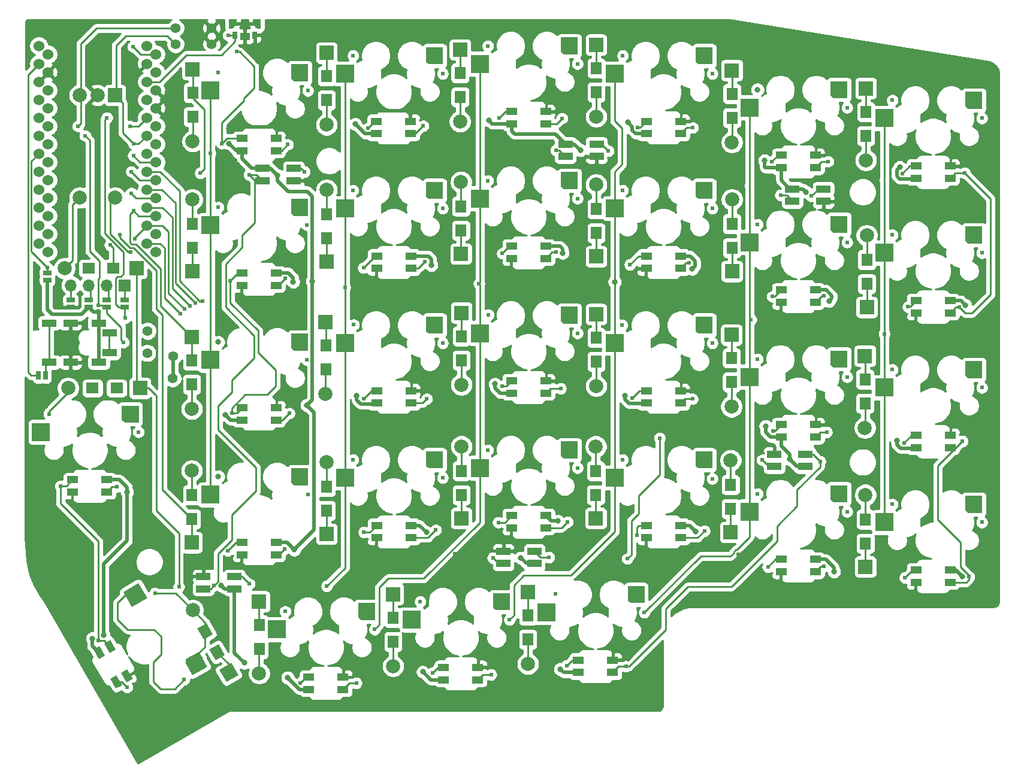
<source format=gbl>
G04 #@! TF.GenerationSoftware,KiCad,Pcbnew,(5.1.6)-1*
G04 #@! TF.CreationDate,2020-12-11T11:33:57+01:00*
G04 #@! TF.ProjectId,Lily58_HS_RGB,4c696c79-3538-45f4-9853-5f5247422e6b,0.9*
G04 #@! TF.SameCoordinates,Original*
G04 #@! TF.FileFunction,Copper,L2,Bot*
G04 #@! TF.FilePolarity,Positive*
%FSLAX46Y46*%
G04 Gerber Fmt 4.6, Leading zero omitted, Abs format (unit mm)*
G04 Created by KiCad (PCBNEW (5.1.6)-1) date 2020-12-11 11:33:57*
%MOMM*%
%LPD*%
G01*
G04 APERTURE LIST*
G04 #@! TA.AperFunction,ComponentPad*
%ADD10R,2.100000X1.000000*%
G04 #@! TD*
G04 #@! TA.AperFunction,SMDPad,CuDef*
%ADD11R,1.143000X0.635000*%
G04 #@! TD*
G04 #@! TA.AperFunction,SMDPad,CuDef*
%ADD12R,0.635000X1.143000*%
G04 #@! TD*
G04 #@! TA.AperFunction,ComponentPad*
%ADD13C,1.397000*%
G04 #@! TD*
G04 #@! TA.AperFunction,ComponentPad*
%ADD14R,1.998980X1.998980*%
G04 #@! TD*
G04 #@! TA.AperFunction,ComponentPad*
%ADD15C,1.998980*%
G04 #@! TD*
G04 #@! TA.AperFunction,ComponentPad*
%ADD16R,1.800000X1.500000*%
G04 #@! TD*
G04 #@! TA.AperFunction,ComponentPad*
%ADD17R,1.500000X1.800000*%
G04 #@! TD*
G04 #@! TA.AperFunction,ComponentPad*
%ADD18C,0.100000*%
G04 #@! TD*
G04 #@! TA.AperFunction,SMDPad,CuDef*
%ADD19R,2.000000X1.000000*%
G04 #@! TD*
G04 #@! TA.AperFunction,SMDPad,CuDef*
%ADD20R,1.600000X1.000000*%
G04 #@! TD*
G04 #@! TA.AperFunction,SMDPad,CuDef*
%ADD21C,0.100000*%
G04 #@! TD*
G04 #@! TA.AperFunction,ComponentPad*
%ADD22C,1.524000*%
G04 #@! TD*
G04 #@! TA.AperFunction,ComponentPad*
%ADD23O,1.700000X1.700000*%
G04 #@! TD*
G04 #@! TA.AperFunction,ComponentPad*
%ADD24R,1.700000X1.700000*%
G04 #@! TD*
G04 #@! TA.AperFunction,SMDPad,CuDef*
%ADD25R,2.500000X2.500000*%
G04 #@! TD*
G04 #@! TA.AperFunction,Conductor*
%ADD26R,1.400000X1.100000*%
G04 #@! TD*
G04 #@! TA.AperFunction,Conductor*
%ADD27R,0.700000X1.100000*%
G04 #@! TD*
G04 #@! TA.AperFunction,ViaPad*
%ADD28C,0.800000*%
G04 #@! TD*
G04 #@! TA.AperFunction,ComponentPad*
%ADD29R,2.000000X2.000000*%
G04 #@! TD*
G04 #@! TA.AperFunction,ComponentPad*
%ADD30C,2.000000*%
G04 #@! TD*
G04 #@! TA.AperFunction,ViaPad*
%ADD31C,0.609600*%
G04 #@! TD*
G04 #@! TA.AperFunction,ViaPad*
%ADD32C,0.812800*%
G04 #@! TD*
G04 #@! TA.AperFunction,Conductor*
%ADD33C,0.250000*%
G04 #@! TD*
G04 #@! TA.AperFunction,Conductor*
%ADD34C,0.500000*%
G04 #@! TD*
G04 #@! TA.AperFunction,Conductor*
%ADD35C,0.254000*%
G04 #@! TD*
G04 APERTURE END LIST*
D10*
X93270500Y-84523000D03*
X91770500Y-80323000D03*
X87770500Y-80323000D03*
X84770500Y-80323000D03*
X87770500Y-85873000D03*
X84770500Y-85873000D03*
X93270500Y-81673000D03*
X91770500Y-85873000D03*
D11*
X84467700Y-74223880D03*
X84467700Y-73223120D03*
D12*
X83256120Y-87757000D03*
X84256880Y-87757000D03*
D11*
X87767900Y-78075880D03*
X87767900Y-77075120D03*
X90339332Y-78075880D03*
X90339332Y-77075120D03*
X92910766Y-78075880D03*
X92910766Y-77075120D03*
X95418700Y-78075880D03*
X95418700Y-77075120D03*
D13*
X98597449Y-84563949D03*
X102189551Y-88156051D03*
X98660949Y-81452449D03*
X102253051Y-85044551D03*
X102616000Y-40894000D03*
X107696000Y-40894000D03*
X107696000Y-38608000D03*
X102616000Y-38608000D03*
D14*
X97075000Y-72583040D03*
D15*
X86915000Y-72583040D03*
D16*
X93775000Y-72580500D03*
X90375000Y-72580500D03*
D14*
X152397460Y-118380500D03*
D15*
X152397460Y-128540500D03*
D17*
X152400000Y-121680500D03*
X152400000Y-125080500D03*
D14*
X133347460Y-118698000D03*
D15*
X133347460Y-128858000D03*
D17*
X133350000Y-121998000D03*
X133350000Y-125398000D03*
D14*
X114424460Y-119714000D03*
D15*
X114424460Y-129874000D03*
D17*
X114427000Y-123014000D03*
X114427000Y-126414000D03*
G04 #@! TA.AperFunction,ComponentPad*
D18*
G36*
X108769371Y-129375518D02*
G01*
X110500539Y-128376028D01*
X111500029Y-130107196D01*
X109768861Y-131106686D01*
X108769371Y-129375518D01*
G37*
G04 #@! TD.AperFunction*
D15*
X105054700Y-120942539D03*
G04 #@! TA.AperFunction,ComponentPad*
D18*
G36*
X109582019Y-127289166D02*
G01*
X108282981Y-128039166D01*
X107382981Y-126480320D01*
X108682019Y-125730320D01*
X109582019Y-127289166D01*
G37*
G04 #@! TD.AperFunction*
G04 #@! TA.AperFunction,ComponentPad*
G36*
X107882019Y-124344680D02*
G01*
X106582981Y-125094680D01*
X105682981Y-123535834D01*
X106982019Y-122785834D01*
X107882019Y-124344680D01*
G37*
G04 #@! TD.AperFunction*
D14*
X97583000Y-89532460D03*
D15*
X87423000Y-89532460D03*
D16*
X94283000Y-89535000D03*
X90883000Y-89535000D03*
D14*
X200091040Y-114791500D03*
D15*
X200091040Y-104631500D03*
D17*
X200088500Y-111491500D03*
X200088500Y-108091500D03*
D14*
X181041040Y-109902000D03*
D15*
X181041040Y-99742000D03*
D17*
X181038500Y-106602000D03*
X181038500Y-103202000D03*
D14*
X161991040Y-107933500D03*
D15*
X161991040Y-97773500D03*
D17*
X161988500Y-104633500D03*
X161988500Y-101233500D03*
D14*
X143004540Y-107933500D03*
D15*
X143004540Y-97773500D03*
D17*
X143002000Y-104633500D03*
X143002000Y-101233500D03*
D14*
X123954540Y-110156000D03*
D15*
X123954540Y-99996000D03*
D17*
X123952000Y-106856000D03*
X123952000Y-103456000D03*
D14*
X104904540Y-111362500D03*
D15*
X104904540Y-101202500D03*
D17*
X104902000Y-108062500D03*
X104902000Y-104662500D03*
D14*
X200022460Y-84979500D03*
D15*
X200022460Y-95139500D03*
D17*
X200025000Y-88279500D03*
X200025000Y-91679500D03*
D14*
X181162960Y-81995000D03*
D15*
X181162960Y-92155000D03*
D17*
X181165500Y-85295000D03*
X181165500Y-88695000D03*
D14*
X162049460Y-79074000D03*
D15*
X162049460Y-89234000D03*
D17*
X162052000Y-82374000D03*
X162052000Y-85774000D03*
D14*
X143002000Y-78883500D03*
D15*
X143002000Y-89043500D03*
D17*
X143004540Y-82183500D03*
X143004540Y-85583500D03*
D14*
X123822460Y-80217000D03*
D15*
X123822460Y-90377000D03*
D17*
X123825000Y-83517000D03*
X123825000Y-86917000D03*
D14*
X104899460Y-82312500D03*
D15*
X104899460Y-92472500D03*
D17*
X104902000Y-85612500D03*
X104902000Y-89012500D03*
D14*
X200281540Y-78088500D03*
D15*
X200281540Y-67928500D03*
D17*
X200279000Y-74788500D03*
X200279000Y-71388500D03*
D14*
X181231540Y-73008500D03*
D15*
X181231540Y-62848500D03*
D17*
X181229000Y-69708500D03*
X181229000Y-66308500D03*
D14*
X162054540Y-70913000D03*
D15*
X162054540Y-60753000D03*
D17*
X162052000Y-67613000D03*
X162052000Y-64213000D03*
D14*
X142941040Y-70532000D03*
D15*
X142941040Y-60372000D03*
D17*
X142938500Y-67232000D03*
X142938500Y-63832000D03*
D14*
X123954540Y-71675000D03*
D15*
X123954540Y-61515000D03*
D17*
X123952000Y-68375000D03*
X123952000Y-64975000D03*
D14*
X104968040Y-73008500D03*
D15*
X104968040Y-62848500D03*
D17*
X104965500Y-69708500D03*
X104965500Y-66308500D03*
D14*
X200149460Y-47133500D03*
D15*
X200149460Y-57293500D03*
D17*
X200152000Y-50433500D03*
X200152000Y-53833500D03*
D14*
X181226460Y-44593500D03*
D15*
X181226460Y-54753500D03*
D17*
X181229000Y-47893500D03*
X181229000Y-51293500D03*
D14*
X162049460Y-40974000D03*
D15*
X162049460Y-51134000D03*
D17*
X162052000Y-44274000D03*
X162052000Y-47674000D03*
D14*
X142808960Y-41672500D03*
D15*
X142808960Y-51832500D03*
D17*
X142811500Y-44972500D03*
X142811500Y-48372500D03*
D14*
X123949460Y-42117000D03*
D15*
X123949460Y-52277000D03*
D17*
X123952000Y-45417000D03*
X123952000Y-48817000D03*
D14*
X105026460Y-44466500D03*
D15*
X105026460Y-54626500D03*
D17*
X105029000Y-47766500D03*
X105029000Y-51166500D03*
D19*
X119294000Y-60184000D03*
X119294000Y-58434000D03*
X114894000Y-58434000D03*
X114894000Y-60184000D03*
X162093000Y-56755000D03*
X162093000Y-55005000D03*
X157693000Y-55005000D03*
X157693000Y-56755000D03*
X194160500Y-63105000D03*
X194160500Y-61355000D03*
X189760500Y-61355000D03*
X189760500Y-63105000D03*
X106534500Y-116169500D03*
X106534500Y-117919500D03*
X110934500Y-117919500D03*
X110934500Y-116169500D03*
X148930000Y-112599500D03*
X148930000Y-114349500D03*
X153330000Y-114349500D03*
X153330000Y-112599500D03*
X187220500Y-98883500D03*
X187220500Y-100633500D03*
X191620500Y-100633500D03*
X191620500Y-98883500D03*
D20*
X159550000Y-128005000D03*
X159550000Y-129755000D03*
X164350000Y-129755000D03*
X164350000Y-128005000D03*
X140497700Y-129033300D03*
X140497700Y-130783300D03*
X145297700Y-130783300D03*
X145297700Y-129033300D03*
X121450000Y-130405000D03*
X121450000Y-132155000D03*
X126250000Y-132155000D03*
X126250000Y-130405000D03*
G04 #@! TA.AperFunction,SMDPad,CuDef*
D21*
G36*
X94162376Y-126514358D02*
G01*
X93296350Y-127014358D01*
X92496350Y-125628718D01*
X93362376Y-125128718D01*
X94162376Y-126514358D01*
G37*
G04 #@! TD.AperFunction*
G04 #@! TA.AperFunction,SMDPad,CuDef*
G36*
X92646832Y-127389358D02*
G01*
X91780806Y-127889358D01*
X90980806Y-126503718D01*
X91846832Y-126003718D01*
X92646832Y-127389358D01*
G37*
G04 #@! TD.AperFunction*
G04 #@! TA.AperFunction,SMDPad,CuDef*
G36*
X95046832Y-131546280D02*
G01*
X94180806Y-132046280D01*
X93380806Y-130660640D01*
X94246832Y-130160640D01*
X95046832Y-131546280D01*
G37*
G04 #@! TD.AperFunction*
G04 #@! TA.AperFunction,SMDPad,CuDef*
G36*
X96562376Y-130671280D02*
G01*
X95696350Y-131171280D01*
X94896350Y-129785640D01*
X95762376Y-129285640D01*
X96562376Y-130671280D01*
G37*
G04 #@! TD.AperFunction*
D20*
X92874800Y-104240300D03*
X92874800Y-102490300D03*
X88074800Y-102490300D03*
X88074800Y-104240300D03*
X212050000Y-117005000D03*
X212050000Y-115255000D03*
X207250000Y-115255000D03*
X207250000Y-117005000D03*
X193000000Y-115505000D03*
X193000000Y-113755000D03*
X188200000Y-113755000D03*
X188200000Y-115505000D03*
X173950000Y-110705000D03*
X173950000Y-108955000D03*
X169150000Y-108955000D03*
X169150000Y-110705000D03*
X154900000Y-109315000D03*
X154900000Y-107565000D03*
X150100000Y-107565000D03*
X150100000Y-109315000D03*
X135850000Y-110705000D03*
X135850000Y-108955000D03*
X131050000Y-108955000D03*
X131050000Y-110705000D03*
X116800000Y-113105000D03*
X116800000Y-111355000D03*
X112000000Y-111355000D03*
X112000000Y-113105000D03*
X207250000Y-96205000D03*
X207250000Y-97955000D03*
X212050000Y-97955000D03*
X212050000Y-96205000D03*
X188200000Y-94705000D03*
X188200000Y-96455000D03*
X193000000Y-96455000D03*
X193000000Y-94705000D03*
X169150000Y-89905000D03*
X169150000Y-91655000D03*
X173950000Y-91655000D03*
X173950000Y-89905000D03*
X150100000Y-88515000D03*
X150100000Y-90265000D03*
X154900000Y-90265000D03*
X154900000Y-88515000D03*
X131050000Y-89905000D03*
X131050000Y-91655000D03*
X135850000Y-91655000D03*
X135850000Y-89905000D03*
X112000000Y-92305000D03*
X112000000Y-94055000D03*
X116800000Y-94055000D03*
X116800000Y-92305000D03*
X212050000Y-78905000D03*
X212050000Y-77155000D03*
X207250000Y-77155000D03*
X207250000Y-78905000D03*
X193000000Y-77405000D03*
X193000000Y-75655000D03*
X188200000Y-75655000D03*
X188200000Y-77405000D03*
X173950000Y-72605000D03*
X173950000Y-70855000D03*
X169150000Y-70855000D03*
X169150000Y-72605000D03*
X154900000Y-71215000D03*
X154900000Y-69465000D03*
X150100000Y-69465000D03*
X150100000Y-71215000D03*
X135850000Y-72605000D03*
X135850000Y-70855000D03*
X131050000Y-70855000D03*
X131050000Y-72605000D03*
X116800000Y-75005000D03*
X116800000Y-73255000D03*
X112000000Y-73255000D03*
X112000000Y-75005000D03*
X207250000Y-58105000D03*
X207250000Y-59855000D03*
X212050000Y-59855000D03*
X212050000Y-58105000D03*
X188200000Y-56605000D03*
X188200000Y-58355000D03*
X193000000Y-58355000D03*
X193000000Y-56605000D03*
X169150000Y-51805000D03*
X169150000Y-53555000D03*
X173950000Y-53555000D03*
X173950000Y-51805000D03*
X150100000Y-50415000D03*
X150100000Y-52165000D03*
X154900000Y-52165000D03*
X154900000Y-50415000D03*
X131000000Y-51805000D03*
X131000000Y-53555000D03*
X135800000Y-53555000D03*
X135800000Y-51805000D03*
X112000000Y-54205000D03*
X112000000Y-55955000D03*
X116800000Y-55955000D03*
X116800000Y-54205000D03*
D22*
X84584815Y-47405745D03*
X99824815Y-65185745D03*
X84584815Y-57565745D03*
X99824815Y-55025745D03*
X99824815Y-49945745D03*
X84584815Y-67725745D03*
X99824815Y-47405745D03*
X99824815Y-42325745D03*
X84584815Y-62645745D03*
X99824815Y-70265745D03*
X84584815Y-55025745D03*
X84584815Y-44865745D03*
X84584815Y-49945745D03*
X84584815Y-52485745D03*
X84584815Y-65185745D03*
X84584815Y-60105745D03*
X99824815Y-62645745D03*
X99824815Y-60105745D03*
X84584815Y-70265745D03*
X99824815Y-67725745D03*
X99824815Y-44865745D03*
X84584815Y-42325745D03*
X99824815Y-57565745D03*
X99824815Y-52485745D03*
X83286000Y-41130000D03*
X83286000Y-43670000D03*
X83286000Y-46210000D03*
X83286000Y-48750000D03*
X83286000Y-51290000D03*
X83286000Y-53830000D03*
X83286000Y-56370000D03*
X83286000Y-58910000D03*
X83286000Y-61450000D03*
X83286000Y-63990000D03*
X83286000Y-66530000D03*
X83286000Y-69070000D03*
X98526000Y-69070000D03*
X98526000Y-66530000D03*
X98526000Y-63990000D03*
X98526000Y-61450000D03*
X98526000Y-58910000D03*
X98526000Y-56370000D03*
X98526000Y-53830000D03*
X98526000Y-51290000D03*
X98526000Y-48750000D03*
X98526000Y-46210000D03*
X98526000Y-43670000D03*
X98526000Y-41130000D03*
D23*
X87820500Y-74993500D03*
X90360500Y-74993500D03*
X92900500Y-74993500D03*
D24*
X95440500Y-74993500D03*
G04 #@! TA.AperFunction,SMDPad,CuDef*
D21*
G36*
X98628237Y-119259457D02*
G01*
X96463173Y-120509457D01*
X95213173Y-118344393D01*
X97378237Y-117094393D01*
X98628237Y-119259457D01*
G37*
G04 #@! TD.AperFunction*
G04 #@! TA.AperFunction,SMDPad,CuDef*
G36*
X104065986Y-127897916D02*
G01*
X105884639Y-126847916D01*
X107084639Y-128926376D01*
X105006179Y-130126376D01*
X104031179Y-128437627D01*
X104065986Y-127897916D01*
G37*
G04 #@! TD.AperFunction*
D25*
X155050000Y-121260000D03*
G04 #@! TA.AperFunction,SMDPad,CuDef*
D21*
G36*
X166500000Y-119620000D02*
G01*
X166500000Y-117520000D01*
X168900000Y-117520000D01*
X168900000Y-119920000D01*
X166950000Y-119920000D01*
X166500000Y-119620000D01*
G37*
G04 #@! TD.AperFunction*
D25*
X135997700Y-122288300D03*
G04 #@! TA.AperFunction,SMDPad,CuDef*
D21*
G36*
X147447700Y-120648300D02*
G01*
X147447700Y-118548300D01*
X149847700Y-118548300D01*
X149847700Y-120948300D01*
X147897700Y-120948300D01*
X147447700Y-120648300D01*
G37*
G04 #@! TD.AperFunction*
D25*
X116950000Y-123660000D03*
G04 #@! TA.AperFunction,SMDPad,CuDef*
D21*
G36*
X128400000Y-122020000D02*
G01*
X128400000Y-119920000D01*
X130800000Y-119920000D01*
X130800000Y-122320000D01*
X128850000Y-122320000D01*
X128400000Y-122020000D01*
G37*
G04 #@! TD.AperFunction*
D25*
X83574800Y-95745300D03*
G04 #@! TA.AperFunction,SMDPad,CuDef*
D21*
G36*
X95024800Y-94105300D02*
G01*
X95024800Y-92005300D01*
X97424800Y-92005300D01*
X97424800Y-94405300D01*
X95474800Y-94405300D01*
X95024800Y-94105300D01*
G37*
G04 #@! TD.AperFunction*
D25*
X202750000Y-108510000D03*
G04 #@! TA.AperFunction,SMDPad,CuDef*
D21*
G36*
X214200000Y-106870000D02*
G01*
X214200000Y-104770000D01*
X216600000Y-104770000D01*
X216600000Y-107170000D01*
X214650000Y-107170000D01*
X214200000Y-106870000D01*
G37*
G04 #@! TD.AperFunction*
D25*
X183700000Y-107010000D03*
G04 #@! TA.AperFunction,SMDPad,CuDef*
D21*
G36*
X195150000Y-105370000D02*
G01*
X195150000Y-103270000D01*
X197550000Y-103270000D01*
X197550000Y-105670000D01*
X195600000Y-105670000D01*
X195150000Y-105370000D01*
G37*
G04 #@! TD.AperFunction*
D25*
X164650000Y-102210000D03*
G04 #@! TA.AperFunction,SMDPad,CuDef*
D21*
G36*
X176100000Y-100570000D02*
G01*
X176100000Y-98470000D01*
X178500000Y-98470000D01*
X178500000Y-100870000D01*
X176550000Y-100870000D01*
X176100000Y-100570000D01*
G37*
G04 #@! TD.AperFunction*
D25*
X145600000Y-100820000D03*
G04 #@! TA.AperFunction,SMDPad,CuDef*
D21*
G36*
X157050000Y-99180000D02*
G01*
X157050000Y-97080000D01*
X159450000Y-97080000D01*
X159450000Y-99480000D01*
X157500000Y-99480000D01*
X157050000Y-99180000D01*
G37*
G04 #@! TD.AperFunction*
D25*
X126550000Y-102210000D03*
G04 #@! TA.AperFunction,SMDPad,CuDef*
D21*
G36*
X138000000Y-100570000D02*
G01*
X138000000Y-98470000D01*
X140400000Y-98470000D01*
X140400000Y-100870000D01*
X138450000Y-100870000D01*
X138000000Y-100570000D01*
G37*
G04 #@! TD.AperFunction*
D25*
X107500000Y-104610000D03*
G04 #@! TA.AperFunction,SMDPad,CuDef*
D21*
G36*
X118950000Y-102970000D02*
G01*
X118950000Y-100870000D01*
X121350000Y-100870000D01*
X121350000Y-103270000D01*
X119400000Y-103270000D01*
X118950000Y-102970000D01*
G37*
G04 #@! TD.AperFunction*
D25*
X202750000Y-89460000D03*
G04 #@! TA.AperFunction,SMDPad,CuDef*
D21*
G36*
X214200000Y-87820000D02*
G01*
X214200000Y-85720000D01*
X216600000Y-85720000D01*
X216600000Y-88120000D01*
X214650000Y-88120000D01*
X214200000Y-87820000D01*
G37*
G04 #@! TD.AperFunction*
D25*
X183700000Y-87960000D03*
G04 #@! TA.AperFunction,SMDPad,CuDef*
D21*
G36*
X195150000Y-86320000D02*
G01*
X195150000Y-84220000D01*
X197550000Y-84220000D01*
X197550000Y-86620000D01*
X195600000Y-86620000D01*
X195150000Y-86320000D01*
G37*
G04 #@! TD.AperFunction*
D25*
X164650000Y-83160000D03*
G04 #@! TA.AperFunction,SMDPad,CuDef*
D21*
G36*
X176100000Y-81520000D02*
G01*
X176100000Y-79420000D01*
X178500000Y-79420000D01*
X178500000Y-81820000D01*
X176550000Y-81820000D01*
X176100000Y-81520000D01*
G37*
G04 #@! TD.AperFunction*
D25*
X145600000Y-81770000D03*
G04 #@! TA.AperFunction,SMDPad,CuDef*
D21*
G36*
X157050000Y-80130000D02*
G01*
X157050000Y-78030000D01*
X159450000Y-78030000D01*
X159450000Y-80430000D01*
X157500000Y-80430000D01*
X157050000Y-80130000D01*
G37*
G04 #@! TD.AperFunction*
D25*
X126550000Y-83160000D03*
G04 #@! TA.AperFunction,SMDPad,CuDef*
D21*
G36*
X138000000Y-81520000D02*
G01*
X138000000Y-79420000D01*
X140400000Y-79420000D01*
X140400000Y-81820000D01*
X138450000Y-81820000D01*
X138000000Y-81520000D01*
G37*
G04 #@! TD.AperFunction*
D25*
X107500000Y-85560000D03*
G04 #@! TA.AperFunction,SMDPad,CuDef*
D21*
G36*
X118950000Y-83920000D02*
G01*
X118950000Y-81820000D01*
X121350000Y-81820000D01*
X121350000Y-84220000D01*
X119400000Y-84220000D01*
X118950000Y-83920000D01*
G37*
G04 #@! TD.AperFunction*
D25*
X202750000Y-70410000D03*
G04 #@! TA.AperFunction,SMDPad,CuDef*
D21*
G36*
X214200000Y-68770000D02*
G01*
X214200000Y-66670000D01*
X216600000Y-66670000D01*
X216600000Y-69070000D01*
X214650000Y-69070000D01*
X214200000Y-68770000D01*
G37*
G04 #@! TD.AperFunction*
D25*
X183700000Y-68910000D03*
G04 #@! TA.AperFunction,SMDPad,CuDef*
D21*
G36*
X195150000Y-67270000D02*
G01*
X195150000Y-65170000D01*
X197550000Y-65170000D01*
X197550000Y-67570000D01*
X195600000Y-67570000D01*
X195150000Y-67270000D01*
G37*
G04 #@! TD.AperFunction*
D25*
X164650000Y-64110000D03*
G04 #@! TA.AperFunction,SMDPad,CuDef*
D21*
G36*
X176100000Y-62470000D02*
G01*
X176100000Y-60370000D01*
X178500000Y-60370000D01*
X178500000Y-62770000D01*
X176550000Y-62770000D01*
X176100000Y-62470000D01*
G37*
G04 #@! TD.AperFunction*
D25*
X145600000Y-62720000D03*
G04 #@! TA.AperFunction,SMDPad,CuDef*
D21*
G36*
X157050000Y-61080000D02*
G01*
X157050000Y-58980000D01*
X159450000Y-58980000D01*
X159450000Y-61380000D01*
X157500000Y-61380000D01*
X157050000Y-61080000D01*
G37*
G04 #@! TD.AperFunction*
D25*
X126550000Y-64110000D03*
G04 #@! TA.AperFunction,SMDPad,CuDef*
D21*
G36*
X138000000Y-62470000D02*
G01*
X138000000Y-60370000D01*
X140400000Y-60370000D01*
X140400000Y-62770000D01*
X138450000Y-62770000D01*
X138000000Y-62470000D01*
G37*
G04 #@! TD.AperFunction*
D25*
X107500000Y-66510000D03*
G04 #@! TA.AperFunction,SMDPad,CuDef*
D21*
G36*
X118950000Y-64870000D02*
G01*
X118950000Y-62770000D01*
X121350000Y-62770000D01*
X121350000Y-65170000D01*
X119400000Y-65170000D01*
X118950000Y-64870000D01*
G37*
G04 #@! TD.AperFunction*
D25*
X202750000Y-51360000D03*
G04 #@! TA.AperFunction,SMDPad,CuDef*
D21*
G36*
X214200000Y-49720000D02*
G01*
X214200000Y-47620000D01*
X216600000Y-47620000D01*
X216600000Y-50020000D01*
X214650000Y-50020000D01*
X214200000Y-49720000D01*
G37*
G04 #@! TD.AperFunction*
D25*
X183700000Y-49860000D03*
G04 #@! TA.AperFunction,SMDPad,CuDef*
D21*
G36*
X195150000Y-48220000D02*
G01*
X195150000Y-46120000D01*
X197550000Y-46120000D01*
X197550000Y-48520000D01*
X195600000Y-48520000D01*
X195150000Y-48220000D01*
G37*
G04 #@! TD.AperFunction*
D25*
X164650000Y-45060000D03*
G04 #@! TA.AperFunction,SMDPad,CuDef*
D21*
G36*
X176100000Y-43420000D02*
G01*
X176100000Y-41320000D01*
X178500000Y-41320000D01*
X178500000Y-43720000D01*
X176550000Y-43720000D01*
X176100000Y-43420000D01*
G37*
G04 #@! TD.AperFunction*
D25*
X145600000Y-43670000D03*
G04 #@! TA.AperFunction,SMDPad,CuDef*
D21*
G36*
X157050000Y-42030000D02*
G01*
X157050000Y-39930000D01*
X159450000Y-39930000D01*
X159450000Y-42330000D01*
X157500000Y-42330000D01*
X157050000Y-42030000D01*
G37*
G04 #@! TD.AperFunction*
D25*
X126550000Y-45060000D03*
G04 #@! TA.AperFunction,SMDPad,CuDef*
D21*
G36*
X138000000Y-43420000D02*
G01*
X138000000Y-41320000D01*
X140400000Y-41320000D01*
X140400000Y-43720000D01*
X138450000Y-43720000D01*
X138000000Y-43420000D01*
G37*
G04 #@! TD.AperFunction*
D25*
X107500000Y-47460000D03*
G04 #@! TA.AperFunction,SMDPad,CuDef*
D21*
G36*
X118950000Y-45820000D02*
G01*
X118950000Y-43720000D01*
X121350000Y-43720000D01*
X121350000Y-46120000D01*
X119400000Y-46120000D01*
X118950000Y-45820000D01*
G37*
G04 #@! TD.AperFunction*
D26*
X112395000Y-39777000D03*
G04 #@! TA.AperFunction,SMDPad,CuDef*
D21*
G36*
X114244996Y-38676996D02*
G01*
X114213613Y-38675763D01*
X114182423Y-38672072D01*
X114151618Y-38665945D01*
X114121390Y-38657420D01*
X114091923Y-38646550D01*
X114063401Y-38633401D01*
X114035997Y-38618054D01*
X114009883Y-38600605D01*
X113985218Y-38581161D01*
X113962154Y-38559842D01*
X113940835Y-38536778D01*
X113921391Y-38512113D01*
X113903942Y-38485999D01*
X113888595Y-38458595D01*
X113875446Y-38430073D01*
X113864576Y-38400606D01*
X113856051Y-38370378D01*
X113849924Y-38339573D01*
X113846233Y-38308383D01*
X113845000Y-38277000D01*
X113845000Y-37977002D01*
X113495000Y-37977002D01*
X113495000Y-37327001D01*
X114645000Y-37327001D01*
X114645000Y-38677000D01*
X114244996Y-38676996D01*
G37*
G04 #@! TD.AperFunction*
D27*
X110995000Y-39627000D03*
X113795000Y-39627000D03*
G04 #@! TA.AperFunction,SMDPad,CuDef*
D21*
G36*
X110940800Y-37973401D02*
G01*
X110940800Y-38273399D01*
X110939567Y-38304783D01*
X110935876Y-38335973D01*
X110929749Y-38366777D01*
X110921224Y-38397005D01*
X110910353Y-38426472D01*
X110897205Y-38454995D01*
X110881858Y-38482398D01*
X110864409Y-38508512D01*
X110844965Y-38533177D01*
X110823645Y-38556241D01*
X110800582Y-38577560D01*
X110775917Y-38597005D01*
X110749802Y-38614454D01*
X110722399Y-38629800D01*
X110693876Y-38642949D01*
X110664409Y-38653819D01*
X110634181Y-38662344D01*
X110603377Y-38668471D01*
X110572187Y-38672162D01*
X110540803Y-38673395D01*
X110140800Y-38673399D01*
X110140800Y-37323400D01*
X111290800Y-37323400D01*
X111290800Y-37973401D01*
X110940800Y-37973401D01*
G37*
G04 #@! TD.AperFunction*
D28*
X114245000Y-38277000D03*
X110545000Y-38277000D03*
D29*
X94067000Y-48094000D03*
D30*
X91567000Y-48094000D03*
X89067000Y-48094000D03*
X94067000Y-62594000D03*
X89067000Y-62594000D03*
D31*
X108650000Y-44920000D03*
X120150000Y-44920000D03*
X103079957Y-117623143D03*
X93345002Y-69278500D03*
X139200000Y-42520000D03*
X127700000Y-42520000D03*
X158250000Y-41130000D03*
X146750000Y-41130000D03*
X106108500Y-59118500D03*
X96374995Y-58909995D03*
X177300000Y-42520000D03*
X165800000Y-42520000D03*
X96358655Y-61946845D03*
X196350000Y-47320000D03*
D32*
X184850000Y-47320000D03*
D31*
X96647000Y-64452500D03*
X215400000Y-48820000D03*
X203900000Y-48820000D03*
X94742000Y-67818000D03*
X120150000Y-63970000D03*
X108650000Y-63970000D03*
X139200000Y-61570000D03*
X127680000Y-61550000D03*
X158250000Y-60180000D03*
X146750000Y-60180000D03*
X177300000Y-61570000D03*
X165800000Y-61570000D03*
X196350000Y-66370000D03*
X184850000Y-66370000D03*
X215400000Y-67870000D03*
X203900000Y-67870000D03*
X120150000Y-83020000D03*
D32*
X108650000Y-83020000D03*
D31*
X139200000Y-80620000D03*
X127750250Y-80569750D03*
X158250000Y-79230000D03*
X146803750Y-79176250D03*
X177300000Y-80620000D03*
X165696500Y-80620000D03*
X196350000Y-85420000D03*
X184850000Y-85420000D03*
X215400000Y-86920000D03*
X203900000Y-86920000D03*
X120150000Y-102070000D03*
D32*
X108662000Y-102058000D03*
D31*
X139200000Y-99670000D03*
X127700000Y-99670000D03*
X158250000Y-98280000D03*
X146750000Y-98280000D03*
X177300000Y-99670000D03*
X165800000Y-99670000D03*
X196350000Y-104470000D03*
X184850000Y-104470000D03*
X215400000Y-105970000D03*
X203900000Y-105970000D03*
X96224800Y-93205300D03*
X84724800Y-93205300D03*
X105445409Y-128487146D03*
X99695409Y-118527854D03*
X129600000Y-121120000D03*
X118100000Y-121120000D03*
X148647700Y-119748300D03*
X137179250Y-119716750D03*
D32*
X166497000Y-51943000D03*
X128016000Y-52197000D03*
X204941161Y-58279006D03*
X109601000Y-93281500D03*
X128206500Y-90614500D03*
X147765465Y-88946659D03*
X166138565Y-90573565D03*
X185991500Y-94910227D03*
X214215035Y-77790005D03*
X194945000Y-77231339D03*
X175629308Y-72684328D03*
X157313980Y-70415390D03*
X119238080Y-74491654D03*
X213804500Y-116205000D03*
X195640264Y-115475910D03*
X176085500Y-109791500D03*
X156654500Y-108331000D03*
X138048440Y-109900690D03*
X110190870Y-54927500D03*
X137541000Y-129667000D03*
X156971952Y-129278837D03*
X118440200Y-130480296D03*
X146875500Y-51689000D03*
X90849134Y-124938261D03*
X95758000Y-104216900D03*
X92456000Y-124460008D03*
X185864492Y-57340500D03*
X204533500Y-96964500D03*
X112331500Y-128397000D03*
X191706500Y-61785500D03*
X159829511Y-55879989D03*
X117030500Y-59436000D03*
X151384000Y-113538000D03*
X189357000Y-99568000D03*
X138747500Y-72136000D03*
X121918321Y-74423679D03*
X121158000Y-91948000D03*
X119380000Y-112395000D03*
X109074054Y-117450227D03*
X91730913Y-78766599D03*
X159385000Y-48831500D03*
D31*
X204851000Y-113919000D03*
X205295500Y-76263500D03*
X205867000Y-62738000D03*
X148526500Y-54229000D03*
X170192700Y-114173000D03*
X117538500Y-51625500D03*
X141986000Y-54610000D03*
X182118000Y-113030000D03*
X194564000Y-98488500D03*
X120078500Y-115760500D03*
X108204000Y-110744000D03*
X185610500Y-59690000D03*
X166116000Y-70421500D03*
X185166000Y-74993500D03*
X195135500Y-94424500D03*
X119761000Y-96647000D03*
X142074900Y-112979200D03*
X128409700Y-70180200D03*
X185242200Y-63931800D03*
X185724800Y-80327500D03*
X160413700Y-132003800D03*
X159194500Y-87757000D03*
X178752500Y-87820500D03*
X196596000Y-80137000D03*
X196977000Y-55308500D03*
X179235100Y-51219100D03*
X141160500Y-49974500D03*
X197231000Y-92392500D03*
X215455500Y-76200000D03*
X129413000Y-50101500D03*
D32*
X196088000Y-42672000D03*
X216662000Y-82550000D03*
X214820500Y-56832500D03*
X218122500Y-57531000D03*
D31*
X128587500Y-58293000D03*
X90106500Y-106934000D03*
X120396000Y-55626000D03*
X205422500Y-100647500D03*
X139827000Y-88011000D03*
X147193000Y-69532500D03*
X154305000Y-54610000D03*
X184848500Y-101600000D03*
X147002500Y-107442000D03*
X127762000Y-108585000D03*
X165036500Y-125920500D03*
D32*
X104457500Y-114744500D03*
D31*
X85979000Y-76263500D03*
X120332500Y-72453500D03*
X130111500Y-94107000D03*
X165735000Y-109347000D03*
X156654500Y-114744500D03*
X145351500Y-115379500D03*
X101981000Y-95948500D03*
X108585000Y-74231500D03*
X108712000Y-98298000D03*
X103314500Y-58864500D03*
X109347000Y-60071000D03*
X91567000Y-44640500D03*
D32*
X95567500Y-44640500D03*
D31*
X91503500Y-66484500D03*
X89217500Y-66484500D03*
D32*
X83058000Y-76136500D03*
X98361500Y-86931500D03*
X98552000Y-76136500D03*
D31*
X202750000Y-51360000D03*
X202750000Y-89460000D03*
X202750000Y-70410000D03*
X202750000Y-108510000D03*
X216550000Y-51359999D03*
X216550000Y-70409999D03*
X216550000Y-89459999D03*
X216550000Y-108509999D03*
X202750000Y-81857000D03*
X103292512Y-78973176D03*
X96266000Y-70294821D03*
X183700000Y-49860000D03*
X183700000Y-68910000D03*
X183700000Y-87960000D03*
X183700000Y-107010000D03*
X197500000Y-68909999D03*
X197500000Y-87959999D03*
X197500000Y-107009999D03*
X155050000Y-121260000D03*
X168850000Y-121259999D03*
X197500000Y-49859999D03*
X183928593Y-79850407D03*
X103886000Y-78359000D03*
X96839049Y-68384310D03*
X164650000Y-45060000D03*
X164650000Y-64110000D03*
X164650000Y-83160000D03*
X164650000Y-102210000D03*
X178450000Y-45059999D03*
X178450000Y-64109999D03*
X178450000Y-83159999D03*
X178450000Y-102347000D03*
X135997700Y-122288300D03*
X149797700Y-122288299D03*
D32*
X164650000Y-74491000D03*
D31*
X104653683Y-77901698D03*
X145600000Y-43670000D03*
X145600000Y-62720000D03*
X145600000Y-100820000D03*
X145600000Y-81770000D03*
X159400000Y-43669999D03*
X159400000Y-62719999D03*
X159400000Y-81769999D03*
X159400000Y-100819999D03*
X116950000Y-123660000D03*
X130750000Y-123659999D03*
X145491055Y-74744593D03*
X105409157Y-77470843D03*
X126550000Y-45060000D03*
X126550000Y-64110000D03*
X126550000Y-102210000D03*
X126550000Y-83160000D03*
X140350000Y-45059999D03*
X140350000Y-64109999D03*
X140350000Y-83159999D03*
X140350000Y-102209999D03*
X103820705Y-130753075D03*
X123966841Y-117533310D03*
X96920705Y-118801925D03*
X126550000Y-75299657D03*
X106406109Y-77205300D03*
X107500000Y-47460000D03*
X107500000Y-66510000D03*
X107500000Y-104610000D03*
X107500000Y-85560000D03*
X121300000Y-47459999D03*
X121300000Y-104609999D03*
X83574800Y-95745300D03*
X97374800Y-95745299D03*
X121163511Y-85559999D03*
X107500000Y-56324500D03*
X121163511Y-66456545D03*
X95504000Y-79598209D03*
X92918500Y-51290000D03*
X96601947Y-41229947D03*
X109139953Y-54944047D03*
X111217106Y-41961186D03*
X91694045Y-77855776D03*
X95250000Y-83058000D03*
X89834500Y-53830000D03*
X110045500Y-39624000D03*
X167700000Y-118720000D03*
X156256000Y-118664000D03*
X129767645Y-52794415D03*
X118459250Y-55086250D03*
X148347430Y-51360819D03*
X137604500Y-52451000D03*
X167886810Y-52709768D03*
X157226000Y-51371500D03*
X175704500Y-52705000D03*
X186820602Y-57523717D03*
X205295500Y-59182000D03*
X194818000Y-57467500D03*
X214122000Y-59118500D03*
X213360000Y-78105000D03*
X110553500Y-93091000D03*
X110352611Y-74307184D03*
X129159000Y-72517000D03*
X118127332Y-73975672D03*
X148780500Y-70485000D03*
X137850803Y-71667359D03*
X156400500Y-70294500D03*
X166814500Y-72072500D03*
X186944000Y-76581000D03*
X175138709Y-71782927D03*
X194206346Y-76454513D03*
X206112053Y-78029997D03*
X118681500Y-93091000D03*
X129222500Y-90995500D03*
X138112500Y-91059000D03*
X148780500Y-89281000D03*
X157035500Y-89598500D03*
X167132000Y-90932000D03*
X175641000Y-91059000D03*
X187004237Y-95641637D03*
X194627500Y-95758000D03*
X205549500Y-97282000D03*
X213804500Y-97028000D03*
X214715710Y-116206531D03*
X129222500Y-109918500D03*
X117981459Y-112274357D03*
X94322912Y-103485490D03*
X109982000Y-112522004D03*
X139382500Y-109601000D03*
X148209000Y-108521500D03*
X157988000Y-108458000D03*
X167845184Y-110363000D03*
X177355500Y-109728000D03*
X186309000Y-114808000D03*
X194246500Y-114744500D03*
X205676500Y-116332000D03*
X86360000Y-103378000D03*
X91703364Y-125255433D03*
X120249044Y-131211706D03*
X95758000Y-131826000D03*
X128143000Y-131254500D03*
X138938000Y-129788110D03*
X157861000Y-128778000D03*
X147193000Y-130048000D03*
X166243000Y-128905000D03*
X193675000Y-99885500D03*
X88807745Y-52485745D03*
X96173745Y-52485729D03*
X96710500Y-54991000D03*
X96647000Y-56642000D03*
X84467688Y-72504300D03*
X185483500Y-99695000D03*
X171005500Y-96583500D03*
X155384500Y-113474500D03*
X166433500Y-113665000D03*
X147447000Y-113538000D03*
X113030000Y-117221000D03*
X113030000Y-59372500D03*
X108045250Y-117443250D03*
X192411739Y-62362514D03*
X163775486Y-56003949D03*
X188087002Y-62230000D03*
X156355047Y-55879993D03*
X120840500Y-58928000D03*
D33*
X105029000Y-54623960D02*
X105026460Y-54626500D01*
X105029000Y-51166500D02*
X105029000Y-54623960D01*
X152400000Y-118383040D02*
X152397460Y-118380500D01*
X152400000Y-121680500D02*
X152400000Y-118383040D01*
X133350000Y-118700540D02*
X133347460Y-118698000D01*
X133350000Y-121998000D02*
X133350000Y-118700540D01*
X114424460Y-123011460D02*
X114427000Y-123014000D01*
X114424460Y-119714000D02*
X114424460Y-123011460D01*
X110134700Y-128536943D02*
X108482500Y-126884743D01*
X110134700Y-129741357D02*
X110134700Y-128536943D01*
X98832490Y-89532460D02*
X99916099Y-90616069D01*
X103079957Y-117192091D02*
X103079957Y-117623143D01*
X97583000Y-89532460D02*
X98832490Y-89532460D01*
X99916099Y-90616069D02*
X99916099Y-106901099D01*
X99916099Y-106901099D02*
X103079957Y-110064957D01*
X103079957Y-110064957D02*
X103079957Y-117192091D01*
X97075000Y-72583040D02*
X97075000Y-72533500D01*
X93775000Y-72580500D02*
X93775000Y-69708498D01*
X93775000Y-69708498D02*
X93345002Y-69278500D01*
X97075000Y-89024460D02*
X97583000Y-89532460D01*
X97075000Y-72583040D02*
X97075000Y-89024460D01*
X123949460Y-48819540D02*
X123952000Y-48817000D01*
X123949460Y-52277000D02*
X123949460Y-48819540D01*
X142808960Y-48375040D02*
X142811500Y-48372500D01*
X142808960Y-51832500D02*
X142808960Y-48375040D01*
X105352011Y-44760237D02*
X105531810Y-44580438D01*
X200152000Y-47136040D02*
X200149460Y-47133500D01*
X200152000Y-50433500D02*
X200152000Y-47136040D01*
X181229000Y-44596040D02*
X181226460Y-44593500D01*
X181229000Y-47893500D02*
X181229000Y-44596040D01*
X162052000Y-40976540D02*
X162049460Y-40974000D01*
X162052000Y-44274000D02*
X162052000Y-40976540D01*
X142811500Y-41675040D02*
X142808960Y-41672500D01*
X142811500Y-44972500D02*
X142811500Y-41675040D01*
X123952000Y-42119540D02*
X123949460Y-42117000D01*
X123952000Y-45417000D02*
X123952000Y-42119540D01*
X105029000Y-44469040D02*
X105026460Y-44466500D01*
X105029000Y-47766500D02*
X105029000Y-44469040D01*
X106680000Y-50165000D02*
X106680000Y-58547000D01*
X106680000Y-58547000D02*
X106108500Y-59118500D01*
X105029000Y-47766500D02*
X105029000Y-48514000D01*
X105029000Y-48514000D02*
X106680000Y-50165000D01*
X99824815Y-60105745D02*
X97570745Y-60105745D01*
X97570745Y-60105745D02*
X96374995Y-58909995D01*
X162052000Y-51131460D02*
X162049460Y-51134000D01*
X162052000Y-47674000D02*
X162052000Y-51131460D01*
X181231540Y-69711040D02*
X181229000Y-69708500D01*
X181231540Y-73008500D02*
X181231540Y-69711040D01*
X162054540Y-67615540D02*
X162052000Y-67613000D01*
X162054540Y-70913000D02*
X162054540Y-67615540D01*
X200281540Y-74791040D02*
X200279000Y-74788500D01*
X200281540Y-78088500D02*
X200281540Y-74791040D01*
X142938500Y-67232000D02*
X142938500Y-70529460D01*
X142938500Y-70529460D02*
X142941040Y-70532000D01*
X123952000Y-71672460D02*
X123954540Y-71675000D01*
X123952000Y-68375000D02*
X123952000Y-71672460D01*
X104965500Y-73005960D02*
X104968040Y-73008500D01*
X104965500Y-69708500D02*
X104965500Y-73005960D01*
X97057555Y-62645745D02*
X96358655Y-61946845D01*
X99824815Y-62645745D02*
X97057555Y-62645745D01*
X181229000Y-54750960D02*
X181226460Y-54753500D01*
X181229000Y-51293500D02*
X181229000Y-54750960D01*
X181165500Y-81997540D02*
X181162960Y-81995000D01*
X181165500Y-85295000D02*
X181165500Y-81997540D01*
X200025000Y-84982040D02*
X200022460Y-84979500D01*
X200025000Y-88279500D02*
X200025000Y-84982040D01*
X162052000Y-79076540D02*
X162049460Y-79074000D01*
X162052000Y-82374000D02*
X162052000Y-79076540D01*
X143002000Y-82180960D02*
X143004540Y-82183500D01*
X143002000Y-78883500D02*
X143002000Y-82180960D01*
X123825000Y-80219540D02*
X123822460Y-80217000D01*
X123825000Y-83517000D02*
X123825000Y-80219540D01*
X104902000Y-82315040D02*
X104899460Y-82312500D01*
X104902000Y-85612500D02*
X104902000Y-82315040D01*
X96393000Y-69215000D02*
X96151701Y-68973701D01*
X96151701Y-64947799D02*
X96647000Y-64452500D01*
X100457000Y-72642589D02*
X97029411Y-69215000D01*
X96151701Y-68973701D02*
X96151701Y-64947799D01*
X97029411Y-69215000D02*
X96393000Y-69215000D01*
X100457000Y-77870040D02*
X100457000Y-72642589D01*
X99824815Y-65185745D02*
X97380245Y-65185745D01*
X104899460Y-82312500D02*
X100457000Y-77870040D01*
X97380245Y-65185745D02*
X96647000Y-64452500D01*
X200149460Y-53836040D02*
X200152000Y-53833500D01*
X200149460Y-57293500D02*
X200149460Y-53836040D01*
X200091040Y-111494040D02*
X200088500Y-111491500D01*
X200091040Y-114791500D02*
X200091040Y-111494040D01*
X181041040Y-106604540D02*
X181038500Y-106602000D01*
X181041040Y-109902000D02*
X181041040Y-106604540D01*
X161988500Y-107930960D02*
X161991040Y-107933500D01*
X161988500Y-104633500D02*
X161988500Y-107930960D01*
X143002000Y-107930960D02*
X143004540Y-107933500D01*
X143002000Y-104633500D02*
X143002000Y-107930960D01*
X123954540Y-106858540D02*
X123952000Y-106856000D01*
X123954540Y-110156000D02*
X123954540Y-106858540D01*
X104902000Y-111359960D02*
X104904540Y-111362500D01*
X104902000Y-108062500D02*
X104902000Y-111359960D01*
X99824815Y-67725745D02*
X99824815Y-67992332D01*
X94742000Y-68249052D02*
X94742000Y-67818000D01*
X96157959Y-69665011D02*
X94742000Y-68249052D01*
X100774500Y-103935000D02*
X100774500Y-79184500D01*
X104902000Y-108062500D02*
X100774500Y-103935000D01*
X100774500Y-79184500D02*
X99885500Y-78295500D01*
X99885500Y-72872278D02*
X96678233Y-69665011D01*
X96678233Y-69665011D02*
X96157959Y-69665011D01*
X99885500Y-78295500D02*
X99885500Y-72872278D01*
X104965500Y-62851040D02*
X104968040Y-62848500D01*
X104965500Y-66308500D02*
X104965500Y-62851040D01*
X123952000Y-61517540D02*
X123954540Y-61515000D01*
X123952000Y-64975000D02*
X123952000Y-61517540D01*
X142938500Y-60374540D02*
X142941040Y-60372000D01*
X142938500Y-63832000D02*
X142938500Y-61531500D01*
X142941040Y-60372000D02*
X142941040Y-63829460D01*
X142941040Y-63829460D02*
X142938500Y-63832000D01*
X162052000Y-60755540D02*
X162054540Y-60753000D01*
X162052000Y-64213000D02*
X162052000Y-60755540D01*
X181229000Y-62851040D02*
X181231540Y-62848500D01*
X181229000Y-66308500D02*
X181229000Y-62851040D01*
X200281540Y-71385960D02*
X200279000Y-71388500D01*
X200281540Y-67928500D02*
X200281540Y-71385960D01*
X104899460Y-89015040D02*
X104902000Y-89012500D01*
X104899460Y-92472500D02*
X104899460Y-89015040D01*
X123822460Y-86919540D02*
X123825000Y-86917000D01*
X123822460Y-90377000D02*
X123822460Y-86919540D01*
X143004540Y-89040960D02*
X143002000Y-89043500D01*
X143004540Y-85583500D02*
X143004540Y-89040960D01*
X162052000Y-89231460D02*
X162049460Y-89234000D01*
X162052000Y-85774000D02*
X162052000Y-89231460D01*
X181162960Y-88697540D02*
X181165500Y-88695000D01*
X181162960Y-92155000D02*
X181162960Y-88697540D01*
X200022460Y-95139500D02*
X200022460Y-94808040D01*
X200025000Y-94805500D02*
X200025000Y-91679500D01*
X200022460Y-94808040D02*
X200025000Y-94805500D01*
X104902000Y-101205040D02*
X104904540Y-101202500D01*
X104902000Y-104662500D02*
X104902000Y-101205040D01*
X123952000Y-99998540D02*
X123954540Y-99996000D01*
X123952000Y-103456000D02*
X123952000Y-99998540D01*
X143002000Y-97776040D02*
X143004540Y-97773500D01*
X143002000Y-101233500D02*
X143002000Y-97776040D01*
X161988500Y-97776040D02*
X161991040Y-97773500D01*
X161988500Y-101233500D02*
X161988500Y-97776040D01*
X181038500Y-99744540D02*
X181041040Y-99742000D01*
X181038500Y-103202000D02*
X181038500Y-99744540D01*
X200088500Y-104634040D02*
X200091040Y-104631500D01*
X200088500Y-108091500D02*
X200088500Y-104634040D01*
X84724800Y-92821200D02*
X84724800Y-93205300D01*
X87423000Y-89532460D02*
X87423000Y-90123000D01*
X87423000Y-90123000D02*
X84724800Y-92821200D01*
X105445409Y-128487146D02*
X106323869Y-127608686D01*
X106782500Y-122670339D02*
X106782500Y-123940257D01*
X105054700Y-120942539D02*
X106782500Y-122670339D01*
X106782500Y-123940257D02*
X106782500Y-126135500D01*
X105445409Y-127472591D02*
X105445409Y-128487146D01*
X106782500Y-126135500D02*
X105445409Y-127472591D01*
X105054700Y-120942539D02*
X102640015Y-118527854D01*
X102640015Y-118527854D02*
X99695409Y-118527854D01*
X114424460Y-126416540D02*
X114427000Y-126414000D01*
X114424460Y-129874000D02*
X114424460Y-126416540D01*
X133347460Y-125400540D02*
X133350000Y-125398000D01*
X133347460Y-128858000D02*
X133347460Y-125400540D01*
D34*
X167614936Y-53555000D02*
X169150000Y-53555000D01*
X167132009Y-52578009D02*
X167132009Y-53072073D01*
X166497000Y-51943000D02*
X167132009Y-52578009D01*
X167132009Y-53072073D02*
X167614936Y-53555000D01*
X129374000Y-53555000D02*
X131000000Y-53555000D01*
X128016000Y-52197000D02*
X129374000Y-53555000D01*
X204534762Y-58685405D02*
X204941161Y-58279006D01*
X207250000Y-59855000D02*
X207168198Y-59936802D01*
X204933194Y-59936802D02*
X204534762Y-59538370D01*
X204534762Y-59538370D02*
X204534762Y-58685405D01*
X207168198Y-59936802D02*
X204933194Y-59936802D01*
X131050000Y-91655000D02*
X130954699Y-91750301D01*
X128206500Y-91189236D02*
X128206500Y-90614500D01*
X130954699Y-91750301D02*
X128767565Y-91750301D01*
X128767565Y-91750301D02*
X128206500Y-91189236D01*
X147765465Y-89521395D02*
X147765465Y-88946659D01*
X150100000Y-90265000D02*
X148509070Y-90265000D01*
X148509070Y-90265000D02*
X147765465Y-89521395D01*
X169118199Y-91686801D02*
X166677065Y-91686801D01*
X166677065Y-91686801D02*
X166138565Y-91148301D01*
X166138565Y-91148301D02*
X166138565Y-90573565D01*
X169150000Y-91655000D02*
X169118199Y-91686801D01*
X188200000Y-96455000D02*
X186700494Y-96455000D01*
X186700494Y-96455000D02*
X185991500Y-95746006D01*
X185991500Y-95746006D02*
X185991500Y-94910227D01*
X212050000Y-77155000D02*
X213580030Y-77155000D01*
X213580030Y-77155000D02*
X214215035Y-77790005D01*
X193000000Y-75655000D02*
X194523939Y-75655000D01*
X194523939Y-75655000D02*
X195351399Y-76482460D01*
X195351399Y-76824940D02*
X194945000Y-77231339D01*
X195351399Y-76482460D02*
X195351399Y-76824940D01*
X173950000Y-70855000D02*
X175327888Y-70855000D01*
X176035707Y-72277929D02*
X175629308Y-72684328D01*
X175327888Y-70855000D02*
X176035707Y-71562819D01*
X176035707Y-71562819D02*
X176035707Y-72277929D01*
X154900000Y-69465000D02*
X156938326Y-69465000D01*
X156938326Y-69465000D02*
X157313980Y-69840654D01*
X157313980Y-69840654D02*
X157313980Y-70415390D01*
X110374500Y-94055000D02*
X112000000Y-94055000D01*
X109601000Y-93281500D02*
X110374500Y-94055000D01*
X212050000Y-115255000D02*
X212854500Y-115255000D01*
X212854500Y-115255000D02*
X213804500Y-116205000D01*
X194504637Y-113755000D02*
X195640264Y-114890627D01*
X193000000Y-113755000D02*
X194504637Y-113755000D01*
X195640264Y-114890627D02*
X195640264Y-115475910D01*
X175249000Y-108955000D02*
X173950000Y-108955000D01*
X176085500Y-109791500D02*
X175249000Y-108955000D01*
X155666000Y-108331000D02*
X154900000Y-107565000D01*
X156654500Y-108331000D02*
X155666000Y-108331000D01*
X137102750Y-108955000D02*
X138048440Y-109900690D01*
X135850000Y-108955000D02*
X137102750Y-108955000D01*
X112000000Y-55955000D02*
X111218370Y-55955000D01*
X111218370Y-55955000D02*
X110190870Y-54927500D01*
X138657300Y-130783300D02*
X140497700Y-130783300D01*
X137541000Y-129667000D02*
X138657300Y-130783300D01*
X159550000Y-129755000D02*
X157448115Y-129755000D01*
X157448115Y-129755000D02*
X156971952Y-129278837D01*
X120114904Y-132155000D02*
X118440200Y-130480296D01*
X121450000Y-132155000D02*
X120114904Y-132155000D01*
X147351500Y-52165000D02*
X146875500Y-51689000D01*
X150100000Y-52165000D02*
X147351500Y-52165000D01*
X90849134Y-125981853D02*
X90849134Y-124938261D01*
X91813819Y-126946538D02*
X90849134Y-125981853D01*
X91747000Y-85873000D02*
X91747000Y-80323000D01*
X94683036Y-102490300D02*
X95758000Y-103565264D01*
X95758000Y-103565264D02*
X95758000Y-104216900D01*
X92874800Y-102490300D02*
X94683036Y-102490300D01*
X188200000Y-58355000D02*
X185952394Y-58355000D01*
X185952394Y-58355000D02*
X185864492Y-58267098D01*
X185864492Y-58267098D02*
X185864492Y-57340500D01*
X204533500Y-96964500D02*
X204533500Y-97539236D01*
X204533500Y-97539236D02*
X205031065Y-98036801D01*
X207168199Y-98036801D02*
X207250000Y-97955000D01*
X205031065Y-98036801D02*
X207168199Y-98036801D01*
X189760500Y-61355000D02*
X189434500Y-61355000D01*
X188200000Y-60120500D02*
X188200000Y-58355000D01*
X189434500Y-61355000D02*
X188200000Y-60120500D01*
X191276000Y-61355000D02*
X191706500Y-61785500D01*
X189760500Y-61355000D02*
X191276000Y-61355000D01*
X156253010Y-53565010D02*
X157693000Y-55005000D01*
X150500010Y-53565010D02*
X156253010Y-53565010D01*
X150100000Y-53165000D02*
X150500010Y-53565010D01*
X150100000Y-52165000D02*
X150100000Y-53165000D01*
X157693000Y-55005000D02*
X158954522Y-55005000D01*
X158954522Y-55005000D02*
X159829511Y-55879989D01*
X112000000Y-57040000D02*
X112000000Y-55955000D01*
X113394000Y-58434000D02*
X112000000Y-57040000D01*
X114894000Y-58434000D02*
X113394000Y-58434000D01*
X114894000Y-58434000D02*
X116028500Y-58434000D01*
X116028500Y-58434000D02*
X117030500Y-59436000D01*
X152195500Y-114349500D02*
X153330000Y-114349500D01*
X151384000Y-113538000D02*
X152195500Y-114349500D01*
X191620500Y-100633500D02*
X190422500Y-100633500D01*
X188200000Y-97709264D02*
X189357000Y-98866264D01*
X190422500Y-100633500D02*
X189357000Y-99568000D01*
X188200000Y-96455000D02*
X188200000Y-97709264D01*
X189357000Y-98866264D02*
X189357000Y-99568000D01*
X119238080Y-73916918D02*
X119238080Y-74491654D01*
X116800000Y-73255000D02*
X116834130Y-73220870D01*
X118542032Y-73220870D02*
X119238080Y-73916918D01*
X116834130Y-73220870D02*
X118542032Y-73220870D01*
X135850000Y-70855000D02*
X138335069Y-70855000D01*
X138747500Y-71267431D02*
X138747500Y-72136000D01*
X138335069Y-70855000D02*
X138747500Y-71267431D01*
X121918321Y-74423679D02*
X121918321Y-91187679D01*
X121918321Y-91187679D02*
X121158000Y-91948000D01*
X121158000Y-91948000D02*
X122174000Y-92964000D01*
X122174000Y-92964000D02*
X122174000Y-109601000D01*
X116800000Y-111355000D02*
X118340000Y-111355000D01*
X118340000Y-111355000D02*
X119380000Y-112395000D01*
X122174000Y-109601000D02*
X119380000Y-112395000D01*
X109543327Y-117919500D02*
X109074054Y-117450227D01*
X110934500Y-117919500D02*
X109543327Y-117919500D01*
X110934500Y-127000000D02*
X112331500Y-128397000D01*
X110934500Y-117919500D02*
X110934500Y-127000000D01*
X90339332Y-78075880D02*
X91030051Y-78766599D01*
X91030051Y-78766599D02*
X91730913Y-78766599D01*
X91747000Y-78782686D02*
X91730913Y-78766599D01*
X91747000Y-80323000D02*
X91747000Y-78782686D01*
X92456000Y-124460008D02*
X92456000Y-114427000D01*
X95758000Y-111125000D02*
X95758000Y-104216900D01*
X92456000Y-114427000D02*
X95758000Y-111125000D01*
X118521998Y-61722000D02*
X117030500Y-60230502D01*
X117030500Y-60230502D02*
X117030500Y-59436000D01*
X121221500Y-61722000D02*
X118521998Y-61722000D01*
X121918321Y-74423679D02*
X121918321Y-62418821D01*
X121918321Y-62418821D02*
X121221500Y-61722000D01*
X102253051Y-88092551D02*
X102189551Y-88156051D01*
X102253051Y-85044551D02*
X102253051Y-88092551D01*
X89294212Y-79121000D02*
X90339332Y-78075880D01*
X85153500Y-79121000D02*
X89294212Y-79121000D01*
X84467700Y-74223880D02*
X84467700Y-78435200D01*
X84467700Y-78435200D02*
X85153500Y-79121000D01*
X135800000Y-50805000D02*
X135800000Y-51805000D01*
X135287000Y-50292000D02*
X135800000Y-50805000D01*
X129413000Y-50101500D02*
X129603500Y-50292000D01*
X129603500Y-50292000D02*
X135287000Y-50292000D01*
X110236000Y-52578000D02*
X109982000Y-52832000D01*
X117538500Y-51625500D02*
X116586000Y-52578000D01*
X116586000Y-52578000D02*
X110236000Y-52578000D01*
X110540800Y-37998400D02*
X112039400Y-37998400D01*
X112039400Y-37998400D02*
X112268000Y-38227000D01*
X112492999Y-38002001D02*
X112268000Y-38227000D01*
X114070000Y-38002001D02*
X112492999Y-38002001D01*
X112395000Y-38354000D02*
X112395000Y-39777000D01*
X112268000Y-38227000D02*
X112395000Y-38354000D01*
D33*
X202750000Y-70410000D02*
X202750000Y-81857000D01*
X202750000Y-89460000D02*
X202750000Y-108510000D01*
X202750000Y-51360000D02*
X202750000Y-60076500D01*
X202750000Y-70410000D02*
X202750000Y-60192500D01*
X202750000Y-60076500D02*
X202692000Y-60134500D01*
X202750000Y-60192500D02*
X202692000Y-60134500D01*
X202692000Y-51302000D02*
X202750000Y-51360000D01*
X202750000Y-81857000D02*
X202750000Y-89460000D01*
X100439000Y-69070000D02*
X101092000Y-69723000D01*
X101092000Y-69723000D02*
X101092000Y-76772664D01*
X101092000Y-76772664D02*
X103292512Y-78973176D01*
X98526000Y-69070000D02*
X100439000Y-69070000D01*
X95961948Y-70294821D02*
X96266000Y-70294821D01*
X93421201Y-63176299D02*
X93421201Y-67754074D01*
X94003500Y-62594000D02*
X93421201Y-63176299D01*
X93421201Y-67754074D02*
X95961948Y-70294821D01*
X183700000Y-87960000D02*
X183700000Y-107010000D01*
X183700000Y-60954776D02*
X183610114Y-60864890D01*
X183700000Y-60775004D02*
X183610114Y-60864890D01*
X183700000Y-49860000D02*
X183700000Y-60775004D01*
X183700000Y-68910000D02*
X183700000Y-60954776D01*
X176825999Y-113284000D02*
X168850000Y-121259999D01*
X181038500Y-113284000D02*
X176825999Y-113284000D01*
X181488199Y-112834301D02*
X181038500Y-113284000D01*
X183700000Y-110622500D02*
X181922301Y-112400199D01*
X181922301Y-112400199D02*
X181815695Y-112400199D01*
X183700000Y-107010000D02*
X183700000Y-110622500D01*
X181488199Y-112727695D02*
X181488199Y-112834301D01*
X181815695Y-112400199D02*
X181488199Y-112727695D01*
X183700000Y-87960000D02*
X183700000Y-80079000D01*
X183700000Y-68910000D02*
X183700000Y-79621814D01*
X183700000Y-80079000D02*
X183928593Y-79850407D01*
X183700000Y-79621814D02*
X183928593Y-79850407D01*
X101632039Y-67405539D02*
X100756500Y-66530000D01*
X100756500Y-66530000D02*
X98526000Y-66530000D01*
X103886000Y-78359000D02*
X101632039Y-76105039D01*
X101632039Y-76105039D02*
X101632039Y-67405539D01*
X98526000Y-66530000D02*
X96839049Y-68216951D01*
X96839049Y-68216951D02*
X96839049Y-68384310D01*
X164650000Y-64110000D02*
X164650000Y-74491000D01*
X164650000Y-83160000D02*
X164650000Y-102210000D01*
X165704402Y-57879098D02*
X164650000Y-58933500D01*
X164650000Y-45060000D02*
X164650000Y-51744026D01*
X164650000Y-51744026D02*
X165704402Y-52798428D01*
X164650000Y-58933500D02*
X164650000Y-64110000D01*
X165704402Y-52798428D02*
X165704402Y-57879098D01*
X164650000Y-74491000D02*
X164650000Y-83160000D01*
X150431500Y-121654499D02*
X149797700Y-122288299D01*
X164650000Y-109860500D02*
X158496000Y-116014500D01*
X150431500Y-117411500D02*
X150431500Y-121654499D01*
X164650000Y-102210000D02*
X164650000Y-109860500D01*
X158496000Y-116014500D02*
X151828500Y-116014500D01*
X151828500Y-116014500D02*
X150431500Y-117411500D01*
X102165989Y-65399489D02*
X102165989Y-75414004D01*
X98526000Y-63990000D02*
X100756500Y-63990000D01*
X102165989Y-75414004D02*
X104653683Y-77901698D01*
X100756500Y-63990000D02*
X102165989Y-65399489D01*
X145600000Y-81770000D02*
X145600000Y-100820000D01*
X145600000Y-62720000D02*
X145600000Y-57506342D01*
X145600000Y-57506342D02*
X145638521Y-57467821D01*
X145600000Y-43670000D02*
X145600000Y-57429300D01*
X145600000Y-57429300D02*
X145638521Y-57467821D01*
X131381500Y-123028499D02*
X130750000Y-123659999D01*
X145600000Y-108521994D02*
X137665497Y-116456497D01*
X145600000Y-100820000D02*
X145600000Y-108521994D01*
X131381500Y-117729000D02*
X131381500Y-123028499D01*
X137665497Y-116456497D02*
X132654003Y-116456497D01*
X132654003Y-116456497D02*
X131381500Y-117729000D01*
X145600000Y-81770000D02*
X145600000Y-74853538D01*
X145600000Y-62720000D02*
X145600000Y-74635648D01*
X145600000Y-74853538D02*
X145491055Y-74744593D01*
X145600000Y-74635648D02*
X145491055Y-74744593D01*
X102616000Y-74677686D02*
X105409157Y-77470843D01*
X98526000Y-61450000D02*
X100693000Y-61450000D01*
X100693000Y-61450000D02*
X102616000Y-63373000D01*
X102616000Y-63373000D02*
X102616000Y-74677686D01*
X126550000Y-83160000D02*
X126550000Y-102210000D01*
X126550000Y-45060000D02*
X126550000Y-56001500D01*
X126550000Y-64110000D02*
X126550000Y-56012500D01*
X126550000Y-56001500D02*
X126555500Y-56007000D01*
X126550000Y-56012500D02*
X126555500Y-56007000D01*
X95837254Y-123674599D02*
X99544599Y-123674599D01*
X94401099Y-122238444D02*
X95837254Y-123674599D01*
X94401099Y-119878156D02*
X94401099Y-122238444D01*
X95477330Y-118801925D02*
X94401099Y-119878156D01*
X99481099Y-131037262D02*
X100523837Y-132080000D01*
X99481099Y-128249295D02*
X99481099Y-131037262D01*
X99544599Y-123674599D02*
X100543901Y-124673901D01*
X100543901Y-127186493D02*
X99481099Y-128249295D01*
X100523837Y-132080000D02*
X102493780Y-132080000D01*
X102493780Y-132080000D02*
X103820705Y-130753075D01*
X100543901Y-124754099D02*
X100543901Y-127186493D01*
X100543901Y-124673901D02*
X100543901Y-124754099D01*
X126550000Y-102210000D02*
X126550000Y-114950151D01*
X126550000Y-114950151D02*
X123966841Y-117533310D01*
X126550000Y-64110000D02*
X126550000Y-75299657D01*
X126550000Y-83160000D02*
X126550000Y-75299657D01*
X103187500Y-61658500D02*
X103187500Y-74358500D01*
X100439000Y-58910000D02*
X103187500Y-61658500D01*
X103187500Y-74358500D02*
X106034300Y-77205300D01*
X98526000Y-58910000D02*
X100439000Y-58910000D01*
X106034300Y-77205300D02*
X106406109Y-77205300D01*
X107500000Y-85560000D02*
X107500000Y-104610000D01*
X107500000Y-47460000D02*
X107500000Y-56324500D01*
X107500000Y-58795500D02*
X107500000Y-56324500D01*
X107500000Y-66510000D02*
X107500000Y-58795500D01*
X107500000Y-79739368D02*
X107500000Y-66510000D01*
X107500000Y-85560000D02*
X107500000Y-79739368D01*
X95418700Y-78075880D02*
X95418700Y-79512909D01*
X95418700Y-79512909D02*
X95504000Y-79598209D01*
X92613701Y-51594799D02*
X92918500Y-51290000D01*
X92613701Y-67637807D02*
X92613701Y-51594799D01*
X95250000Y-70274106D02*
X92613701Y-67637807D01*
X94869000Y-73723500D02*
X95250000Y-73342500D01*
X94138750Y-74010248D02*
X94425498Y-73723500D01*
X95418700Y-78075880D02*
X94597200Y-78075880D01*
X95250000Y-73342500D02*
X95250000Y-70274106D01*
X94138750Y-77617430D02*
X94138750Y-74010248D01*
X94597200Y-78075880D02*
X94138750Y-77617430D01*
X94425498Y-73723500D02*
X94869000Y-73723500D01*
X99824815Y-42325745D02*
X97697745Y-42325745D01*
X97697745Y-42325745D02*
X96601947Y-41229947D01*
X111991099Y-54196099D02*
X109887901Y-54196099D01*
X109887901Y-54196099D02*
X109139953Y-54944047D01*
X112000000Y-54205000D02*
X111991099Y-54196099D01*
X113739001Y-47091921D02*
X113739001Y-44052029D01*
X109139953Y-54944047D02*
X109139953Y-52000301D01*
X112268000Y-48562922D02*
X113739001Y-47091921D01*
X113739001Y-44052029D02*
X111648158Y-41961186D01*
X109139953Y-52000301D02*
X112268000Y-48872254D01*
X111648158Y-41961186D02*
X111217106Y-41961186D01*
X112268000Y-48872254D02*
X112268000Y-48562922D01*
X92690662Y-77855776D02*
X91694045Y-77855776D01*
X92910766Y-78075880D02*
X92690662Y-77855776D01*
X94932500Y-82740500D02*
X95250000Y-83058000D01*
X94932500Y-80962500D02*
X94932500Y-82740500D01*
X92910766Y-78075880D02*
X92910766Y-78940766D01*
X92910766Y-78940766D02*
X94932500Y-80962500D01*
X90487500Y-54483000D02*
X89834500Y-53830000D01*
X90487500Y-70167500D02*
X90487500Y-54483000D01*
X91694000Y-74104500D02*
X91884500Y-73914000D01*
X91694045Y-77855776D02*
X91694000Y-77855731D01*
X91884500Y-73914000D02*
X91884500Y-71564500D01*
X91694000Y-77855731D02*
X91694000Y-74104500D01*
X91884500Y-71564500D02*
X90487500Y-70167500D01*
X110995000Y-40516000D02*
X110995000Y-39627000D01*
X109093000Y-42418000D02*
X110995000Y-40516000D01*
X104140000Y-42418000D02*
X109093000Y-42418000D01*
X98526000Y-46210000D02*
X100348000Y-46210000D01*
X100348000Y-46210000D02*
X104140000Y-42418000D01*
X110995000Y-39627000D02*
X110048500Y-39627000D01*
X110048500Y-39627000D02*
X110045500Y-39624000D01*
X152397460Y-125083040D02*
X152400000Y-125080500D01*
X152397460Y-128540500D02*
X152397460Y-125083040D01*
X81748988Y-87273488D02*
X82232500Y-87757000D01*
X82232500Y-87757000D02*
X83256120Y-87757000D01*
X83286000Y-43670000D02*
X81748988Y-45207012D01*
X81748988Y-45207012D02*
X81748988Y-87273488D01*
X95418700Y-75015300D02*
X95440500Y-74993500D01*
X95418700Y-77075120D02*
X95418700Y-75015300D01*
X93100000Y-74960000D02*
X93140000Y-75000000D01*
X93133332Y-75006668D02*
X93140000Y-75000000D01*
X93133332Y-77075120D02*
X93133332Y-75006668D01*
X90600000Y-77037020D02*
X90561900Y-77075120D01*
X90600000Y-75000000D02*
X90600000Y-77037020D01*
X87806000Y-77037020D02*
X87767900Y-77075120D01*
X87806000Y-75000000D02*
X87806000Y-77037020D01*
X130757060Y-51805000D02*
X129767645Y-52794415D01*
X131000000Y-51805000D02*
X130757060Y-51805000D01*
X117590500Y-55955000D02*
X118459250Y-55086250D01*
X116800000Y-55955000D02*
X117590500Y-55955000D01*
X150100000Y-50415000D02*
X149293249Y-50415000D01*
X149293249Y-50415000D02*
X148347430Y-51360819D01*
X136500500Y-53555000D02*
X137604500Y-52451000D01*
X135800000Y-53555000D02*
X136500500Y-53555000D01*
X168245232Y-52709768D02*
X167886810Y-52709768D01*
X169150000Y-51805000D02*
X168245232Y-52709768D01*
X154900000Y-52165000D02*
X156432500Y-52165000D01*
X156432500Y-52165000D02*
X157226000Y-51371500D01*
X174800000Y-52705000D02*
X173950000Y-53555000D01*
X175704500Y-52705000D02*
X174800000Y-52705000D01*
X187739319Y-56605000D02*
X186820602Y-57523717D01*
X188200000Y-56605000D02*
X187739319Y-56605000D01*
X207250000Y-58105000D02*
X206372500Y-58105000D01*
X206372500Y-58105000D02*
X205295500Y-59182000D01*
X193887500Y-57467500D02*
X193000000Y-58355000D01*
X194818000Y-57467500D02*
X193887500Y-57467500D01*
X212786500Y-59118500D02*
X212050000Y-59855000D01*
X214122000Y-59118500D02*
X212786500Y-59118500D01*
X212850000Y-78105000D02*
X212050000Y-78905000D01*
X213360000Y-78105000D02*
X212850000Y-78105000D01*
X217741500Y-76327000D02*
X215138000Y-78930500D01*
X214122000Y-59118500D02*
X217741500Y-62738000D01*
X214185500Y-78930500D02*
X213360000Y-78105000D01*
X215138000Y-78930500D02*
X214185500Y-78930500D01*
X217741500Y-62738000D02*
X217741500Y-76327000D01*
X111214000Y-93091000D02*
X112000000Y-92305000D01*
X110553500Y-93091000D02*
X111214000Y-93091000D01*
X110352611Y-77458201D02*
X110352611Y-74307184D01*
X112442491Y-90472901D02*
X115538993Y-90472901D01*
X116772901Y-89238993D02*
X116772901Y-86961007D01*
X115538993Y-90472901D02*
X116772901Y-89238993D01*
X114305509Y-81411099D02*
X110352611Y-77458201D01*
X116772901Y-86961007D02*
X114305509Y-84493615D01*
X114305509Y-84493615D02*
X114305509Y-81411099D01*
X110553500Y-92361892D02*
X112442491Y-90472901D01*
X110553500Y-93091000D02*
X110553500Y-92361892D01*
X111404795Y-73255000D02*
X112000000Y-73255000D01*
X110352611Y-74307184D02*
X111404795Y-73255000D01*
X130821000Y-70855000D02*
X129159000Y-72517000D01*
X131050000Y-70855000D02*
X130821000Y-70855000D01*
X116800000Y-75005000D02*
X117098004Y-75005000D01*
X117098004Y-75005000D02*
X118127332Y-73975672D01*
X149800500Y-69465000D02*
X150100000Y-69465000D01*
X148780500Y-70485000D02*
X149800500Y-69465000D01*
X136913162Y-72605000D02*
X137850803Y-71667359D01*
X135850000Y-72605000D02*
X136913162Y-72605000D01*
X155820500Y-70294500D02*
X154900000Y-71215000D01*
X156400500Y-70294500D02*
X155820500Y-70294500D01*
X169150000Y-70855000D02*
X168032000Y-70855000D01*
X168032000Y-70855000D02*
X166814500Y-72072500D01*
X187274000Y-76581000D02*
X188200000Y-75655000D01*
X186944000Y-76581000D02*
X187274000Y-76581000D01*
X174772073Y-71782927D02*
X173950000Y-72605000D01*
X175138709Y-71782927D02*
X174772073Y-71782927D01*
X193950487Y-76454513D02*
X193000000Y-77405000D01*
X194206346Y-76454513D02*
X193950487Y-76454513D01*
X207250000Y-77155000D02*
X206375003Y-78029997D01*
X206375003Y-78029997D02*
X206112053Y-78029997D01*
X116800000Y-94055000D02*
X117717500Y-94055000D01*
X117717500Y-94055000D02*
X118681500Y-93091000D01*
X131050000Y-89905000D02*
X130313000Y-89905000D01*
X130313000Y-89905000D02*
X129222500Y-90995500D01*
X137516500Y-91655000D02*
X135850000Y-91655000D01*
X138112500Y-91059000D02*
X137516500Y-91655000D01*
X149334000Y-89281000D02*
X150100000Y-88515000D01*
X148780500Y-89281000D02*
X149334000Y-89281000D01*
X155566500Y-89598500D02*
X154900000Y-90265000D01*
X157035500Y-89598500D02*
X155566500Y-89598500D01*
X168159000Y-89905000D02*
X167132000Y-90932000D01*
X169150000Y-89905000D02*
X168159000Y-89905000D01*
X174546000Y-91059000D02*
X173950000Y-91655000D01*
X175641000Y-91059000D02*
X174546000Y-91059000D01*
X187263363Y-95641637D02*
X188200000Y-94705000D01*
X187004237Y-95641637D02*
X187263363Y-95641637D01*
X193697000Y-95758000D02*
X193000000Y-96455000D01*
X194627500Y-95758000D02*
X193697000Y-95758000D01*
X206626500Y-96205000D02*
X207250000Y-96205000D01*
X205549500Y-97282000D02*
X206626500Y-96205000D01*
X212050000Y-97955000D02*
X212877500Y-97955000D01*
X212877500Y-97955000D02*
X213804500Y-97028000D01*
X210310999Y-100521501D02*
X210310999Y-108141921D01*
X214715710Y-116637583D02*
X214715710Y-116206531D01*
X213804500Y-97028000D02*
X210310999Y-100521501D01*
X214715710Y-116033734D02*
X214715710Y-116206531D01*
X214348293Y-117005000D02*
X214715710Y-116637583D01*
X212050000Y-117005000D02*
X214348293Y-117005000D01*
X213499701Y-114817725D02*
X214715710Y-116033734D01*
X213499701Y-111330623D02*
X213499701Y-114817725D01*
X210310999Y-108141921D02*
X213499701Y-111330623D01*
X130086500Y-109918500D02*
X131050000Y-108955000D01*
X129222500Y-109918500D02*
X130086500Y-109918500D01*
X116800000Y-113105000D02*
X117044812Y-113349812D01*
X117150816Y-113105000D02*
X117981459Y-112274357D01*
X116800000Y-113105000D02*
X117150816Y-113105000D01*
X93629610Y-103485490D02*
X94322912Y-103485490D01*
X92874800Y-104240300D02*
X93629610Y-103485490D01*
X112000000Y-111355000D02*
X111149004Y-111355000D01*
X111149004Y-111355000D02*
X109982000Y-112522004D01*
X139382500Y-109601000D02*
X138278500Y-110705000D01*
X138278500Y-110705000D02*
X135850000Y-110705000D01*
X149143500Y-108521500D02*
X150100000Y-107565000D01*
X148209000Y-108521500D02*
X149143500Y-108521500D01*
X154900000Y-109315000D02*
X157131000Y-109315000D01*
X157131000Y-109315000D02*
X157988000Y-108458000D01*
X168100000Y-108955000D02*
X167845184Y-109209816D01*
X167845184Y-109209816D02*
X167845184Y-110363000D01*
X169150000Y-108955000D02*
X168100000Y-108955000D01*
X173950000Y-110705000D02*
X176378500Y-110705000D01*
X176378500Y-110705000D02*
X177355500Y-109728000D01*
X188200000Y-113755000D02*
X187362000Y-113755000D01*
X187362000Y-113755000D02*
X186309000Y-114808000D01*
X193760500Y-114744500D02*
X193000000Y-115505000D01*
X194246500Y-114744500D02*
X193760500Y-114744500D01*
X206753500Y-115255000D02*
X207250000Y-115255000D01*
X205676500Y-116332000D02*
X206753500Y-115255000D01*
X87187100Y-103378000D02*
X88074800Y-102490300D01*
X86360000Y-103378000D02*
X87187100Y-103378000D01*
X92513258Y-125255433D02*
X91703364Y-125255433D01*
X93329363Y-126071538D02*
X92513258Y-125255433D01*
X91703364Y-111197864D02*
X91703364Y-125255433D01*
X86360000Y-103378000D02*
X86360000Y-105854500D01*
X86360000Y-105854500D02*
X91703364Y-111197864D01*
X121450000Y-130405000D02*
X121055750Y-130405000D01*
X121055750Y-130405000D02*
X120249044Y-131211706D01*
X94213819Y-131103460D02*
X95035460Y-131103460D01*
X95035460Y-131103460D02*
X95758000Y-131826000D01*
X127150500Y-131254500D02*
X126250000Y-132155000D01*
X128143000Y-131254500D02*
X127150500Y-131254500D01*
X139692810Y-129033300D02*
X138938000Y-129788110D01*
X140497700Y-129033300D02*
X139692810Y-129033300D01*
X158634000Y-128005000D02*
X157861000Y-128778000D01*
X159550000Y-128005000D02*
X158634000Y-128005000D01*
X146033000Y-130048000D02*
X145297700Y-130783300D01*
X147193000Y-130048000D02*
X146033000Y-130048000D01*
X165200000Y-128905000D02*
X164350000Y-129755000D01*
X166243000Y-128905000D02*
X165200000Y-128905000D01*
X191620500Y-98883500D02*
X192673000Y-98883500D01*
X192673000Y-98883500D02*
X193675000Y-99885500D01*
X166687500Y-128905000D02*
X166243000Y-128905000D01*
X171894500Y-123698000D02*
X166687500Y-128905000D01*
X171894500Y-120713500D02*
X171894500Y-123698000D01*
X175006000Y-117602000D02*
X171894500Y-120713500D01*
X187579000Y-111188500D02*
X181165500Y-117602000D01*
X193675000Y-99885500D02*
X193675000Y-100664002D01*
X190436500Y-103902502D02*
X190436500Y-106201606D01*
X181165500Y-117602000D02*
X175006000Y-117602000D01*
X190436500Y-106201606D02*
X187579000Y-109059106D01*
X193675000Y-100664002D02*
X190436500Y-103902502D01*
X187579000Y-109059106D02*
X187579000Y-111188500D01*
X88067001Y-63593999D02*
X88067001Y-71258541D01*
X89067000Y-62594000D02*
X88067001Y-63593999D01*
X88067001Y-71431039D02*
X86915000Y-72583040D01*
X88067001Y-71258541D02*
X88067001Y-71431039D01*
X97330271Y-52485729D02*
X96173745Y-52485729D01*
X98526000Y-51290000D02*
X97330271Y-52485729D01*
X89194000Y-52099490D02*
X88807745Y-52485745D01*
X89194000Y-48284500D02*
X89194000Y-52099490D01*
X91440000Y-38608000D02*
X89194000Y-40854000D01*
X89194000Y-40854000D02*
X89194000Y-47903500D01*
X102616000Y-38608000D02*
X91440000Y-38608000D01*
X89194000Y-47903500D02*
X89003500Y-48094000D01*
X89003500Y-48094000D02*
X89194000Y-48284500D01*
X97365000Y-54991000D02*
X96710500Y-54991000D01*
X98526000Y-53830000D02*
X97365000Y-54991000D01*
X95123000Y-53403500D02*
X96710500Y-54991000D01*
X101409500Y-39687500D02*
X95567500Y-39687500D01*
X94003500Y-48094000D02*
X95123000Y-49213500D01*
X102616000Y-40894000D02*
X101409500Y-39687500D01*
X95123000Y-49213500D02*
X95123000Y-53403500D01*
X94194000Y-41061000D02*
X94194000Y-47903500D01*
X95567500Y-39687500D02*
X94194000Y-41061000D01*
X94194000Y-47903500D02*
X94003500Y-48094000D01*
X99824815Y-57565745D02*
X97570745Y-57565745D01*
X97570745Y-57565745D02*
X96647000Y-56642000D01*
X83286000Y-56370000D02*
X82198999Y-57457001D01*
X82198999Y-57457001D02*
X82198999Y-70235611D01*
X84467700Y-72504312D02*
X84467688Y-72504300D01*
X84467700Y-73223120D02*
X84467700Y-72504312D01*
X82198999Y-70235611D02*
X84467688Y-72504300D01*
X186422000Y-100633500D02*
X187220500Y-100633500D01*
X185483500Y-99695000D02*
X186422000Y-100633500D01*
X154205000Y-113474500D02*
X153330000Y-112599500D01*
X155384500Y-113474500D02*
X154205000Y-113474500D01*
X167005000Y-113093500D02*
X166433500Y-113665000D01*
X171005500Y-101782606D02*
X168024999Y-104763107D01*
X168024999Y-104763107D02*
X168024999Y-107311001D01*
X171005500Y-96583500D02*
X171005500Y-101782606D01*
X167005000Y-108331000D02*
X167005000Y-113093500D01*
X168024999Y-107311001D02*
X167005000Y-108331000D01*
X148930000Y-114349500D02*
X148258500Y-114349500D01*
X148258500Y-114349500D02*
X147447000Y-113538000D01*
X111978500Y-116169500D02*
X110934500Y-116169500D01*
X113030000Y-117221000D02*
X111978500Y-116169500D01*
X114082500Y-59372500D02*
X114894000Y-60184000D01*
X113030000Y-59372500D02*
X114082500Y-59372500D01*
X107569000Y-117919500D02*
X106534500Y-117919500D01*
X108045250Y-117443250D02*
X107569000Y-117919500D01*
X108585000Y-116903500D02*
X108045250Y-117443250D01*
X108585000Y-112966500D02*
X108585000Y-116903500D01*
X110549901Y-111001599D02*
X108585000Y-112966500D01*
X110549901Y-107488205D02*
X110549901Y-111001599D01*
X113982500Y-104055606D02*
X110549901Y-107488205D01*
X113982500Y-100774500D02*
X113982500Y-104055606D01*
X108648500Y-95440500D02*
X113982500Y-100774500D01*
X112027099Y-69646401D02*
X109722801Y-71950699D01*
X112027099Y-67911007D02*
X112027099Y-69646401D01*
X113030000Y-59372500D02*
X113792000Y-60134500D01*
X113739001Y-82118079D02*
X113739001Y-85249105D01*
X109722801Y-71950699D02*
X109722801Y-78101879D01*
X113792000Y-66146106D02*
X112027099Y-67911007D01*
X108648500Y-92011500D02*
X108648500Y-95440500D01*
X113792000Y-60134500D02*
X113792000Y-66146106D01*
X113739001Y-85249105D02*
X110549901Y-88438205D01*
X109722801Y-78101879D02*
X113739001Y-82118079D01*
X110549901Y-88438205D02*
X110549901Y-90110099D01*
X110549901Y-90110099D02*
X108648500Y-92011500D01*
X194224000Y-61355000D02*
X193419253Y-61355000D01*
X193419253Y-61355000D02*
X192411739Y-62362514D01*
X162776537Y-55005000D02*
X163775486Y-56003949D01*
X162093000Y-55005000D02*
X162776537Y-55005000D01*
X188949000Y-62230000D02*
X188087002Y-62230000D01*
X189824000Y-63105000D02*
X188949000Y-62230000D01*
X156817993Y-55879993D02*
X156355047Y-55879993D01*
X157693000Y-56755000D02*
X156817993Y-55879993D01*
X119294000Y-58434000D02*
X120346500Y-58434000D01*
X120346500Y-58434000D02*
X120840500Y-58928000D01*
X84747000Y-85873000D02*
X84747000Y-80323000D01*
X84264500Y-86355500D02*
X84747000Y-85873000D01*
X84264500Y-87757000D02*
X84264500Y-86355500D01*
X93247000Y-81673000D02*
X93247000Y-84523000D01*
D35*
G36*
X90130998Y-79578820D02*
G01*
X90094688Y-79698518D01*
X90082428Y-79823000D01*
X90082428Y-80823000D01*
X90094688Y-80947482D01*
X90130998Y-81067180D01*
X90189963Y-81177494D01*
X90219352Y-81213304D01*
X90092137Y-81188000D01*
X89848863Y-81188000D01*
X89610264Y-81235460D01*
X89385508Y-81328557D01*
X89183233Y-81463713D01*
X89011213Y-81635733D01*
X88876057Y-81838008D01*
X88782960Y-82062764D01*
X88735500Y-82301363D01*
X88735500Y-82544637D01*
X88782960Y-82783236D01*
X88876057Y-83007992D01*
X88936198Y-83098000D01*
X88876057Y-83188008D01*
X88782960Y-83412764D01*
X88735500Y-83651363D01*
X88735500Y-83894637D01*
X88782960Y-84133236D01*
X88876057Y-84357992D01*
X89011213Y-84560267D01*
X89183233Y-84732287D01*
X89385508Y-84867443D01*
X89610264Y-84960540D01*
X89848863Y-85008000D01*
X90092137Y-85008000D01*
X90219352Y-84982696D01*
X90189963Y-85018506D01*
X90130998Y-85128820D01*
X90094688Y-85248518D01*
X90082428Y-85373000D01*
X90082428Y-86373000D01*
X90094688Y-86497482D01*
X90130998Y-86617180D01*
X90189963Y-86727494D01*
X90269315Y-86824185D01*
X90366006Y-86903537D01*
X90476320Y-86962502D01*
X90596018Y-86998812D01*
X90720500Y-87011072D01*
X92820500Y-87011072D01*
X92944982Y-86998812D01*
X93064680Y-86962502D01*
X93174994Y-86903537D01*
X93271685Y-86824185D01*
X93351037Y-86727494D01*
X93410002Y-86617180D01*
X93446312Y-86497482D01*
X93458572Y-86373000D01*
X93458572Y-85661072D01*
X94320500Y-85661072D01*
X94444982Y-85648812D01*
X94564680Y-85612502D01*
X94674994Y-85553537D01*
X94771685Y-85474185D01*
X94851037Y-85377494D01*
X94910002Y-85267180D01*
X94946312Y-85147482D01*
X94958572Y-85023000D01*
X94958572Y-84023000D01*
X94951541Y-83951606D01*
X94975871Y-83961684D01*
X95157438Y-83997800D01*
X95342562Y-83997800D01*
X95524129Y-83961684D01*
X95695162Y-83890840D01*
X95849087Y-83787990D01*
X95979990Y-83657087D01*
X96082840Y-83503162D01*
X96153684Y-83332129D01*
X96189800Y-83150562D01*
X96189800Y-82965438D01*
X96153684Y-82783871D01*
X96082840Y-82612838D01*
X95979990Y-82458913D01*
X95849087Y-82328010D01*
X95695162Y-82225160D01*
X95692500Y-82224057D01*
X95692500Y-80999825D01*
X95696176Y-80962500D01*
X95692500Y-80925175D01*
X95692500Y-80925167D01*
X95681503Y-80813514D01*
X95638046Y-80670253D01*
X95567474Y-80538224D01*
X95567298Y-80538009D01*
X95596562Y-80538009D01*
X95778129Y-80501893D01*
X95949162Y-80431049D01*
X96103087Y-80328199D01*
X96233990Y-80197296D01*
X96315000Y-80076056D01*
X96315001Y-87956472D01*
X96229016Y-88002433D01*
X96132325Y-88081785D01*
X96052973Y-88178476D01*
X95994008Y-88288790D01*
X95957698Y-88408488D01*
X95945438Y-88532970D01*
X95945438Y-90531950D01*
X95957698Y-90656432D01*
X95994008Y-90776130D01*
X96052973Y-90886444D01*
X96132325Y-90983135D01*
X96229016Y-91062487D01*
X96339330Y-91121452D01*
X96459028Y-91157762D01*
X96583510Y-91170022D01*
X98582490Y-91170022D01*
X98706972Y-91157762D01*
X98826670Y-91121452D01*
X98936984Y-91062487D01*
X99033675Y-90983135D01*
X99112416Y-90887188D01*
X99156099Y-90930871D01*
X99156100Y-106863766D01*
X99152423Y-106901099D01*
X99156100Y-106938432D01*
X99167097Y-107050085D01*
X99176081Y-107079701D01*
X99210553Y-107193345D01*
X99281125Y-107325375D01*
X99343114Y-107400908D01*
X99376099Y-107441100D01*
X99405097Y-107464898D01*
X102319957Y-110379759D01*
X102319958Y-117068967D01*
X102247117Y-117177981D01*
X102176273Y-117349014D01*
X102140157Y-117530581D01*
X102140157Y-117715705D01*
X102150530Y-117767854D01*
X100249583Y-117767854D01*
X100140571Y-117695014D01*
X99969538Y-117624170D01*
X99787971Y-117588054D01*
X99602847Y-117588054D01*
X99421280Y-117624170D01*
X99250247Y-117695014D01*
X99096322Y-117797864D01*
X98965419Y-117928767D01*
X98862569Y-118082692D01*
X98791725Y-118253725D01*
X98789838Y-118263213D01*
X97930824Y-116775357D01*
X97857965Y-116673683D01*
X97766671Y-116588176D01*
X97660449Y-116522124D01*
X97543382Y-116478063D01*
X97419969Y-116457687D01*
X97294952Y-116461780D01*
X97173136Y-116490183D01*
X97059201Y-116541806D01*
X94894137Y-117791806D01*
X94792463Y-117864665D01*
X94706956Y-117955959D01*
X94640904Y-118062181D01*
X94596843Y-118179248D01*
X94576467Y-118302661D01*
X94580560Y-118427678D01*
X94608963Y-118549494D01*
X94623305Y-118581148D01*
X93890101Y-119314353D01*
X93861098Y-119338155D01*
X93823320Y-119384188D01*
X93766125Y-119453880D01*
X93710036Y-119558815D01*
X93695553Y-119585910D01*
X93652096Y-119729171D01*
X93641099Y-119840824D01*
X93641099Y-119840834D01*
X93637423Y-119878156D01*
X93641099Y-119915479D01*
X93641100Y-122201112D01*
X93637423Y-122238444D01*
X93641100Y-122275777D01*
X93652097Y-122387430D01*
X93661424Y-122418176D01*
X93695553Y-122530690D01*
X93766125Y-122662720D01*
X93824182Y-122733462D01*
X93861099Y-122778445D01*
X93890097Y-122802243D01*
X95273454Y-124185601D01*
X95297253Y-124214600D01*
X95326251Y-124238398D01*
X95412977Y-124309573D01*
X95515799Y-124364533D01*
X95545007Y-124380145D01*
X95688268Y-124423602D01*
X95799921Y-124434599D01*
X95799931Y-124434599D01*
X95837254Y-124438275D01*
X95874577Y-124434599D01*
X96086955Y-124434599D01*
X95841299Y-124802249D01*
X95643127Y-125280678D01*
X95542100Y-125788576D01*
X95542100Y-126306424D01*
X95643127Y-126814322D01*
X95782057Y-127149729D01*
X95043220Y-125870026D01*
X95029778Y-125840359D01*
X95010806Y-125813884D01*
X95010804Y-125813880D01*
X94954051Y-125734681D01*
X94859162Y-125645809D01*
X94748759Y-125577156D01*
X94627083Y-125531361D01*
X94498811Y-125510182D01*
X94376859Y-125514176D01*
X94368872Y-125514437D01*
X94327431Y-125524099D01*
X93914962Y-124809682D01*
X93842104Y-124708008D01*
X93750810Y-124622502D01*
X93644588Y-124556449D01*
X93527521Y-124512388D01*
X93497400Y-124507415D01*
X93497400Y-124357439D01*
X93457380Y-124156243D01*
X93378877Y-123966720D01*
X93341000Y-123910033D01*
X93341000Y-114793578D01*
X94220583Y-113913995D01*
X96909900Y-113913995D01*
X96909900Y-114305005D01*
X96986182Y-114688503D01*
X97135815Y-115049750D01*
X97353049Y-115374864D01*
X97629536Y-115651351D01*
X97954650Y-115868585D01*
X98315897Y-116018218D01*
X98699395Y-116094500D01*
X99090405Y-116094500D01*
X99473903Y-116018218D01*
X99835150Y-115868585D01*
X100160264Y-115651351D01*
X100436751Y-115374864D01*
X100653985Y-115049750D01*
X100803618Y-114688503D01*
X100879900Y-114305005D01*
X100879900Y-113913995D01*
X100803618Y-113530497D01*
X100653985Y-113169250D01*
X100436751Y-112844136D01*
X100160264Y-112567649D01*
X99835150Y-112350415D01*
X99473903Y-112200782D01*
X99090405Y-112124500D01*
X98699395Y-112124500D01*
X98315897Y-112200782D01*
X97954650Y-112350415D01*
X97629536Y-112567649D01*
X97353049Y-112844136D01*
X97135815Y-113169250D01*
X96986182Y-113530497D01*
X96909900Y-113913995D01*
X94220583Y-113913995D01*
X96353050Y-111781529D01*
X96386817Y-111753817D01*
X96434831Y-111695313D01*
X96473401Y-111648315D01*
X96497411Y-111619059D01*
X96579589Y-111465313D01*
X96630195Y-111298490D01*
X96643000Y-111168477D01*
X96643000Y-111168467D01*
X96647281Y-111125001D01*
X96643000Y-111081535D01*
X96643000Y-104766875D01*
X96680877Y-104710188D01*
X96759380Y-104520665D01*
X96799400Y-104319469D01*
X96799400Y-104114331D01*
X96759380Y-103913135D01*
X96680877Y-103723612D01*
X96643000Y-103666925D01*
X96643000Y-103608733D01*
X96647281Y-103565264D01*
X96643000Y-103521795D01*
X96643000Y-103521787D01*
X96630195Y-103391774D01*
X96597938Y-103285438D01*
X96579589Y-103224950D01*
X96497411Y-103071205D01*
X96414532Y-102970217D01*
X96414530Y-102970215D01*
X96386817Y-102936447D01*
X96353050Y-102908735D01*
X95339570Y-101895256D01*
X95311853Y-101861483D01*
X95177095Y-101750889D01*
X95023349Y-101668711D01*
X94856526Y-101618105D01*
X94726513Y-101605300D01*
X94726505Y-101605300D01*
X94683036Y-101601019D01*
X94639567Y-101605300D01*
X94180301Y-101605300D01*
X94125985Y-101539115D01*
X94029294Y-101459763D01*
X93918980Y-101400798D01*
X93799282Y-101364488D01*
X93674800Y-101352228D01*
X92849863Y-101352228D01*
X92837510Y-101311507D01*
X92776225Y-101196850D01*
X92693748Y-101096352D01*
X92593250Y-101013875D01*
X92478593Y-100952590D01*
X92354183Y-100914850D01*
X92257219Y-100905300D01*
X92224800Y-100902107D01*
X92192381Y-100905300D01*
X90778467Y-100905300D01*
X91241622Y-100813173D01*
X91720051Y-100615001D01*
X92150626Y-100327300D01*
X92516800Y-99961126D01*
X92804501Y-99530551D01*
X93002673Y-99052122D01*
X93103700Y-98544224D01*
X93103700Y-98026376D01*
X93002673Y-97518478D01*
X92967092Y-97432579D01*
X93273498Y-97637312D01*
X93662044Y-97798253D01*
X94074521Y-97880300D01*
X94120349Y-97880300D01*
X94068900Y-98138952D01*
X94068900Y-98431648D01*
X94126002Y-98718721D01*
X94238012Y-98989138D01*
X94400626Y-99232506D01*
X94607594Y-99439474D01*
X94850962Y-99602088D01*
X95121379Y-99714098D01*
X95408452Y-99771200D01*
X95701148Y-99771200D01*
X95988221Y-99714098D01*
X96258638Y-99602088D01*
X96502006Y-99439474D01*
X96708974Y-99232506D01*
X96871588Y-98989138D01*
X96983598Y-98718721D01*
X97040700Y-98431648D01*
X97040700Y-98138952D01*
X96983598Y-97851879D01*
X96871588Y-97581462D01*
X96708974Y-97338094D01*
X96502006Y-97131126D01*
X96258638Y-96968512D01*
X96083650Y-96896030D01*
X96176812Y-96756602D01*
X96337753Y-96368056D01*
X96419800Y-95955579D01*
X96419800Y-95535021D01*
X96337753Y-95122544D01*
X96304959Y-95043372D01*
X96747650Y-95043372D01*
X96644810Y-95146212D01*
X96541960Y-95300137D01*
X96471116Y-95471170D01*
X96435000Y-95652737D01*
X96435000Y-95837861D01*
X96471116Y-96019428D01*
X96541960Y-96190461D01*
X96644810Y-96344386D01*
X96775713Y-96475289D01*
X96929638Y-96578139D01*
X97100671Y-96648983D01*
X97282238Y-96685099D01*
X97467362Y-96685099D01*
X97648929Y-96648983D01*
X97819962Y-96578139D01*
X97973887Y-96475289D01*
X98104790Y-96344386D01*
X98207640Y-96190461D01*
X98278484Y-96019428D01*
X98314600Y-95837861D01*
X98314600Y-95652737D01*
X98278484Y-95471170D01*
X98207640Y-95300137D01*
X98104790Y-95146212D01*
X97973887Y-95015309D01*
X97819962Y-94912459D01*
X97811866Y-94909106D01*
X97875985Y-94856485D01*
X97955337Y-94759794D01*
X98014302Y-94649480D01*
X98050612Y-94529782D01*
X98062872Y-94405300D01*
X98062872Y-92005300D01*
X98050612Y-91880818D01*
X98014302Y-91761120D01*
X97955337Y-91650806D01*
X97875985Y-91554115D01*
X97779294Y-91474763D01*
X97668980Y-91415798D01*
X97549282Y-91379488D01*
X97424800Y-91367228D01*
X95024800Y-91367228D01*
X94900318Y-91379488D01*
X94780620Y-91415798D01*
X94670306Y-91474763D01*
X94573615Y-91554115D01*
X94494263Y-91650806D01*
X94489174Y-91660328D01*
X94375783Y-91546937D01*
X94026102Y-91313288D01*
X93637556Y-91152347D01*
X93225079Y-91070300D01*
X92804521Y-91070300D01*
X92392044Y-91152347D01*
X92003498Y-91313288D01*
X91653817Y-91546937D01*
X91356437Y-91844317D01*
X91122788Y-92193998D01*
X90961847Y-92582544D01*
X90879800Y-92995021D01*
X90879800Y-93415579D01*
X90961847Y-93828056D01*
X91122788Y-94216602D01*
X91356437Y-94566283D01*
X91653817Y-94863663D01*
X92003498Y-95097312D01*
X92219102Y-95186618D01*
X92149800Y-95535021D01*
X92149800Y-95955579D01*
X92221037Y-96313711D01*
X92150626Y-96243300D01*
X91720051Y-95955599D01*
X91241622Y-95757427D01*
X90733724Y-95656400D01*
X90215876Y-95656400D01*
X89707978Y-95757427D01*
X89229549Y-95955599D01*
X88798974Y-96243300D01*
X88728563Y-96313711D01*
X88799800Y-95955579D01*
X88799800Y-95535021D01*
X88730498Y-95186618D01*
X88946102Y-95097312D01*
X89295783Y-94863663D01*
X89593163Y-94566283D01*
X89826812Y-94216602D01*
X89987753Y-93828056D01*
X90069800Y-93415579D01*
X90069800Y-92995021D01*
X89987753Y-92582544D01*
X89826812Y-92193998D01*
X89593163Y-91844317D01*
X89295783Y-91546937D01*
X88946102Y-91313288D01*
X88557556Y-91152347D01*
X88145079Y-91070300D01*
X87981456Y-91070300D01*
X88197222Y-90980927D01*
X88464927Y-90802052D01*
X88692592Y-90574387D01*
X88871467Y-90306682D01*
X88994678Y-90009223D01*
X89057490Y-89693443D01*
X89057490Y-89371477D01*
X88994678Y-89055697D01*
X88882553Y-88785000D01*
X89344928Y-88785000D01*
X89344928Y-90285000D01*
X89357188Y-90409482D01*
X89393498Y-90529180D01*
X89452463Y-90639494D01*
X89531815Y-90736185D01*
X89628506Y-90815537D01*
X89738820Y-90874502D01*
X89858518Y-90910812D01*
X89983000Y-90923072D01*
X91783000Y-90923072D01*
X91907482Y-90910812D01*
X92027180Y-90874502D01*
X92137494Y-90815537D01*
X92234185Y-90736185D01*
X92313537Y-90639494D01*
X92372502Y-90529180D01*
X92408812Y-90409482D01*
X92421072Y-90285000D01*
X92421072Y-88785000D01*
X92744928Y-88785000D01*
X92744928Y-90285000D01*
X92757188Y-90409482D01*
X92793498Y-90529180D01*
X92852463Y-90639494D01*
X92931815Y-90736185D01*
X93028506Y-90815537D01*
X93138820Y-90874502D01*
X93258518Y-90910812D01*
X93383000Y-90923072D01*
X95183000Y-90923072D01*
X95307482Y-90910812D01*
X95427180Y-90874502D01*
X95537494Y-90815537D01*
X95634185Y-90736185D01*
X95713537Y-90639494D01*
X95772502Y-90529180D01*
X95808812Y-90409482D01*
X95821072Y-90285000D01*
X95821072Y-88785000D01*
X95808812Y-88660518D01*
X95772502Y-88540820D01*
X95713537Y-88430506D01*
X95634185Y-88333815D01*
X95537494Y-88254463D01*
X95427180Y-88195498D01*
X95307482Y-88159188D01*
X95183000Y-88146928D01*
X93383000Y-88146928D01*
X93258518Y-88159188D01*
X93138820Y-88195498D01*
X93028506Y-88254463D01*
X92931815Y-88333815D01*
X92852463Y-88430506D01*
X92793498Y-88540820D01*
X92757188Y-88660518D01*
X92744928Y-88785000D01*
X92421072Y-88785000D01*
X92408812Y-88660518D01*
X92372502Y-88540820D01*
X92313537Y-88430506D01*
X92234185Y-88333815D01*
X92137494Y-88254463D01*
X92027180Y-88195498D01*
X91907482Y-88159188D01*
X91783000Y-88146928D01*
X89983000Y-88146928D01*
X89858518Y-88159188D01*
X89738820Y-88195498D01*
X89628506Y-88254463D01*
X89531815Y-88333815D01*
X89452463Y-88430506D01*
X89393498Y-88540820D01*
X89357188Y-88660518D01*
X89344928Y-88785000D01*
X88882553Y-88785000D01*
X88871467Y-88758238D01*
X88692592Y-88490533D01*
X88464927Y-88262868D01*
X88197222Y-88083993D01*
X87899763Y-87960782D01*
X87583983Y-87897970D01*
X87262017Y-87897970D01*
X86946237Y-87960782D01*
X86648778Y-88083993D01*
X86381073Y-88262868D01*
X86153408Y-88490533D01*
X85974533Y-88758238D01*
X85851322Y-89055697D01*
X85788510Y-89371477D01*
X85788510Y-89693443D01*
X85851322Y-90009223D01*
X85974533Y-90306682D01*
X86050630Y-90420569D01*
X84213803Y-92257396D01*
X84184799Y-92281199D01*
X84146946Y-92327324D01*
X84089826Y-92396924D01*
X84028916Y-92510877D01*
X84019254Y-92528954D01*
X83996257Y-92604766D01*
X83994810Y-92606213D01*
X83891960Y-92760138D01*
X83821116Y-92931171D01*
X83785000Y-93112738D01*
X83785000Y-93297862D01*
X83821116Y-93479429D01*
X83891960Y-93650462D01*
X83994810Y-93804387D01*
X84047651Y-93857228D01*
X82324800Y-93857228D01*
X82200318Y-93869488D01*
X82080620Y-93905798D01*
X81970306Y-93964763D01*
X81873615Y-94044115D01*
X81794263Y-94140806D01*
X81735298Y-94251120D01*
X81698988Y-94370818D01*
X81686728Y-94495300D01*
X81686728Y-96995300D01*
X81698988Y-97119782D01*
X81735298Y-97239480D01*
X81794263Y-97349794D01*
X81873615Y-97446485D01*
X81970306Y-97525837D01*
X82080620Y-97584802D01*
X82200318Y-97621112D01*
X82324800Y-97633372D01*
X84056510Y-97633372D01*
X83966002Y-97851879D01*
X83908900Y-98138952D01*
X83908900Y-98431648D01*
X83966002Y-98718721D01*
X84078012Y-98989138D01*
X84240626Y-99232506D01*
X84447594Y-99439474D01*
X84690962Y-99602088D01*
X84961379Y-99714098D01*
X85248452Y-99771200D01*
X85541148Y-99771200D01*
X85828221Y-99714098D01*
X86098638Y-99602088D01*
X86342006Y-99439474D01*
X86548974Y-99232506D01*
X86711588Y-98989138D01*
X86823598Y-98718721D01*
X86880700Y-98431648D01*
X86880700Y-98138952D01*
X86829251Y-97880300D01*
X86875079Y-97880300D01*
X87287556Y-97798253D01*
X87676102Y-97637312D01*
X87982508Y-97432579D01*
X87946927Y-97518478D01*
X87845900Y-98026376D01*
X87845900Y-98544224D01*
X87946927Y-99052122D01*
X88145099Y-99530551D01*
X88432800Y-99961126D01*
X88798974Y-100327300D01*
X89229549Y-100615001D01*
X89707978Y-100813173D01*
X90171133Y-100905300D01*
X88757219Y-100905300D01*
X88724800Y-100902107D01*
X88618658Y-100912561D01*
X88595417Y-100914850D01*
X88471007Y-100952590D01*
X88356350Y-101013875D01*
X88255852Y-101096352D01*
X88173375Y-101196850D01*
X88112090Y-101311507D01*
X88099737Y-101352228D01*
X87274800Y-101352228D01*
X87150318Y-101364488D01*
X87030620Y-101400798D01*
X86920306Y-101459763D01*
X86823615Y-101539115D01*
X86744263Y-101635806D01*
X86685298Y-101746120D01*
X86648988Y-101865818D01*
X86636728Y-101990300D01*
X86636728Y-102475393D01*
X86634129Y-102474316D01*
X86452562Y-102438200D01*
X86267438Y-102438200D01*
X86085871Y-102474316D01*
X85914838Y-102545160D01*
X85760913Y-102648010D01*
X85630010Y-102778913D01*
X85527160Y-102932838D01*
X85456316Y-103103871D01*
X85420200Y-103285438D01*
X85420200Y-103470562D01*
X85456316Y-103652129D01*
X85527160Y-103823162D01*
X85600000Y-103932174D01*
X85600001Y-105817168D01*
X85596324Y-105854500D01*
X85600001Y-105891833D01*
X85610998Y-106003486D01*
X85624180Y-106046942D01*
X85654454Y-106146746D01*
X85725026Y-106278776D01*
X85792587Y-106361098D01*
X85820000Y-106394501D01*
X85848998Y-106418299D01*
X90943364Y-111512666D01*
X90943365Y-123896861D01*
X90746565Y-123896861D01*
X90545369Y-123936881D01*
X90355846Y-124015384D01*
X90185280Y-124129353D01*
X90040226Y-124274407D01*
X89926257Y-124444973D01*
X89847754Y-124634496D01*
X89807734Y-124835692D01*
X89807734Y-125040830D01*
X89847754Y-125242026D01*
X89926257Y-125431549D01*
X89964134Y-125488236D01*
X89964134Y-125938383D01*
X89959853Y-125981853D01*
X89964134Y-126025322D01*
X89964134Y-126025329D01*
X89976939Y-126155342D01*
X90027545Y-126322165D01*
X90109723Y-126475911D01*
X90220317Y-126610670D01*
X90254090Y-126638387D01*
X90419739Y-126804036D01*
X90428220Y-126822754D01*
X90840689Y-127537171D01*
X90824456Y-127554503D01*
X90811599Y-127568230D01*
X90742946Y-127678632D01*
X90709959Y-127766278D01*
X90697151Y-127800309D01*
X90675972Y-127928581D01*
X90680227Y-128058518D01*
X90709748Y-128185131D01*
X90738820Y-128249295D01*
X90763403Y-128303551D01*
X90782378Y-128330030D01*
X92499962Y-131304973D01*
X92513403Y-131334639D01*
X92532374Y-131361112D01*
X92532377Y-131361118D01*
X92589130Y-131440316D01*
X92684019Y-131529189D01*
X92794421Y-131597842D01*
X92916098Y-131643637D01*
X92918285Y-131643998D01*
X93044371Y-131664816D01*
X93174308Y-131660561D01*
X93195058Y-131655723D01*
X93215751Y-131650898D01*
X93628220Y-132365316D01*
X93701078Y-132466990D01*
X93792372Y-132552496D01*
X93898594Y-132618549D01*
X94015661Y-132662610D01*
X94139074Y-132682986D01*
X94264091Y-132678893D01*
X94385907Y-132650490D01*
X94499842Y-132598867D01*
X94964769Y-132330441D01*
X95028010Y-132425087D01*
X95158913Y-132555990D01*
X95312838Y-132658840D01*
X95483871Y-132729684D01*
X95665438Y-132765800D01*
X95850562Y-132765800D01*
X96032129Y-132729684D01*
X96203162Y-132658840D01*
X96357087Y-132555990D01*
X96487990Y-132425087D01*
X96590840Y-132271162D01*
X96661684Y-132100129D01*
X96697800Y-131918562D01*
X96697800Y-131733438D01*
X96661684Y-131551871D01*
X96590840Y-131380838D01*
X96525535Y-131283103D01*
X96694330Y-131328331D01*
X96881412Y-131223867D01*
X96983086Y-131151008D01*
X97068593Y-131059714D01*
X97134645Y-130953492D01*
X97178706Y-130836425D01*
X97199081Y-130713013D01*
X97194989Y-130587995D01*
X97166586Y-130466179D01*
X97114962Y-130352244D01*
X96855177Y-129908427D01*
X96638320Y-129850320D01*
X95902848Y-130274945D01*
X95912848Y-130292266D01*
X95692878Y-130419266D01*
X95682878Y-130401945D01*
X95665557Y-130411945D01*
X95607057Y-130310620D01*
X96507372Y-129790823D01*
X96537033Y-129777384D01*
X96563501Y-129758417D01*
X96563512Y-129758411D01*
X96642710Y-129701658D01*
X96731582Y-129606770D01*
X96800236Y-129496367D01*
X96846031Y-129374691D01*
X96867209Y-129246418D01*
X96866029Y-129210373D01*
X96862955Y-129116478D01*
X96833434Y-128989866D01*
X96793223Y-128901118D01*
X96793217Y-128901108D01*
X96779778Y-128871447D01*
X96760810Y-128844978D01*
X96012943Y-127549635D01*
X96129000Y-127723326D01*
X96495174Y-128089500D01*
X96925749Y-128377201D01*
X97404178Y-128575373D01*
X97912076Y-128676400D01*
X98429924Y-128676400D01*
X98721099Y-128618482D01*
X98721100Y-130999930D01*
X98717423Y-131037262D01*
X98721100Y-131074595D01*
X98732097Y-131186248D01*
X98741188Y-131216218D01*
X98775553Y-131329508D01*
X98846125Y-131461538D01*
X98904200Y-131532302D01*
X98941099Y-131577263D01*
X98970097Y-131601061D01*
X99960038Y-132591003D01*
X99983836Y-132620001D01*
X100099561Y-132714974D01*
X100231590Y-132785546D01*
X100374851Y-132829003D01*
X100486504Y-132840000D01*
X100486513Y-132840000D01*
X100523836Y-132843676D01*
X100561159Y-132840000D01*
X102456458Y-132840000D01*
X102493780Y-132843676D01*
X102531102Y-132840000D01*
X102531113Y-132840000D01*
X102642766Y-132829003D01*
X102786027Y-132785546D01*
X102918056Y-132714974D01*
X103033781Y-132620001D01*
X103057584Y-132590997D01*
X103966245Y-131682337D01*
X104094834Y-131656759D01*
X104265867Y-131585915D01*
X104419792Y-131483065D01*
X104550695Y-131352162D01*
X104653545Y-131198237D01*
X104724389Y-131027204D01*
X104760505Y-130845637D01*
X104760505Y-130712397D01*
X104841034Y-130742706D01*
X104964447Y-130763082D01*
X105089464Y-130758989D01*
X105211281Y-130730586D01*
X105325215Y-130678962D01*
X107403675Y-129478962D01*
X107505349Y-129406104D01*
X107590856Y-129314810D01*
X107656908Y-129208588D01*
X107700969Y-129091521D01*
X107721345Y-128968108D01*
X107717252Y-128843091D01*
X107688849Y-128721274D01*
X107637225Y-128607340D01*
X107083626Y-127648479D01*
X107087545Y-127608687D01*
X107072871Y-127459701D01*
X107029415Y-127316440D01*
X106958843Y-127184410D01*
X106891026Y-127101775D01*
X106963280Y-127029522D01*
X107730394Y-128358202D01*
X107803253Y-128459876D01*
X107894547Y-128545383D01*
X108000769Y-128611435D01*
X108117836Y-128655496D01*
X108241249Y-128675872D01*
X108366266Y-128671779D01*
X108488083Y-128643376D01*
X108602017Y-128591753D01*
X108927050Y-128404095D01*
X109018092Y-128495137D01*
X108450335Y-128822931D01*
X108348661Y-128895790D01*
X108263154Y-128987084D01*
X108197102Y-129093306D01*
X108153041Y-129210373D01*
X108132665Y-129333786D01*
X108136758Y-129458803D01*
X108165161Y-129580619D01*
X108216784Y-129694554D01*
X109216274Y-131425722D01*
X109289133Y-131527396D01*
X109380427Y-131612903D01*
X109486649Y-131678955D01*
X109603716Y-131723016D01*
X109727129Y-131743392D01*
X109852146Y-131739299D01*
X109973962Y-131710896D01*
X110087897Y-131659273D01*
X111819065Y-130659783D01*
X111920739Y-130586924D01*
X112006246Y-130495630D01*
X112072298Y-130389408D01*
X112116359Y-130272341D01*
X112136735Y-130148928D01*
X112132642Y-130023911D01*
X112104239Y-129902095D01*
X112052616Y-129788160D01*
X111747107Y-129259002D01*
X111838212Y-129319877D01*
X112027735Y-129398380D01*
X112228931Y-129438400D01*
X112434069Y-129438400D01*
X112635265Y-129398380D01*
X112824788Y-129319877D01*
X112907801Y-129264409D01*
X112852782Y-129397237D01*
X112789970Y-129713017D01*
X112789970Y-130034983D01*
X112852782Y-130350763D01*
X112975993Y-130648222D01*
X113154868Y-130915927D01*
X113382533Y-131143592D01*
X113650238Y-131322467D01*
X113947697Y-131445678D01*
X114263477Y-131508490D01*
X114585443Y-131508490D01*
X114901223Y-131445678D01*
X115198682Y-131322467D01*
X115466387Y-131143592D01*
X115694052Y-130915927D01*
X115872927Y-130648222D01*
X115996138Y-130350763D01*
X116058950Y-130034983D01*
X116058950Y-129713017D01*
X115996138Y-129397237D01*
X115872927Y-129099778D01*
X115694052Y-128832073D01*
X115466387Y-128604408D01*
X115198682Y-128425533D01*
X115184460Y-128419642D01*
X115184460Y-127951337D01*
X115301482Y-127939812D01*
X115421180Y-127903502D01*
X115531494Y-127844537D01*
X115628185Y-127765185D01*
X115707537Y-127668494D01*
X115766502Y-127558180D01*
X115802812Y-127438482D01*
X115815072Y-127314000D01*
X115815072Y-125548072D01*
X117431710Y-125548072D01*
X117341202Y-125766579D01*
X117284100Y-126053652D01*
X117284100Y-126346348D01*
X117341202Y-126633421D01*
X117453212Y-126903838D01*
X117615826Y-127147206D01*
X117822794Y-127354174D01*
X118066162Y-127516788D01*
X118336579Y-127628798D01*
X118623652Y-127685900D01*
X118916348Y-127685900D01*
X119203421Y-127628798D01*
X119473838Y-127516788D01*
X119717206Y-127354174D01*
X119924174Y-127147206D01*
X120086788Y-126903838D01*
X120198798Y-126633421D01*
X120255900Y-126346348D01*
X120255900Y-126053652D01*
X120204451Y-125795000D01*
X120250279Y-125795000D01*
X120662756Y-125712953D01*
X121051302Y-125552012D01*
X121357708Y-125347279D01*
X121322127Y-125433178D01*
X121221100Y-125941076D01*
X121221100Y-126458924D01*
X121322127Y-126966822D01*
X121520299Y-127445251D01*
X121808000Y-127875826D01*
X122174174Y-128242000D01*
X122604749Y-128529701D01*
X123083178Y-128727873D01*
X123546333Y-128820000D01*
X122132419Y-128820000D01*
X122100000Y-128816807D01*
X122067581Y-128820000D01*
X121970617Y-128829550D01*
X121846207Y-128867290D01*
X121731550Y-128928575D01*
X121631052Y-129011052D01*
X121548575Y-129111550D01*
X121487290Y-129226207D01*
X121474937Y-129266928D01*
X120650000Y-129266928D01*
X120525518Y-129279188D01*
X120405820Y-129315498D01*
X120295506Y-129374463D01*
X120198815Y-129453815D01*
X120119463Y-129550506D01*
X120060498Y-129660820D01*
X120024188Y-129780518D01*
X120011928Y-129905000D01*
X120011928Y-130300660D01*
X119974915Y-130308022D01*
X119803882Y-130378866D01*
X119675878Y-130464396D01*
X119454881Y-130243398D01*
X119441580Y-130176531D01*
X119363077Y-129987008D01*
X119249108Y-129816442D01*
X119104054Y-129671388D01*
X118933488Y-129557419D01*
X118743965Y-129478916D01*
X118542769Y-129438896D01*
X118337631Y-129438896D01*
X118136435Y-129478916D01*
X117946912Y-129557419D01*
X117776346Y-129671388D01*
X117631292Y-129816442D01*
X117517323Y-129987008D01*
X117438820Y-130176531D01*
X117398800Y-130377727D01*
X117398800Y-130582865D01*
X117438820Y-130784061D01*
X117517323Y-130973584D01*
X117631292Y-131144150D01*
X117776346Y-131289204D01*
X117946912Y-131403173D01*
X118136435Y-131481676D01*
X118203302Y-131494977D01*
X119458374Y-132750049D01*
X119486087Y-132783817D01*
X119519855Y-132811530D01*
X119519857Y-132811532D01*
X119559025Y-132843676D01*
X119620845Y-132894411D01*
X119774591Y-132976589D01*
X119941414Y-133027195D01*
X120071427Y-133040000D01*
X120071437Y-133040000D01*
X120114903Y-133044281D01*
X120145536Y-133041264D01*
X120198815Y-133106185D01*
X120295506Y-133185537D01*
X120405820Y-133244502D01*
X120525518Y-133280812D01*
X120650000Y-133293072D01*
X121474937Y-133293072D01*
X121487290Y-133333793D01*
X121548575Y-133448450D01*
X121631052Y-133548948D01*
X121731550Y-133631425D01*
X121846207Y-133692710D01*
X121970617Y-133730450D01*
X122100000Y-133743193D01*
X122132419Y-133740000D01*
X125567581Y-133740000D01*
X125600000Y-133743193D01*
X125632419Y-133740000D01*
X125729383Y-133730450D01*
X125853793Y-133692710D01*
X125968450Y-133631425D01*
X126068948Y-133548948D01*
X126151425Y-133448450D01*
X126212710Y-133333793D01*
X126225063Y-133293072D01*
X127050000Y-133293072D01*
X127174482Y-133280812D01*
X127294180Y-133244502D01*
X127404494Y-133185537D01*
X127501185Y-133106185D01*
X127580537Y-133009494D01*
X127639502Y-132899180D01*
X127675812Y-132779482D01*
X127688072Y-132655000D01*
X127688072Y-132080815D01*
X127697838Y-132087340D01*
X127868871Y-132158184D01*
X128050438Y-132194300D01*
X128235562Y-132194300D01*
X128417129Y-132158184D01*
X128588162Y-132087340D01*
X128742087Y-131984490D01*
X128872990Y-131853587D01*
X128975840Y-131699662D01*
X129046684Y-131528629D01*
X129082800Y-131347062D01*
X129082800Y-131161938D01*
X129046684Y-130980371D01*
X128975840Y-130809338D01*
X128872990Y-130655413D01*
X128742087Y-130524510D01*
X128588162Y-130421660D01*
X128417129Y-130350816D01*
X128235562Y-130314700D01*
X128050438Y-130314700D01*
X127868871Y-130350816D01*
X127697838Y-130421660D01*
X127588826Y-130494500D01*
X127187822Y-130494500D01*
X127150499Y-130490824D01*
X127113176Y-130494500D01*
X127113167Y-130494500D01*
X127001514Y-130505497D01*
X126914144Y-130532000D01*
X126377000Y-130532000D01*
X126377000Y-130552000D01*
X126260000Y-130552000D01*
X126260000Y-129512419D01*
X126263193Y-129480000D01*
X126258146Y-129428750D01*
X126377000Y-129428750D01*
X126377000Y-130278000D01*
X127526250Y-130278000D01*
X127685000Y-130119250D01*
X127688072Y-129905000D01*
X127675812Y-129780518D01*
X127639502Y-129660820D01*
X127580537Y-129550506D01*
X127501185Y-129453815D01*
X127404494Y-129374463D01*
X127294180Y-129315498D01*
X127174482Y-129279188D01*
X127050000Y-129266928D01*
X126535750Y-129270000D01*
X126377000Y-129428750D01*
X126258146Y-129428750D01*
X126250450Y-129350617D01*
X126212710Y-129226207D01*
X126151425Y-129111550D01*
X126068948Y-129011052D01*
X125968450Y-128928575D01*
X125853793Y-128867290D01*
X125729383Y-128829550D01*
X125722783Y-128828900D01*
X125600000Y-128816807D01*
X125567581Y-128820000D01*
X124153667Y-128820000D01*
X124616822Y-128727873D01*
X125095251Y-128529701D01*
X125525826Y-128242000D01*
X125892000Y-127875826D01*
X126179701Y-127445251D01*
X126377873Y-126966822D01*
X126478900Y-126458924D01*
X126478900Y-125941076D01*
X126377873Y-125433178D01*
X126342292Y-125347279D01*
X126648698Y-125552012D01*
X127037244Y-125712953D01*
X127449721Y-125795000D01*
X127495549Y-125795000D01*
X127444100Y-126053652D01*
X127444100Y-126346348D01*
X127501202Y-126633421D01*
X127613212Y-126903838D01*
X127775826Y-127147206D01*
X127982794Y-127354174D01*
X128226162Y-127516788D01*
X128496579Y-127628798D01*
X128783652Y-127685900D01*
X129076348Y-127685900D01*
X129363421Y-127628798D01*
X129633838Y-127516788D01*
X129877206Y-127354174D01*
X130084174Y-127147206D01*
X130246788Y-126903838D01*
X130358798Y-126633421D01*
X130415900Y-126346348D01*
X130415900Y-126053652D01*
X130358798Y-125766579D01*
X130246788Y-125496162D01*
X130084174Y-125252794D01*
X129877206Y-125045826D01*
X129633838Y-124883212D01*
X129458850Y-124810730D01*
X129552012Y-124671302D01*
X129712953Y-124282756D01*
X129795000Y-123870279D01*
X129795000Y-123449721D01*
X129712953Y-123037244D01*
X129680159Y-122958072D01*
X130122850Y-122958072D01*
X130020010Y-123060912D01*
X129917160Y-123214837D01*
X129846316Y-123385870D01*
X129810200Y-123567437D01*
X129810200Y-123752561D01*
X129846316Y-123934128D01*
X129917160Y-124105161D01*
X130020010Y-124259086D01*
X130150913Y-124389989D01*
X130304838Y-124492839D01*
X130475871Y-124563683D01*
X130657438Y-124599799D01*
X130842562Y-124599799D01*
X131024129Y-124563683D01*
X131195162Y-124492839D01*
X131349087Y-124389989D01*
X131479990Y-124259086D01*
X131582840Y-124105161D01*
X131653684Y-123934128D01*
X131679262Y-123805539D01*
X131892502Y-123592299D01*
X131921501Y-123568500D01*
X132016474Y-123452775D01*
X132087046Y-123320746D01*
X132097417Y-123286556D01*
X132148815Y-123349185D01*
X132245506Y-123428537D01*
X132355820Y-123487502D01*
X132475518Y-123523812D01*
X132600000Y-123536072D01*
X134100000Y-123536072D01*
X134109628Y-123535124D01*
X134109628Y-123538300D01*
X134121888Y-123662782D01*
X134158198Y-123782480D01*
X134205130Y-123870282D01*
X134100000Y-123859928D01*
X132600000Y-123859928D01*
X132475518Y-123872188D01*
X132355820Y-123908498D01*
X132245506Y-123967463D01*
X132148815Y-124046815D01*
X132069463Y-124143506D01*
X132010498Y-124253820D01*
X131974188Y-124373518D01*
X131961928Y-124498000D01*
X131961928Y-126298000D01*
X131974188Y-126422482D01*
X132010498Y-126542180D01*
X132069463Y-126652494D01*
X132148815Y-126749185D01*
X132245506Y-126828537D01*
X132355820Y-126887502D01*
X132475518Y-126923812D01*
X132587461Y-126934837D01*
X132587460Y-127403642D01*
X132573238Y-127409533D01*
X132305533Y-127588408D01*
X132077868Y-127816073D01*
X131898993Y-128083778D01*
X131775782Y-128381237D01*
X131712970Y-128697017D01*
X131712970Y-129018983D01*
X131775782Y-129334763D01*
X131898993Y-129632222D01*
X132077868Y-129899927D01*
X132305533Y-130127592D01*
X132573238Y-130306467D01*
X132870697Y-130429678D01*
X133186477Y-130492490D01*
X133508443Y-130492490D01*
X133824223Y-130429678D01*
X134121682Y-130306467D01*
X134389387Y-130127592D01*
X134617052Y-129899927D01*
X134795927Y-129632222D01*
X134919138Y-129334763D01*
X134981950Y-129018983D01*
X134981950Y-128697017D01*
X134919138Y-128381237D01*
X134795927Y-128083778D01*
X134617052Y-127816073D01*
X134389387Y-127588408D01*
X134121682Y-127409533D01*
X134107460Y-127403642D01*
X134107460Y-126935337D01*
X134224482Y-126923812D01*
X134344180Y-126887502D01*
X134454494Y-126828537D01*
X134551185Y-126749185D01*
X134630537Y-126652494D01*
X134689502Y-126542180D01*
X134725812Y-126422482D01*
X134738072Y-126298000D01*
X134738072Y-124498000D01*
X134725812Y-124373518D01*
X134689502Y-124253820D01*
X134642570Y-124166018D01*
X134747700Y-124176372D01*
X136479410Y-124176372D01*
X136388902Y-124394879D01*
X136331800Y-124681952D01*
X136331800Y-124974648D01*
X136388902Y-125261721D01*
X136500912Y-125532138D01*
X136663526Y-125775506D01*
X136870494Y-125982474D01*
X137113862Y-126145088D01*
X137384279Y-126257098D01*
X137671352Y-126314200D01*
X137964048Y-126314200D01*
X138251121Y-126257098D01*
X138521538Y-126145088D01*
X138764906Y-125982474D01*
X138971874Y-125775506D01*
X139134488Y-125532138D01*
X139246498Y-125261721D01*
X139303600Y-124974648D01*
X139303600Y-124681952D01*
X139252151Y-124423300D01*
X139297979Y-124423300D01*
X139710456Y-124341253D01*
X140099002Y-124180312D01*
X140405408Y-123975579D01*
X140369827Y-124061478D01*
X140268800Y-124569376D01*
X140268800Y-125087224D01*
X140369827Y-125595122D01*
X140567999Y-126073551D01*
X140855700Y-126504126D01*
X141221874Y-126870300D01*
X141652449Y-127158001D01*
X142130878Y-127356173D01*
X142594033Y-127448300D01*
X141180119Y-127448300D01*
X141147700Y-127445107D01*
X141115281Y-127448300D01*
X141018317Y-127457850D01*
X140893907Y-127495590D01*
X140779250Y-127556875D01*
X140678752Y-127639352D01*
X140596275Y-127739850D01*
X140534990Y-127854507D01*
X140522637Y-127895228D01*
X139697700Y-127895228D01*
X139573218Y-127907488D01*
X139453520Y-127943798D01*
X139343206Y-128002763D01*
X139246515Y-128082115D01*
X139167163Y-128178806D01*
X139108198Y-128289120D01*
X139071888Y-128408818D01*
X139059628Y-128533300D01*
X139059628Y-128591680D01*
X138792461Y-128858848D01*
X138663871Y-128884426D01*
X138492838Y-128955270D01*
X138371909Y-129036073D01*
X138349908Y-129003146D01*
X138204854Y-128858092D01*
X138034288Y-128744123D01*
X137844765Y-128665620D01*
X137643569Y-128625600D01*
X137438431Y-128625600D01*
X137237235Y-128665620D01*
X137047712Y-128744123D01*
X136877146Y-128858092D01*
X136732092Y-129003146D01*
X136618123Y-129173712D01*
X136539620Y-129363235D01*
X136499600Y-129564431D01*
X136499600Y-129769569D01*
X136539620Y-129970765D01*
X136618123Y-130160288D01*
X136732092Y-130330854D01*
X136877146Y-130475908D01*
X137047712Y-130589877D01*
X137237235Y-130668380D01*
X137304102Y-130681681D01*
X138000770Y-131378349D01*
X138028483Y-131412117D01*
X138062251Y-131439830D01*
X138062253Y-131439832D01*
X138163241Y-131522711D01*
X138316986Y-131604889D01*
X138444140Y-131643461D01*
X138483810Y-131655495D01*
X138613823Y-131668300D01*
X138613831Y-131668300D01*
X138657300Y-131672581D01*
X138700769Y-131668300D01*
X139192199Y-131668300D01*
X139246515Y-131734485D01*
X139343206Y-131813837D01*
X139453520Y-131872802D01*
X139573218Y-131909112D01*
X139697700Y-131921372D01*
X140522637Y-131921372D01*
X140534990Y-131962093D01*
X140596275Y-132076750D01*
X140678752Y-132177248D01*
X140779250Y-132259725D01*
X140893907Y-132321010D01*
X141018317Y-132358750D01*
X141147700Y-132371493D01*
X141180119Y-132368300D01*
X144615281Y-132368300D01*
X144647700Y-132371493D01*
X144680119Y-132368300D01*
X144777083Y-132358750D01*
X144901493Y-132321010D01*
X145016150Y-132259725D01*
X145116648Y-132177248D01*
X145199125Y-132076750D01*
X145260410Y-131962093D01*
X145272763Y-131921372D01*
X146097700Y-131921372D01*
X146222182Y-131909112D01*
X146341880Y-131872802D01*
X146452194Y-131813837D01*
X146548885Y-131734485D01*
X146628237Y-131637794D01*
X146687202Y-131527480D01*
X146723512Y-131407782D01*
X146735772Y-131283300D01*
X146735772Y-130872778D01*
X146747838Y-130880840D01*
X146918871Y-130951684D01*
X147100438Y-130987800D01*
X147285562Y-130987800D01*
X147467129Y-130951684D01*
X147638162Y-130880840D01*
X147792087Y-130777990D01*
X147922990Y-130647087D01*
X148025840Y-130493162D01*
X148096684Y-130322129D01*
X148132800Y-130140562D01*
X148132800Y-129955438D01*
X148096684Y-129773871D01*
X148025840Y-129602838D01*
X147922990Y-129448913D01*
X147792087Y-129318010D01*
X147638162Y-129215160D01*
X147467129Y-129144316D01*
X147285562Y-129108200D01*
X147100438Y-129108200D01*
X146918871Y-129144316D01*
X146747838Y-129215160D01*
X146676486Y-129262836D01*
X146573950Y-129160300D01*
X145424700Y-129160300D01*
X145424700Y-129180300D01*
X145307700Y-129180300D01*
X145307700Y-128140719D01*
X145310893Y-128108300D01*
X145305846Y-128057050D01*
X145424700Y-128057050D01*
X145424700Y-128906300D01*
X146573950Y-128906300D01*
X146732700Y-128747550D01*
X146735772Y-128533300D01*
X146723512Y-128408818D01*
X146714624Y-128379517D01*
X150762970Y-128379517D01*
X150762970Y-128701483D01*
X150825782Y-129017263D01*
X150948993Y-129314722D01*
X151127868Y-129582427D01*
X151355533Y-129810092D01*
X151623238Y-129988967D01*
X151920697Y-130112178D01*
X152236477Y-130174990D01*
X152558443Y-130174990D01*
X152874223Y-130112178D01*
X153171682Y-129988967D01*
X153439387Y-129810092D01*
X153667052Y-129582427D01*
X153845927Y-129314722D01*
X153969138Y-129017263D01*
X154031950Y-128701483D01*
X154031950Y-128379517D01*
X153969138Y-128063737D01*
X153845927Y-127766278D01*
X153667052Y-127498573D01*
X153439387Y-127270908D01*
X153171682Y-127092033D01*
X153157460Y-127086142D01*
X153157460Y-126617837D01*
X153274482Y-126606312D01*
X153394180Y-126570002D01*
X153504494Y-126511037D01*
X153601185Y-126431685D01*
X153680537Y-126334994D01*
X153739502Y-126224680D01*
X153775812Y-126104982D01*
X153788072Y-125980500D01*
X153788072Y-124180500D01*
X153775812Y-124056018D01*
X153739502Y-123936320D01*
X153680537Y-123826006D01*
X153601185Y-123729315D01*
X153504494Y-123649963D01*
X153394180Y-123590998D01*
X153274482Y-123554688D01*
X153150000Y-123542428D01*
X151650000Y-123542428D01*
X151525518Y-123554688D01*
X151405820Y-123590998D01*
X151295506Y-123649963D01*
X151198815Y-123729315D01*
X151119463Y-123826006D01*
X151060498Y-123936320D01*
X151024188Y-124056018D01*
X151011928Y-124180500D01*
X151011928Y-125980500D01*
X151024188Y-126104982D01*
X151060498Y-126224680D01*
X151119463Y-126334994D01*
X151198815Y-126431685D01*
X151295506Y-126511037D01*
X151405820Y-126570002D01*
X151525518Y-126606312D01*
X151637461Y-126617337D01*
X151637460Y-127086142D01*
X151623238Y-127092033D01*
X151355533Y-127270908D01*
X151127868Y-127498573D01*
X150948993Y-127766278D01*
X150825782Y-128063737D01*
X150762970Y-128379517D01*
X146714624Y-128379517D01*
X146687202Y-128289120D01*
X146628237Y-128178806D01*
X146548885Y-128082115D01*
X146452194Y-128002763D01*
X146341880Y-127943798D01*
X146222182Y-127907488D01*
X146097700Y-127895228D01*
X145583450Y-127898300D01*
X145424700Y-128057050D01*
X145305846Y-128057050D01*
X145298150Y-127978917D01*
X145260410Y-127854507D01*
X145199125Y-127739850D01*
X145116648Y-127639352D01*
X145016150Y-127556875D01*
X144901493Y-127495590D01*
X144777083Y-127457850D01*
X144770483Y-127457200D01*
X144647700Y-127445107D01*
X144615281Y-127448300D01*
X143201367Y-127448300D01*
X143664522Y-127356173D01*
X144142951Y-127158001D01*
X144573526Y-126870300D01*
X144939700Y-126504126D01*
X145227401Y-126073551D01*
X145425573Y-125595122D01*
X145526600Y-125087224D01*
X145526600Y-124569376D01*
X145425573Y-124061478D01*
X145389992Y-123975579D01*
X145696398Y-124180312D01*
X146084944Y-124341253D01*
X146497421Y-124423300D01*
X146543249Y-124423300D01*
X146491800Y-124681952D01*
X146491800Y-124974648D01*
X146548902Y-125261721D01*
X146660912Y-125532138D01*
X146823526Y-125775506D01*
X147030494Y-125982474D01*
X147273862Y-126145088D01*
X147544279Y-126257098D01*
X147831352Y-126314200D01*
X148124048Y-126314200D01*
X148411121Y-126257098D01*
X148681538Y-126145088D01*
X148924906Y-125982474D01*
X149131874Y-125775506D01*
X149294488Y-125532138D01*
X149406498Y-125261721D01*
X149463600Y-124974648D01*
X149463600Y-124681952D01*
X149406498Y-124394879D01*
X149294488Y-124124462D01*
X149131874Y-123881094D01*
X148924906Y-123674126D01*
X148681538Y-123511512D01*
X148506550Y-123439030D01*
X148599712Y-123299602D01*
X148760653Y-122911056D01*
X148842700Y-122498579D01*
X148842700Y-122078021D01*
X148760653Y-121665544D01*
X148727859Y-121586372D01*
X149170550Y-121586372D01*
X149067710Y-121689212D01*
X148964860Y-121843137D01*
X148894016Y-122014170D01*
X148857900Y-122195737D01*
X148857900Y-122380861D01*
X148894016Y-122562428D01*
X148964860Y-122733461D01*
X149067710Y-122887386D01*
X149198613Y-123018289D01*
X149352538Y-123121139D01*
X149523571Y-123191983D01*
X149705138Y-123228099D01*
X149890262Y-123228099D01*
X150071829Y-123191983D01*
X150242862Y-123121139D01*
X150396787Y-123018289D01*
X150527690Y-122887386D01*
X150630540Y-122733461D01*
X150701384Y-122562428D01*
X150726962Y-122433839D01*
X150942502Y-122218299D01*
X150971501Y-122194500D01*
X151011928Y-122145240D01*
X151011928Y-122580500D01*
X151024188Y-122704982D01*
X151060498Y-122824680D01*
X151119463Y-122934994D01*
X151198815Y-123031685D01*
X151295506Y-123111037D01*
X151405820Y-123170002D01*
X151525518Y-123206312D01*
X151650000Y-123218572D01*
X153150000Y-123218572D01*
X153274482Y-123206312D01*
X153394180Y-123170002D01*
X153504494Y-123111037D01*
X153533250Y-123087438D01*
X153555820Y-123099502D01*
X153675518Y-123135812D01*
X153800000Y-123148072D01*
X155531710Y-123148072D01*
X155441202Y-123366579D01*
X155384100Y-123653652D01*
X155384100Y-123946348D01*
X155441202Y-124233421D01*
X155553212Y-124503838D01*
X155715826Y-124747206D01*
X155922794Y-124954174D01*
X156166162Y-125116788D01*
X156436579Y-125228798D01*
X156723652Y-125285900D01*
X157016348Y-125285900D01*
X157303421Y-125228798D01*
X157573838Y-125116788D01*
X157817206Y-124954174D01*
X158024174Y-124747206D01*
X158186788Y-124503838D01*
X158298798Y-124233421D01*
X158355900Y-123946348D01*
X158355900Y-123653652D01*
X158304451Y-123395000D01*
X158350279Y-123395000D01*
X158762756Y-123312953D01*
X159151302Y-123152012D01*
X159457708Y-122947279D01*
X159422127Y-123033178D01*
X159321100Y-123541076D01*
X159321100Y-124058924D01*
X159422127Y-124566822D01*
X159620299Y-125045251D01*
X159908000Y-125475826D01*
X160274174Y-125842000D01*
X160704749Y-126129701D01*
X161183178Y-126327873D01*
X161646333Y-126420000D01*
X160232419Y-126420000D01*
X160200000Y-126416807D01*
X160167581Y-126420000D01*
X160070617Y-126429550D01*
X159946207Y-126467290D01*
X159831550Y-126528575D01*
X159731052Y-126611052D01*
X159648575Y-126711550D01*
X159587290Y-126826207D01*
X159574937Y-126866928D01*
X158750000Y-126866928D01*
X158625518Y-126879188D01*
X158505820Y-126915498D01*
X158395506Y-126974463D01*
X158298815Y-127053815D01*
X158219463Y-127150506D01*
X158160498Y-127260820D01*
X158124188Y-127380518D01*
X158117791Y-127445474D01*
X158093999Y-127464999D01*
X158070201Y-127493998D01*
X157715461Y-127848738D01*
X157586871Y-127874316D01*
X157415838Y-127945160D01*
X157261913Y-128048010D01*
X157131010Y-128178913D01*
X157089866Y-128240489D01*
X157074521Y-128237437D01*
X156869383Y-128237437D01*
X156668187Y-128277457D01*
X156478664Y-128355960D01*
X156308098Y-128469929D01*
X156163044Y-128614983D01*
X156049075Y-128785549D01*
X155970572Y-128975072D01*
X155930552Y-129176268D01*
X155930552Y-129381406D01*
X155970572Y-129582602D01*
X156049075Y-129772125D01*
X156163044Y-129942691D01*
X156308098Y-130087745D01*
X156478664Y-130201714D01*
X156668187Y-130280217D01*
X156735055Y-130293518D01*
X156791581Y-130350044D01*
X156819298Y-130383817D01*
X156954056Y-130494411D01*
X157107802Y-130576589D01*
X157274625Y-130627195D01*
X157404638Y-130640000D01*
X157404648Y-130640000D01*
X157448114Y-130644281D01*
X157491580Y-130640000D01*
X158244499Y-130640000D01*
X158298815Y-130706185D01*
X158395506Y-130785537D01*
X158505820Y-130844502D01*
X158625518Y-130880812D01*
X158750000Y-130893072D01*
X159574937Y-130893072D01*
X159587290Y-130933793D01*
X159648575Y-131048450D01*
X159710260Y-131123613D01*
X159731052Y-131148948D01*
X159831550Y-131231425D01*
X159946207Y-131292710D01*
X160070617Y-131330450D01*
X160200000Y-131343193D01*
X160232419Y-131340000D01*
X163667581Y-131340000D01*
X163700000Y-131343193D01*
X163732419Y-131340000D01*
X163829383Y-131330450D01*
X163953793Y-131292710D01*
X164068450Y-131231425D01*
X164168948Y-131148948D01*
X164251425Y-131048450D01*
X164312710Y-130933793D01*
X164325063Y-130893072D01*
X165150000Y-130893072D01*
X165274482Y-130880812D01*
X165394180Y-130844502D01*
X165504494Y-130785537D01*
X165601185Y-130706185D01*
X165680537Y-130609494D01*
X165739502Y-130499180D01*
X165775812Y-130379482D01*
X165788072Y-130255000D01*
X165788072Y-129731315D01*
X165797838Y-129737840D01*
X165968871Y-129808684D01*
X166150438Y-129844800D01*
X166335562Y-129844800D01*
X166517129Y-129808684D01*
X166688162Y-129737840D01*
X166809681Y-129656643D01*
X166836486Y-129654003D01*
X166979747Y-129610546D01*
X167111776Y-129539974D01*
X167227501Y-129445001D01*
X167251304Y-129415997D01*
X171459161Y-125208141D01*
X171458085Y-134387762D01*
X171439602Y-134557799D01*
X171394711Y-134702571D01*
X171324885Y-134831299D01*
X171231883Y-134944044D01*
X171119139Y-135037046D01*
X170990413Y-135106871D01*
X170848459Y-135150887D01*
X170656186Y-135170240D01*
X110379654Y-135170240D01*
X110367269Y-135168210D01*
X110307383Y-135170240D01*
X110283715Y-135170240D01*
X110271294Y-135171463D01*
X110222569Y-135173115D01*
X110199410Y-135178543D01*
X110175735Y-135180875D01*
X110129077Y-135195029D01*
X110081607Y-135206155D01*
X110059951Y-135215998D01*
X110037187Y-135222903D01*
X109994182Y-135245890D01*
X109982828Y-135251050D01*
X109962362Y-135262898D01*
X109909500Y-135291153D01*
X109899795Y-135299118D01*
X97254713Y-142619334D01*
X84184173Y-119824826D01*
X84179081Y-119816678D01*
X83433505Y-118718200D01*
X82635210Y-117333018D01*
X82115860Y-116152679D01*
X81869452Y-115213983D01*
X81627709Y-114005268D01*
X81504553Y-112588962D01*
X81442017Y-111776000D01*
X81380014Y-110597952D01*
X81397166Y-87996467D01*
X81668696Y-88267997D01*
X81692499Y-88297001D01*
X81808224Y-88391974D01*
X81940253Y-88462546D01*
X82083514Y-88506003D01*
X82195167Y-88517000D01*
X82195176Y-88517000D01*
X82232499Y-88520676D01*
X82269822Y-88517000D01*
X82332228Y-88517000D01*
X82349118Y-88572680D01*
X82408083Y-88682994D01*
X82487435Y-88779685D01*
X82584126Y-88859037D01*
X82694440Y-88918002D01*
X82814138Y-88954312D01*
X82938620Y-88966572D01*
X83573620Y-88966572D01*
X83698102Y-88954312D01*
X83756500Y-88936597D01*
X83814898Y-88954312D01*
X83939380Y-88966572D01*
X84574380Y-88966572D01*
X84698862Y-88954312D01*
X84818560Y-88918002D01*
X84928874Y-88859037D01*
X85025565Y-88779685D01*
X85104917Y-88682994D01*
X85163882Y-88572680D01*
X85200192Y-88452982D01*
X85212452Y-88328500D01*
X85212452Y-87185500D01*
X85200192Y-87061018D01*
X85185041Y-87011072D01*
X85820500Y-87011072D01*
X85944982Y-86998812D01*
X86064680Y-86962502D01*
X86174994Y-86903537D01*
X86270500Y-86825158D01*
X86366006Y-86903537D01*
X86476320Y-86962502D01*
X86596018Y-86998812D01*
X86720500Y-87011072D01*
X87484750Y-87008000D01*
X87643500Y-86849250D01*
X87643500Y-86000000D01*
X87897500Y-86000000D01*
X87897500Y-86849250D01*
X88056250Y-87008000D01*
X88820500Y-87011072D01*
X88944982Y-86998812D01*
X89064680Y-86962502D01*
X89174994Y-86903537D01*
X89271685Y-86824185D01*
X89351037Y-86727494D01*
X89410002Y-86617180D01*
X89446312Y-86497482D01*
X89458572Y-86373000D01*
X89455500Y-86158750D01*
X89296750Y-86000000D01*
X87897500Y-86000000D01*
X87643500Y-86000000D01*
X87623500Y-86000000D01*
X87623500Y-85746000D01*
X87643500Y-85746000D01*
X87643500Y-84896750D01*
X87897500Y-84896750D01*
X87897500Y-85746000D01*
X89296750Y-85746000D01*
X89455500Y-85587250D01*
X89458572Y-85373000D01*
X89446312Y-85248518D01*
X89410002Y-85128820D01*
X89351037Y-85018506D01*
X89271685Y-84921815D01*
X89174994Y-84842463D01*
X89064680Y-84783498D01*
X88944982Y-84747188D01*
X88820500Y-84734928D01*
X88056250Y-84738000D01*
X87897500Y-84896750D01*
X87643500Y-84896750D01*
X87484750Y-84738000D01*
X86720500Y-84734928D01*
X86596018Y-84747188D01*
X86476320Y-84783498D01*
X86366006Y-84842463D01*
X86270500Y-84920842D01*
X86174994Y-84842463D01*
X86064680Y-84783498D01*
X85944982Y-84747188D01*
X85820500Y-84734928D01*
X85507000Y-84734928D01*
X85507000Y-81461072D01*
X85820500Y-81461072D01*
X85944982Y-81448812D01*
X86064680Y-81412502D01*
X86174994Y-81353537D01*
X86270500Y-81275158D01*
X86366006Y-81353537D01*
X86476320Y-81412502D01*
X86596018Y-81448812D01*
X86720500Y-81461072D01*
X87484750Y-81458000D01*
X87643500Y-81299250D01*
X87643500Y-80450000D01*
X87897500Y-80450000D01*
X87897500Y-81299250D01*
X88056250Y-81458000D01*
X88820500Y-81461072D01*
X88944982Y-81448812D01*
X89064680Y-81412502D01*
X89174994Y-81353537D01*
X89271685Y-81274185D01*
X89351037Y-81177494D01*
X89410002Y-81067180D01*
X89446312Y-80947482D01*
X89458572Y-80823000D01*
X89455500Y-80608750D01*
X89296750Y-80450000D01*
X87897500Y-80450000D01*
X87643500Y-80450000D01*
X87623500Y-80450000D01*
X87623500Y-80196000D01*
X87643500Y-80196000D01*
X87643500Y-80176000D01*
X87897500Y-80176000D01*
X87897500Y-80196000D01*
X89296750Y-80196000D01*
X89455500Y-80037250D01*
X89456115Y-79994336D01*
X89467702Y-79993195D01*
X89634525Y-79942589D01*
X89788271Y-79860411D01*
X89923029Y-79749817D01*
X89950746Y-79716044D01*
X90180408Y-79486383D01*
X90130998Y-79578820D01*
G37*
X90130998Y-79578820D02*
X90094688Y-79698518D01*
X90082428Y-79823000D01*
X90082428Y-80823000D01*
X90094688Y-80947482D01*
X90130998Y-81067180D01*
X90189963Y-81177494D01*
X90219352Y-81213304D01*
X90092137Y-81188000D01*
X89848863Y-81188000D01*
X89610264Y-81235460D01*
X89385508Y-81328557D01*
X89183233Y-81463713D01*
X89011213Y-81635733D01*
X88876057Y-81838008D01*
X88782960Y-82062764D01*
X88735500Y-82301363D01*
X88735500Y-82544637D01*
X88782960Y-82783236D01*
X88876057Y-83007992D01*
X88936198Y-83098000D01*
X88876057Y-83188008D01*
X88782960Y-83412764D01*
X88735500Y-83651363D01*
X88735500Y-83894637D01*
X88782960Y-84133236D01*
X88876057Y-84357992D01*
X89011213Y-84560267D01*
X89183233Y-84732287D01*
X89385508Y-84867443D01*
X89610264Y-84960540D01*
X89848863Y-85008000D01*
X90092137Y-85008000D01*
X90219352Y-84982696D01*
X90189963Y-85018506D01*
X90130998Y-85128820D01*
X90094688Y-85248518D01*
X90082428Y-85373000D01*
X90082428Y-86373000D01*
X90094688Y-86497482D01*
X90130998Y-86617180D01*
X90189963Y-86727494D01*
X90269315Y-86824185D01*
X90366006Y-86903537D01*
X90476320Y-86962502D01*
X90596018Y-86998812D01*
X90720500Y-87011072D01*
X92820500Y-87011072D01*
X92944982Y-86998812D01*
X93064680Y-86962502D01*
X93174994Y-86903537D01*
X93271685Y-86824185D01*
X93351037Y-86727494D01*
X93410002Y-86617180D01*
X93446312Y-86497482D01*
X93458572Y-86373000D01*
X93458572Y-85661072D01*
X94320500Y-85661072D01*
X94444982Y-85648812D01*
X94564680Y-85612502D01*
X94674994Y-85553537D01*
X94771685Y-85474185D01*
X94851037Y-85377494D01*
X94910002Y-85267180D01*
X94946312Y-85147482D01*
X94958572Y-85023000D01*
X94958572Y-84023000D01*
X94951541Y-83951606D01*
X94975871Y-83961684D01*
X95157438Y-83997800D01*
X95342562Y-83997800D01*
X95524129Y-83961684D01*
X95695162Y-83890840D01*
X95849087Y-83787990D01*
X95979990Y-83657087D01*
X96082840Y-83503162D01*
X96153684Y-83332129D01*
X96189800Y-83150562D01*
X96189800Y-82965438D01*
X96153684Y-82783871D01*
X96082840Y-82612838D01*
X95979990Y-82458913D01*
X95849087Y-82328010D01*
X95695162Y-82225160D01*
X95692500Y-82224057D01*
X95692500Y-80999825D01*
X95696176Y-80962500D01*
X95692500Y-80925175D01*
X95692500Y-80925167D01*
X95681503Y-80813514D01*
X95638046Y-80670253D01*
X95567474Y-80538224D01*
X95567298Y-80538009D01*
X95596562Y-80538009D01*
X95778129Y-80501893D01*
X95949162Y-80431049D01*
X96103087Y-80328199D01*
X96233990Y-80197296D01*
X96315000Y-80076056D01*
X96315001Y-87956472D01*
X96229016Y-88002433D01*
X96132325Y-88081785D01*
X96052973Y-88178476D01*
X95994008Y-88288790D01*
X95957698Y-88408488D01*
X95945438Y-88532970D01*
X95945438Y-90531950D01*
X95957698Y-90656432D01*
X95994008Y-90776130D01*
X96052973Y-90886444D01*
X96132325Y-90983135D01*
X96229016Y-91062487D01*
X96339330Y-91121452D01*
X96459028Y-91157762D01*
X96583510Y-91170022D01*
X98582490Y-91170022D01*
X98706972Y-91157762D01*
X98826670Y-91121452D01*
X98936984Y-91062487D01*
X99033675Y-90983135D01*
X99112416Y-90887188D01*
X99156099Y-90930871D01*
X99156100Y-106863766D01*
X99152423Y-106901099D01*
X99156100Y-106938432D01*
X99167097Y-107050085D01*
X99176081Y-107079701D01*
X99210553Y-107193345D01*
X99281125Y-107325375D01*
X99343114Y-107400908D01*
X99376099Y-107441100D01*
X99405097Y-107464898D01*
X102319957Y-110379759D01*
X102319958Y-117068967D01*
X102247117Y-117177981D01*
X102176273Y-117349014D01*
X102140157Y-117530581D01*
X102140157Y-117715705D01*
X102150530Y-117767854D01*
X100249583Y-117767854D01*
X100140571Y-117695014D01*
X99969538Y-117624170D01*
X99787971Y-117588054D01*
X99602847Y-117588054D01*
X99421280Y-117624170D01*
X99250247Y-117695014D01*
X99096322Y-117797864D01*
X98965419Y-117928767D01*
X98862569Y-118082692D01*
X98791725Y-118253725D01*
X98789838Y-118263213D01*
X97930824Y-116775357D01*
X97857965Y-116673683D01*
X97766671Y-116588176D01*
X97660449Y-116522124D01*
X97543382Y-116478063D01*
X97419969Y-116457687D01*
X97294952Y-116461780D01*
X97173136Y-116490183D01*
X97059201Y-116541806D01*
X94894137Y-117791806D01*
X94792463Y-117864665D01*
X94706956Y-117955959D01*
X94640904Y-118062181D01*
X94596843Y-118179248D01*
X94576467Y-118302661D01*
X94580560Y-118427678D01*
X94608963Y-118549494D01*
X94623305Y-118581148D01*
X93890101Y-119314353D01*
X93861098Y-119338155D01*
X93823320Y-119384188D01*
X93766125Y-119453880D01*
X93710036Y-119558815D01*
X93695553Y-119585910D01*
X93652096Y-119729171D01*
X93641099Y-119840824D01*
X93641099Y-119840834D01*
X93637423Y-119878156D01*
X93641099Y-119915479D01*
X93641100Y-122201112D01*
X93637423Y-122238444D01*
X93641100Y-122275777D01*
X93652097Y-122387430D01*
X93661424Y-122418176D01*
X93695553Y-122530690D01*
X93766125Y-122662720D01*
X93824182Y-122733462D01*
X93861099Y-122778445D01*
X93890097Y-122802243D01*
X95273454Y-124185601D01*
X95297253Y-124214600D01*
X95326251Y-124238398D01*
X95412977Y-124309573D01*
X95515799Y-124364533D01*
X95545007Y-124380145D01*
X95688268Y-124423602D01*
X95799921Y-124434599D01*
X95799931Y-124434599D01*
X95837254Y-124438275D01*
X95874577Y-124434599D01*
X96086955Y-124434599D01*
X95841299Y-124802249D01*
X95643127Y-125280678D01*
X95542100Y-125788576D01*
X95542100Y-126306424D01*
X95643127Y-126814322D01*
X95782057Y-127149729D01*
X95043220Y-125870026D01*
X95029778Y-125840359D01*
X95010806Y-125813884D01*
X95010804Y-125813880D01*
X94954051Y-125734681D01*
X94859162Y-125645809D01*
X94748759Y-125577156D01*
X94627083Y-125531361D01*
X94498811Y-125510182D01*
X94376859Y-125514176D01*
X94368872Y-125514437D01*
X94327431Y-125524099D01*
X93914962Y-124809682D01*
X93842104Y-124708008D01*
X93750810Y-124622502D01*
X93644588Y-124556449D01*
X93527521Y-124512388D01*
X93497400Y-124507415D01*
X93497400Y-124357439D01*
X93457380Y-124156243D01*
X93378877Y-123966720D01*
X93341000Y-123910033D01*
X93341000Y-114793578D01*
X94220583Y-113913995D01*
X96909900Y-113913995D01*
X96909900Y-114305005D01*
X96986182Y-114688503D01*
X97135815Y-115049750D01*
X97353049Y-115374864D01*
X97629536Y-115651351D01*
X97954650Y-115868585D01*
X98315897Y-116018218D01*
X98699395Y-116094500D01*
X99090405Y-116094500D01*
X99473903Y-116018218D01*
X99835150Y-115868585D01*
X100160264Y-115651351D01*
X100436751Y-115374864D01*
X100653985Y-115049750D01*
X100803618Y-114688503D01*
X100879900Y-114305005D01*
X100879900Y-113913995D01*
X100803618Y-113530497D01*
X100653985Y-113169250D01*
X100436751Y-112844136D01*
X100160264Y-112567649D01*
X99835150Y-112350415D01*
X99473903Y-112200782D01*
X99090405Y-112124500D01*
X98699395Y-112124500D01*
X98315897Y-112200782D01*
X97954650Y-112350415D01*
X97629536Y-112567649D01*
X97353049Y-112844136D01*
X97135815Y-113169250D01*
X96986182Y-113530497D01*
X96909900Y-113913995D01*
X94220583Y-113913995D01*
X96353050Y-111781529D01*
X96386817Y-111753817D01*
X96434831Y-111695313D01*
X96473401Y-111648315D01*
X96497411Y-111619059D01*
X96579589Y-111465313D01*
X96630195Y-111298490D01*
X96643000Y-111168477D01*
X96643000Y-111168467D01*
X96647281Y-111125001D01*
X96643000Y-111081535D01*
X96643000Y-104766875D01*
X96680877Y-104710188D01*
X96759380Y-104520665D01*
X96799400Y-104319469D01*
X96799400Y-104114331D01*
X96759380Y-103913135D01*
X96680877Y-103723612D01*
X96643000Y-103666925D01*
X96643000Y-103608733D01*
X96647281Y-103565264D01*
X96643000Y-103521795D01*
X96643000Y-103521787D01*
X96630195Y-103391774D01*
X96597938Y-103285438D01*
X96579589Y-103224950D01*
X96497411Y-103071205D01*
X96414532Y-102970217D01*
X96414530Y-102970215D01*
X96386817Y-102936447D01*
X96353050Y-102908735D01*
X95339570Y-101895256D01*
X95311853Y-101861483D01*
X95177095Y-101750889D01*
X95023349Y-101668711D01*
X94856526Y-101618105D01*
X94726513Y-101605300D01*
X94726505Y-101605300D01*
X94683036Y-101601019D01*
X94639567Y-101605300D01*
X94180301Y-101605300D01*
X94125985Y-101539115D01*
X94029294Y-101459763D01*
X93918980Y-101400798D01*
X93799282Y-101364488D01*
X93674800Y-101352228D01*
X92849863Y-101352228D01*
X92837510Y-101311507D01*
X92776225Y-101196850D01*
X92693748Y-101096352D01*
X92593250Y-101013875D01*
X92478593Y-100952590D01*
X92354183Y-100914850D01*
X92257219Y-100905300D01*
X92224800Y-100902107D01*
X92192381Y-100905300D01*
X90778467Y-100905300D01*
X91241622Y-100813173D01*
X91720051Y-100615001D01*
X92150626Y-100327300D01*
X92516800Y-99961126D01*
X92804501Y-99530551D01*
X93002673Y-99052122D01*
X93103700Y-98544224D01*
X93103700Y-98026376D01*
X93002673Y-97518478D01*
X92967092Y-97432579D01*
X93273498Y-97637312D01*
X93662044Y-97798253D01*
X94074521Y-97880300D01*
X94120349Y-97880300D01*
X94068900Y-98138952D01*
X94068900Y-98431648D01*
X94126002Y-98718721D01*
X94238012Y-98989138D01*
X94400626Y-99232506D01*
X94607594Y-99439474D01*
X94850962Y-99602088D01*
X95121379Y-99714098D01*
X95408452Y-99771200D01*
X95701148Y-99771200D01*
X95988221Y-99714098D01*
X96258638Y-99602088D01*
X96502006Y-99439474D01*
X96708974Y-99232506D01*
X96871588Y-98989138D01*
X96983598Y-98718721D01*
X97040700Y-98431648D01*
X97040700Y-98138952D01*
X96983598Y-97851879D01*
X96871588Y-97581462D01*
X96708974Y-97338094D01*
X96502006Y-97131126D01*
X96258638Y-96968512D01*
X96083650Y-96896030D01*
X96176812Y-96756602D01*
X96337753Y-96368056D01*
X96419800Y-95955579D01*
X96419800Y-95535021D01*
X96337753Y-95122544D01*
X96304959Y-95043372D01*
X96747650Y-95043372D01*
X96644810Y-95146212D01*
X96541960Y-95300137D01*
X96471116Y-95471170D01*
X96435000Y-95652737D01*
X96435000Y-95837861D01*
X96471116Y-96019428D01*
X96541960Y-96190461D01*
X96644810Y-96344386D01*
X96775713Y-96475289D01*
X96929638Y-96578139D01*
X97100671Y-96648983D01*
X97282238Y-96685099D01*
X97467362Y-96685099D01*
X97648929Y-96648983D01*
X97819962Y-96578139D01*
X97973887Y-96475289D01*
X98104790Y-96344386D01*
X98207640Y-96190461D01*
X98278484Y-96019428D01*
X98314600Y-95837861D01*
X98314600Y-95652737D01*
X98278484Y-95471170D01*
X98207640Y-95300137D01*
X98104790Y-95146212D01*
X97973887Y-95015309D01*
X97819962Y-94912459D01*
X97811866Y-94909106D01*
X97875985Y-94856485D01*
X97955337Y-94759794D01*
X98014302Y-94649480D01*
X98050612Y-94529782D01*
X98062872Y-94405300D01*
X98062872Y-92005300D01*
X98050612Y-91880818D01*
X98014302Y-91761120D01*
X97955337Y-91650806D01*
X97875985Y-91554115D01*
X97779294Y-91474763D01*
X97668980Y-91415798D01*
X97549282Y-91379488D01*
X97424800Y-91367228D01*
X95024800Y-91367228D01*
X94900318Y-91379488D01*
X94780620Y-91415798D01*
X94670306Y-91474763D01*
X94573615Y-91554115D01*
X94494263Y-91650806D01*
X94489174Y-91660328D01*
X94375783Y-91546937D01*
X94026102Y-91313288D01*
X93637556Y-91152347D01*
X93225079Y-91070300D01*
X92804521Y-91070300D01*
X92392044Y-91152347D01*
X92003498Y-91313288D01*
X91653817Y-91546937D01*
X91356437Y-91844317D01*
X91122788Y-92193998D01*
X90961847Y-92582544D01*
X90879800Y-92995021D01*
X90879800Y-93415579D01*
X90961847Y-93828056D01*
X91122788Y-94216602D01*
X91356437Y-94566283D01*
X91653817Y-94863663D01*
X92003498Y-95097312D01*
X92219102Y-95186618D01*
X92149800Y-95535021D01*
X92149800Y-95955579D01*
X92221037Y-96313711D01*
X92150626Y-96243300D01*
X91720051Y-95955599D01*
X91241622Y-95757427D01*
X90733724Y-95656400D01*
X90215876Y-95656400D01*
X89707978Y-95757427D01*
X89229549Y-95955599D01*
X88798974Y-96243300D01*
X88728563Y-96313711D01*
X88799800Y-95955579D01*
X88799800Y-95535021D01*
X88730498Y-95186618D01*
X88946102Y-95097312D01*
X89295783Y-94863663D01*
X89593163Y-94566283D01*
X89826812Y-94216602D01*
X89987753Y-93828056D01*
X90069800Y-93415579D01*
X90069800Y-92995021D01*
X89987753Y-92582544D01*
X89826812Y-92193998D01*
X89593163Y-91844317D01*
X89295783Y-91546937D01*
X88946102Y-91313288D01*
X88557556Y-91152347D01*
X88145079Y-91070300D01*
X87981456Y-91070300D01*
X88197222Y-90980927D01*
X88464927Y-90802052D01*
X88692592Y-90574387D01*
X88871467Y-90306682D01*
X88994678Y-90009223D01*
X89057490Y-89693443D01*
X89057490Y-89371477D01*
X88994678Y-89055697D01*
X88882553Y-88785000D01*
X89344928Y-88785000D01*
X89344928Y-90285000D01*
X89357188Y-90409482D01*
X89393498Y-90529180D01*
X89452463Y-90639494D01*
X89531815Y-90736185D01*
X89628506Y-90815537D01*
X89738820Y-90874502D01*
X89858518Y-90910812D01*
X89983000Y-90923072D01*
X91783000Y-90923072D01*
X91907482Y-90910812D01*
X92027180Y-90874502D01*
X92137494Y-90815537D01*
X92234185Y-90736185D01*
X92313537Y-90639494D01*
X92372502Y-90529180D01*
X92408812Y-90409482D01*
X92421072Y-90285000D01*
X92421072Y-88785000D01*
X92744928Y-88785000D01*
X92744928Y-90285000D01*
X92757188Y-90409482D01*
X92793498Y-90529180D01*
X92852463Y-90639494D01*
X92931815Y-90736185D01*
X93028506Y-90815537D01*
X93138820Y-90874502D01*
X93258518Y-90910812D01*
X93383000Y-90923072D01*
X95183000Y-90923072D01*
X95307482Y-90910812D01*
X95427180Y-90874502D01*
X95537494Y-90815537D01*
X95634185Y-90736185D01*
X95713537Y-90639494D01*
X95772502Y-90529180D01*
X95808812Y-90409482D01*
X95821072Y-90285000D01*
X95821072Y-88785000D01*
X95808812Y-88660518D01*
X95772502Y-88540820D01*
X95713537Y-88430506D01*
X95634185Y-88333815D01*
X95537494Y-88254463D01*
X95427180Y-88195498D01*
X95307482Y-88159188D01*
X95183000Y-88146928D01*
X93383000Y-88146928D01*
X93258518Y-88159188D01*
X93138820Y-88195498D01*
X93028506Y-88254463D01*
X92931815Y-88333815D01*
X92852463Y-88430506D01*
X92793498Y-88540820D01*
X92757188Y-88660518D01*
X92744928Y-88785000D01*
X92421072Y-88785000D01*
X92408812Y-88660518D01*
X92372502Y-88540820D01*
X92313537Y-88430506D01*
X92234185Y-88333815D01*
X92137494Y-88254463D01*
X92027180Y-88195498D01*
X91907482Y-88159188D01*
X91783000Y-88146928D01*
X89983000Y-88146928D01*
X89858518Y-88159188D01*
X89738820Y-88195498D01*
X89628506Y-88254463D01*
X89531815Y-88333815D01*
X89452463Y-88430506D01*
X89393498Y-88540820D01*
X89357188Y-88660518D01*
X89344928Y-88785000D01*
X88882553Y-88785000D01*
X88871467Y-88758238D01*
X88692592Y-88490533D01*
X88464927Y-88262868D01*
X88197222Y-88083993D01*
X87899763Y-87960782D01*
X87583983Y-87897970D01*
X87262017Y-87897970D01*
X86946237Y-87960782D01*
X86648778Y-88083993D01*
X86381073Y-88262868D01*
X86153408Y-88490533D01*
X85974533Y-88758238D01*
X85851322Y-89055697D01*
X85788510Y-89371477D01*
X85788510Y-89693443D01*
X85851322Y-90009223D01*
X85974533Y-90306682D01*
X86050630Y-90420569D01*
X84213803Y-92257396D01*
X84184799Y-92281199D01*
X84146946Y-92327324D01*
X84089826Y-92396924D01*
X84028916Y-92510877D01*
X84019254Y-92528954D01*
X83996257Y-92604766D01*
X83994810Y-92606213D01*
X83891960Y-92760138D01*
X83821116Y-92931171D01*
X83785000Y-93112738D01*
X83785000Y-93297862D01*
X83821116Y-93479429D01*
X83891960Y-93650462D01*
X83994810Y-93804387D01*
X84047651Y-93857228D01*
X82324800Y-93857228D01*
X82200318Y-93869488D01*
X82080620Y-93905798D01*
X81970306Y-93964763D01*
X81873615Y-94044115D01*
X81794263Y-94140806D01*
X81735298Y-94251120D01*
X81698988Y-94370818D01*
X81686728Y-94495300D01*
X81686728Y-96995300D01*
X81698988Y-97119782D01*
X81735298Y-97239480D01*
X81794263Y-97349794D01*
X81873615Y-97446485D01*
X81970306Y-97525837D01*
X82080620Y-97584802D01*
X82200318Y-97621112D01*
X82324800Y-97633372D01*
X84056510Y-97633372D01*
X83966002Y-97851879D01*
X83908900Y-98138952D01*
X83908900Y-98431648D01*
X83966002Y-98718721D01*
X84078012Y-98989138D01*
X84240626Y-99232506D01*
X84447594Y-99439474D01*
X84690962Y-99602088D01*
X84961379Y-99714098D01*
X85248452Y-99771200D01*
X85541148Y-99771200D01*
X85828221Y-99714098D01*
X86098638Y-99602088D01*
X86342006Y-99439474D01*
X86548974Y-99232506D01*
X86711588Y-98989138D01*
X86823598Y-98718721D01*
X86880700Y-98431648D01*
X86880700Y-98138952D01*
X86829251Y-97880300D01*
X86875079Y-97880300D01*
X87287556Y-97798253D01*
X87676102Y-97637312D01*
X87982508Y-97432579D01*
X87946927Y-97518478D01*
X87845900Y-98026376D01*
X87845900Y-98544224D01*
X87946927Y-99052122D01*
X88145099Y-99530551D01*
X88432800Y-99961126D01*
X88798974Y-100327300D01*
X89229549Y-100615001D01*
X89707978Y-100813173D01*
X90171133Y-100905300D01*
X88757219Y-100905300D01*
X88724800Y-100902107D01*
X88618658Y-100912561D01*
X88595417Y-100914850D01*
X88471007Y-100952590D01*
X88356350Y-101013875D01*
X88255852Y-101096352D01*
X88173375Y-101196850D01*
X88112090Y-101311507D01*
X88099737Y-101352228D01*
X87274800Y-101352228D01*
X87150318Y-101364488D01*
X87030620Y-101400798D01*
X86920306Y-101459763D01*
X86823615Y-101539115D01*
X86744263Y-101635806D01*
X86685298Y-101746120D01*
X86648988Y-101865818D01*
X86636728Y-101990300D01*
X86636728Y-102475393D01*
X86634129Y-102474316D01*
X86452562Y-102438200D01*
X86267438Y-102438200D01*
X86085871Y-102474316D01*
X85914838Y-102545160D01*
X85760913Y-102648010D01*
X85630010Y-102778913D01*
X85527160Y-102932838D01*
X85456316Y-103103871D01*
X85420200Y-103285438D01*
X85420200Y-103470562D01*
X85456316Y-103652129D01*
X85527160Y-103823162D01*
X85600000Y-103932174D01*
X85600001Y-105817168D01*
X85596324Y-105854500D01*
X85600001Y-105891833D01*
X85610998Y-106003486D01*
X85624180Y-106046942D01*
X85654454Y-106146746D01*
X85725026Y-106278776D01*
X85792587Y-106361098D01*
X85820000Y-106394501D01*
X85848998Y-106418299D01*
X90943364Y-111512666D01*
X90943365Y-123896861D01*
X90746565Y-123896861D01*
X90545369Y-123936881D01*
X90355846Y-124015384D01*
X90185280Y-124129353D01*
X90040226Y-124274407D01*
X89926257Y-124444973D01*
X89847754Y-124634496D01*
X89807734Y-124835692D01*
X89807734Y-125040830D01*
X89847754Y-125242026D01*
X89926257Y-125431549D01*
X89964134Y-125488236D01*
X89964134Y-125938383D01*
X89959853Y-125981853D01*
X89964134Y-126025322D01*
X89964134Y-126025329D01*
X89976939Y-126155342D01*
X90027545Y-126322165D01*
X90109723Y-126475911D01*
X90220317Y-126610670D01*
X90254090Y-126638387D01*
X90419739Y-126804036D01*
X90428220Y-126822754D01*
X90840689Y-127537171D01*
X90824456Y-127554503D01*
X90811599Y-127568230D01*
X90742946Y-127678632D01*
X90709959Y-127766278D01*
X90697151Y-127800309D01*
X90675972Y-127928581D01*
X90680227Y-128058518D01*
X90709748Y-128185131D01*
X90738820Y-128249295D01*
X90763403Y-128303551D01*
X90782378Y-128330030D01*
X92499962Y-131304973D01*
X92513403Y-131334639D01*
X92532374Y-131361112D01*
X92532377Y-131361118D01*
X92589130Y-131440316D01*
X92684019Y-131529189D01*
X92794421Y-131597842D01*
X92916098Y-131643637D01*
X92918285Y-131643998D01*
X93044371Y-131664816D01*
X93174308Y-131660561D01*
X93195058Y-131655723D01*
X93215751Y-131650898D01*
X93628220Y-132365316D01*
X93701078Y-132466990D01*
X93792372Y-132552496D01*
X93898594Y-132618549D01*
X94015661Y-132662610D01*
X94139074Y-132682986D01*
X94264091Y-132678893D01*
X94385907Y-132650490D01*
X94499842Y-132598867D01*
X94964769Y-132330441D01*
X95028010Y-132425087D01*
X95158913Y-132555990D01*
X95312838Y-132658840D01*
X95483871Y-132729684D01*
X95665438Y-132765800D01*
X95850562Y-132765800D01*
X96032129Y-132729684D01*
X96203162Y-132658840D01*
X96357087Y-132555990D01*
X96487990Y-132425087D01*
X96590840Y-132271162D01*
X96661684Y-132100129D01*
X96697800Y-131918562D01*
X96697800Y-131733438D01*
X96661684Y-131551871D01*
X96590840Y-131380838D01*
X96525535Y-131283103D01*
X96694330Y-131328331D01*
X96881412Y-131223867D01*
X96983086Y-131151008D01*
X97068593Y-131059714D01*
X97134645Y-130953492D01*
X97178706Y-130836425D01*
X97199081Y-130713013D01*
X97194989Y-130587995D01*
X97166586Y-130466179D01*
X97114962Y-130352244D01*
X96855177Y-129908427D01*
X96638320Y-129850320D01*
X95902848Y-130274945D01*
X95912848Y-130292266D01*
X95692878Y-130419266D01*
X95682878Y-130401945D01*
X95665557Y-130411945D01*
X95607057Y-130310620D01*
X96507372Y-129790823D01*
X96537033Y-129777384D01*
X96563501Y-129758417D01*
X96563512Y-129758411D01*
X96642710Y-129701658D01*
X96731582Y-129606770D01*
X96800236Y-129496367D01*
X96846031Y-129374691D01*
X96867209Y-129246418D01*
X96866029Y-129210373D01*
X96862955Y-129116478D01*
X96833434Y-128989866D01*
X96793223Y-128901118D01*
X96793217Y-128901108D01*
X96779778Y-128871447D01*
X96760810Y-128844978D01*
X96012943Y-127549635D01*
X96129000Y-127723326D01*
X96495174Y-128089500D01*
X96925749Y-128377201D01*
X97404178Y-128575373D01*
X97912076Y-128676400D01*
X98429924Y-128676400D01*
X98721099Y-128618482D01*
X98721100Y-130999930D01*
X98717423Y-131037262D01*
X98721100Y-131074595D01*
X98732097Y-131186248D01*
X98741188Y-131216218D01*
X98775553Y-131329508D01*
X98846125Y-131461538D01*
X98904200Y-131532302D01*
X98941099Y-131577263D01*
X98970097Y-131601061D01*
X99960038Y-132591003D01*
X99983836Y-132620001D01*
X100099561Y-132714974D01*
X100231590Y-132785546D01*
X100374851Y-132829003D01*
X100486504Y-132840000D01*
X100486513Y-132840000D01*
X100523836Y-132843676D01*
X100561159Y-132840000D01*
X102456458Y-132840000D01*
X102493780Y-132843676D01*
X102531102Y-132840000D01*
X102531113Y-132840000D01*
X102642766Y-132829003D01*
X102786027Y-132785546D01*
X102918056Y-132714974D01*
X103033781Y-132620001D01*
X103057584Y-132590997D01*
X103966245Y-131682337D01*
X104094834Y-131656759D01*
X104265867Y-131585915D01*
X104419792Y-131483065D01*
X104550695Y-131352162D01*
X104653545Y-131198237D01*
X104724389Y-131027204D01*
X104760505Y-130845637D01*
X104760505Y-130712397D01*
X104841034Y-130742706D01*
X104964447Y-130763082D01*
X105089464Y-130758989D01*
X105211281Y-130730586D01*
X105325215Y-130678962D01*
X107403675Y-129478962D01*
X107505349Y-129406104D01*
X107590856Y-129314810D01*
X107656908Y-129208588D01*
X107700969Y-129091521D01*
X107721345Y-128968108D01*
X107717252Y-128843091D01*
X107688849Y-128721274D01*
X107637225Y-128607340D01*
X107083626Y-127648479D01*
X107087545Y-127608687D01*
X107072871Y-127459701D01*
X107029415Y-127316440D01*
X106958843Y-127184410D01*
X106891026Y-127101775D01*
X106963280Y-127029522D01*
X107730394Y-128358202D01*
X107803253Y-128459876D01*
X107894547Y-128545383D01*
X108000769Y-128611435D01*
X108117836Y-128655496D01*
X108241249Y-128675872D01*
X108366266Y-128671779D01*
X108488083Y-128643376D01*
X108602017Y-128591753D01*
X108927050Y-128404095D01*
X109018092Y-128495137D01*
X108450335Y-128822931D01*
X108348661Y-128895790D01*
X108263154Y-128987084D01*
X108197102Y-129093306D01*
X108153041Y-129210373D01*
X108132665Y-129333786D01*
X108136758Y-129458803D01*
X108165161Y-129580619D01*
X108216784Y-129694554D01*
X109216274Y-131425722D01*
X109289133Y-131527396D01*
X109380427Y-131612903D01*
X109486649Y-131678955D01*
X109603716Y-131723016D01*
X109727129Y-131743392D01*
X109852146Y-131739299D01*
X109973962Y-131710896D01*
X110087897Y-131659273D01*
X111819065Y-130659783D01*
X111920739Y-130586924D01*
X112006246Y-130495630D01*
X112072298Y-130389408D01*
X112116359Y-130272341D01*
X112136735Y-130148928D01*
X112132642Y-130023911D01*
X112104239Y-129902095D01*
X112052616Y-129788160D01*
X111747107Y-129259002D01*
X111838212Y-129319877D01*
X112027735Y-129398380D01*
X112228931Y-129438400D01*
X112434069Y-129438400D01*
X112635265Y-129398380D01*
X112824788Y-129319877D01*
X112907801Y-129264409D01*
X112852782Y-129397237D01*
X112789970Y-129713017D01*
X112789970Y-130034983D01*
X112852782Y-130350763D01*
X112975993Y-130648222D01*
X113154868Y-130915927D01*
X113382533Y-131143592D01*
X113650238Y-131322467D01*
X113947697Y-131445678D01*
X114263477Y-131508490D01*
X114585443Y-131508490D01*
X114901223Y-131445678D01*
X115198682Y-131322467D01*
X115466387Y-131143592D01*
X115694052Y-130915927D01*
X115872927Y-130648222D01*
X115996138Y-130350763D01*
X116058950Y-130034983D01*
X116058950Y-129713017D01*
X115996138Y-129397237D01*
X115872927Y-129099778D01*
X115694052Y-128832073D01*
X115466387Y-128604408D01*
X115198682Y-128425533D01*
X115184460Y-128419642D01*
X115184460Y-127951337D01*
X115301482Y-127939812D01*
X115421180Y-127903502D01*
X115531494Y-127844537D01*
X115628185Y-127765185D01*
X115707537Y-127668494D01*
X115766502Y-127558180D01*
X115802812Y-127438482D01*
X115815072Y-127314000D01*
X115815072Y-125548072D01*
X117431710Y-125548072D01*
X117341202Y-125766579D01*
X117284100Y-126053652D01*
X117284100Y-126346348D01*
X117341202Y-126633421D01*
X117453212Y-126903838D01*
X117615826Y-127147206D01*
X117822794Y-127354174D01*
X118066162Y-127516788D01*
X118336579Y-127628798D01*
X118623652Y-127685900D01*
X118916348Y-127685900D01*
X119203421Y-127628798D01*
X119473838Y-127516788D01*
X119717206Y-127354174D01*
X119924174Y-127147206D01*
X120086788Y-126903838D01*
X120198798Y-126633421D01*
X120255900Y-126346348D01*
X120255900Y-126053652D01*
X120204451Y-125795000D01*
X120250279Y-125795000D01*
X120662756Y-125712953D01*
X121051302Y-125552012D01*
X121357708Y-125347279D01*
X121322127Y-125433178D01*
X121221100Y-125941076D01*
X121221100Y-126458924D01*
X121322127Y-126966822D01*
X121520299Y-127445251D01*
X121808000Y-127875826D01*
X122174174Y-128242000D01*
X122604749Y-128529701D01*
X123083178Y-128727873D01*
X123546333Y-128820000D01*
X122132419Y-128820000D01*
X122100000Y-128816807D01*
X122067581Y-128820000D01*
X121970617Y-128829550D01*
X121846207Y-128867290D01*
X121731550Y-128928575D01*
X121631052Y-129011052D01*
X121548575Y-129111550D01*
X121487290Y-129226207D01*
X121474937Y-129266928D01*
X120650000Y-129266928D01*
X120525518Y-129279188D01*
X120405820Y-129315498D01*
X120295506Y-129374463D01*
X120198815Y-129453815D01*
X120119463Y-129550506D01*
X120060498Y-129660820D01*
X120024188Y-129780518D01*
X120011928Y-129905000D01*
X120011928Y-130300660D01*
X119974915Y-130308022D01*
X119803882Y-130378866D01*
X119675878Y-130464396D01*
X119454881Y-130243398D01*
X119441580Y-130176531D01*
X119363077Y-129987008D01*
X119249108Y-129816442D01*
X119104054Y-129671388D01*
X118933488Y-129557419D01*
X118743965Y-129478916D01*
X118542769Y-129438896D01*
X118337631Y-129438896D01*
X118136435Y-129478916D01*
X117946912Y-129557419D01*
X117776346Y-129671388D01*
X117631292Y-129816442D01*
X117517323Y-129987008D01*
X117438820Y-130176531D01*
X117398800Y-130377727D01*
X117398800Y-130582865D01*
X117438820Y-130784061D01*
X117517323Y-130973584D01*
X117631292Y-131144150D01*
X117776346Y-131289204D01*
X117946912Y-131403173D01*
X118136435Y-131481676D01*
X118203302Y-131494977D01*
X119458374Y-132750049D01*
X119486087Y-132783817D01*
X119519855Y-132811530D01*
X119519857Y-132811532D01*
X119559025Y-132843676D01*
X119620845Y-132894411D01*
X119774591Y-132976589D01*
X119941414Y-133027195D01*
X120071427Y-133040000D01*
X120071437Y-133040000D01*
X120114903Y-133044281D01*
X120145536Y-133041264D01*
X120198815Y-133106185D01*
X120295506Y-133185537D01*
X120405820Y-133244502D01*
X120525518Y-133280812D01*
X120650000Y-133293072D01*
X121474937Y-133293072D01*
X121487290Y-133333793D01*
X121548575Y-133448450D01*
X121631052Y-133548948D01*
X121731550Y-133631425D01*
X121846207Y-133692710D01*
X121970617Y-133730450D01*
X122100000Y-133743193D01*
X122132419Y-133740000D01*
X125567581Y-133740000D01*
X125600000Y-133743193D01*
X125632419Y-133740000D01*
X125729383Y-133730450D01*
X125853793Y-133692710D01*
X125968450Y-133631425D01*
X126068948Y-133548948D01*
X126151425Y-133448450D01*
X126212710Y-133333793D01*
X126225063Y-133293072D01*
X127050000Y-133293072D01*
X127174482Y-133280812D01*
X127294180Y-133244502D01*
X127404494Y-133185537D01*
X127501185Y-133106185D01*
X127580537Y-133009494D01*
X127639502Y-132899180D01*
X127675812Y-132779482D01*
X127688072Y-132655000D01*
X127688072Y-132080815D01*
X127697838Y-132087340D01*
X127868871Y-132158184D01*
X128050438Y-132194300D01*
X128235562Y-132194300D01*
X128417129Y-132158184D01*
X128588162Y-132087340D01*
X128742087Y-131984490D01*
X128872990Y-131853587D01*
X128975840Y-131699662D01*
X129046684Y-131528629D01*
X129082800Y-131347062D01*
X129082800Y-131161938D01*
X129046684Y-130980371D01*
X128975840Y-130809338D01*
X128872990Y-130655413D01*
X128742087Y-130524510D01*
X128588162Y-130421660D01*
X128417129Y-130350816D01*
X128235562Y-130314700D01*
X128050438Y-130314700D01*
X127868871Y-130350816D01*
X127697838Y-130421660D01*
X127588826Y-130494500D01*
X127187822Y-130494500D01*
X127150499Y-130490824D01*
X127113176Y-130494500D01*
X127113167Y-130494500D01*
X127001514Y-130505497D01*
X126914144Y-130532000D01*
X126377000Y-130532000D01*
X126377000Y-130552000D01*
X126260000Y-130552000D01*
X126260000Y-129512419D01*
X126263193Y-129480000D01*
X126258146Y-129428750D01*
X126377000Y-129428750D01*
X126377000Y-130278000D01*
X127526250Y-130278000D01*
X127685000Y-130119250D01*
X127688072Y-129905000D01*
X127675812Y-129780518D01*
X127639502Y-129660820D01*
X127580537Y-129550506D01*
X127501185Y-129453815D01*
X127404494Y-129374463D01*
X127294180Y-129315498D01*
X127174482Y-129279188D01*
X127050000Y-129266928D01*
X126535750Y-129270000D01*
X126377000Y-129428750D01*
X126258146Y-129428750D01*
X126250450Y-129350617D01*
X126212710Y-129226207D01*
X126151425Y-129111550D01*
X126068948Y-129011052D01*
X125968450Y-128928575D01*
X125853793Y-128867290D01*
X125729383Y-128829550D01*
X125722783Y-128828900D01*
X125600000Y-128816807D01*
X125567581Y-128820000D01*
X124153667Y-128820000D01*
X124616822Y-128727873D01*
X125095251Y-128529701D01*
X125525826Y-128242000D01*
X125892000Y-127875826D01*
X126179701Y-127445251D01*
X126377873Y-126966822D01*
X126478900Y-126458924D01*
X126478900Y-125941076D01*
X126377873Y-125433178D01*
X126342292Y-125347279D01*
X126648698Y-125552012D01*
X127037244Y-125712953D01*
X127449721Y-125795000D01*
X127495549Y-125795000D01*
X127444100Y-126053652D01*
X127444100Y-126346348D01*
X127501202Y-126633421D01*
X127613212Y-126903838D01*
X127775826Y-127147206D01*
X127982794Y-127354174D01*
X128226162Y-127516788D01*
X128496579Y-127628798D01*
X128783652Y-127685900D01*
X129076348Y-127685900D01*
X129363421Y-127628798D01*
X129633838Y-127516788D01*
X129877206Y-127354174D01*
X130084174Y-127147206D01*
X130246788Y-126903838D01*
X130358798Y-126633421D01*
X130415900Y-126346348D01*
X130415900Y-126053652D01*
X130358798Y-125766579D01*
X130246788Y-125496162D01*
X130084174Y-125252794D01*
X129877206Y-125045826D01*
X129633838Y-124883212D01*
X129458850Y-124810730D01*
X129552012Y-124671302D01*
X129712953Y-124282756D01*
X129795000Y-123870279D01*
X129795000Y-123449721D01*
X129712953Y-123037244D01*
X129680159Y-122958072D01*
X130122850Y-122958072D01*
X130020010Y-123060912D01*
X129917160Y-123214837D01*
X129846316Y-123385870D01*
X129810200Y-123567437D01*
X129810200Y-123752561D01*
X129846316Y-123934128D01*
X129917160Y-124105161D01*
X130020010Y-124259086D01*
X130150913Y-124389989D01*
X130304838Y-124492839D01*
X130475871Y-124563683D01*
X130657438Y-124599799D01*
X130842562Y-124599799D01*
X131024129Y-124563683D01*
X131195162Y-124492839D01*
X131349087Y-124389989D01*
X131479990Y-124259086D01*
X131582840Y-124105161D01*
X131653684Y-123934128D01*
X131679262Y-123805539D01*
X131892502Y-123592299D01*
X131921501Y-123568500D01*
X132016474Y-123452775D01*
X132087046Y-123320746D01*
X132097417Y-123286556D01*
X132148815Y-123349185D01*
X132245506Y-123428537D01*
X132355820Y-123487502D01*
X132475518Y-123523812D01*
X132600000Y-123536072D01*
X134100000Y-123536072D01*
X134109628Y-123535124D01*
X134109628Y-123538300D01*
X134121888Y-123662782D01*
X134158198Y-123782480D01*
X134205130Y-123870282D01*
X134100000Y-123859928D01*
X132600000Y-123859928D01*
X132475518Y-123872188D01*
X132355820Y-123908498D01*
X132245506Y-123967463D01*
X132148815Y-124046815D01*
X132069463Y-124143506D01*
X132010498Y-124253820D01*
X131974188Y-124373518D01*
X131961928Y-124498000D01*
X131961928Y-126298000D01*
X131974188Y-126422482D01*
X132010498Y-126542180D01*
X132069463Y-126652494D01*
X132148815Y-126749185D01*
X132245506Y-126828537D01*
X132355820Y-126887502D01*
X132475518Y-126923812D01*
X132587461Y-126934837D01*
X132587460Y-127403642D01*
X132573238Y-127409533D01*
X132305533Y-127588408D01*
X132077868Y-127816073D01*
X131898993Y-128083778D01*
X131775782Y-128381237D01*
X131712970Y-128697017D01*
X131712970Y-129018983D01*
X131775782Y-129334763D01*
X131898993Y-129632222D01*
X132077868Y-129899927D01*
X132305533Y-130127592D01*
X132573238Y-130306467D01*
X132870697Y-130429678D01*
X133186477Y-130492490D01*
X133508443Y-130492490D01*
X133824223Y-130429678D01*
X134121682Y-130306467D01*
X134389387Y-130127592D01*
X134617052Y-129899927D01*
X134795927Y-129632222D01*
X134919138Y-129334763D01*
X134981950Y-129018983D01*
X134981950Y-128697017D01*
X134919138Y-128381237D01*
X134795927Y-128083778D01*
X134617052Y-127816073D01*
X134389387Y-127588408D01*
X134121682Y-127409533D01*
X134107460Y-127403642D01*
X134107460Y-126935337D01*
X134224482Y-126923812D01*
X134344180Y-126887502D01*
X134454494Y-126828537D01*
X134551185Y-126749185D01*
X134630537Y-126652494D01*
X134689502Y-126542180D01*
X134725812Y-126422482D01*
X134738072Y-126298000D01*
X134738072Y-124498000D01*
X134725812Y-124373518D01*
X134689502Y-124253820D01*
X134642570Y-124166018D01*
X134747700Y-124176372D01*
X136479410Y-124176372D01*
X136388902Y-124394879D01*
X136331800Y-124681952D01*
X136331800Y-124974648D01*
X136388902Y-125261721D01*
X136500912Y-125532138D01*
X136663526Y-125775506D01*
X136870494Y-125982474D01*
X137113862Y-126145088D01*
X137384279Y-126257098D01*
X137671352Y-126314200D01*
X137964048Y-126314200D01*
X138251121Y-126257098D01*
X138521538Y-126145088D01*
X138764906Y-125982474D01*
X138971874Y-125775506D01*
X139134488Y-125532138D01*
X139246498Y-125261721D01*
X139303600Y-124974648D01*
X139303600Y-124681952D01*
X139252151Y-124423300D01*
X139297979Y-124423300D01*
X139710456Y-124341253D01*
X140099002Y-124180312D01*
X140405408Y-123975579D01*
X140369827Y-124061478D01*
X140268800Y-124569376D01*
X140268800Y-125087224D01*
X140369827Y-125595122D01*
X140567999Y-126073551D01*
X140855700Y-126504126D01*
X141221874Y-126870300D01*
X141652449Y-127158001D01*
X142130878Y-127356173D01*
X142594033Y-127448300D01*
X141180119Y-127448300D01*
X141147700Y-127445107D01*
X141115281Y-127448300D01*
X141018317Y-127457850D01*
X140893907Y-127495590D01*
X140779250Y-127556875D01*
X140678752Y-127639352D01*
X140596275Y-127739850D01*
X140534990Y-127854507D01*
X140522637Y-127895228D01*
X139697700Y-127895228D01*
X139573218Y-127907488D01*
X139453520Y-127943798D01*
X139343206Y-128002763D01*
X139246515Y-128082115D01*
X139167163Y-128178806D01*
X139108198Y-128289120D01*
X139071888Y-128408818D01*
X139059628Y-128533300D01*
X139059628Y-128591680D01*
X138792461Y-128858848D01*
X138663871Y-128884426D01*
X138492838Y-128955270D01*
X138371909Y-129036073D01*
X138349908Y-129003146D01*
X138204854Y-128858092D01*
X138034288Y-128744123D01*
X137844765Y-128665620D01*
X137643569Y-128625600D01*
X137438431Y-128625600D01*
X137237235Y-128665620D01*
X137047712Y-128744123D01*
X136877146Y-128858092D01*
X136732092Y-129003146D01*
X136618123Y-129173712D01*
X136539620Y-129363235D01*
X136499600Y-129564431D01*
X136499600Y-129769569D01*
X136539620Y-129970765D01*
X136618123Y-130160288D01*
X136732092Y-130330854D01*
X136877146Y-130475908D01*
X137047712Y-130589877D01*
X137237235Y-130668380D01*
X137304102Y-130681681D01*
X138000770Y-131378349D01*
X138028483Y-131412117D01*
X138062251Y-131439830D01*
X138062253Y-131439832D01*
X138163241Y-131522711D01*
X138316986Y-131604889D01*
X138444140Y-131643461D01*
X138483810Y-131655495D01*
X138613823Y-131668300D01*
X138613831Y-131668300D01*
X138657300Y-131672581D01*
X138700769Y-131668300D01*
X139192199Y-131668300D01*
X139246515Y-131734485D01*
X139343206Y-131813837D01*
X139453520Y-131872802D01*
X139573218Y-131909112D01*
X139697700Y-131921372D01*
X140522637Y-131921372D01*
X140534990Y-131962093D01*
X140596275Y-132076750D01*
X140678752Y-132177248D01*
X140779250Y-132259725D01*
X140893907Y-132321010D01*
X141018317Y-132358750D01*
X141147700Y-132371493D01*
X141180119Y-132368300D01*
X144615281Y-132368300D01*
X144647700Y-132371493D01*
X144680119Y-132368300D01*
X144777083Y-132358750D01*
X144901493Y-132321010D01*
X145016150Y-132259725D01*
X145116648Y-132177248D01*
X145199125Y-132076750D01*
X145260410Y-131962093D01*
X145272763Y-131921372D01*
X146097700Y-131921372D01*
X146222182Y-131909112D01*
X146341880Y-131872802D01*
X146452194Y-131813837D01*
X146548885Y-131734485D01*
X146628237Y-131637794D01*
X146687202Y-131527480D01*
X146723512Y-131407782D01*
X146735772Y-131283300D01*
X146735772Y-130872778D01*
X146747838Y-130880840D01*
X146918871Y-130951684D01*
X147100438Y-130987800D01*
X147285562Y-130987800D01*
X147467129Y-130951684D01*
X147638162Y-130880840D01*
X147792087Y-130777990D01*
X147922990Y-130647087D01*
X148025840Y-130493162D01*
X148096684Y-130322129D01*
X148132800Y-130140562D01*
X148132800Y-129955438D01*
X148096684Y-129773871D01*
X148025840Y-129602838D01*
X147922990Y-129448913D01*
X147792087Y-129318010D01*
X147638162Y-129215160D01*
X147467129Y-129144316D01*
X147285562Y-129108200D01*
X147100438Y-129108200D01*
X146918871Y-129144316D01*
X146747838Y-129215160D01*
X146676486Y-129262836D01*
X146573950Y-129160300D01*
X145424700Y-129160300D01*
X145424700Y-129180300D01*
X145307700Y-129180300D01*
X145307700Y-128140719D01*
X145310893Y-128108300D01*
X145305846Y-128057050D01*
X145424700Y-128057050D01*
X145424700Y-128906300D01*
X146573950Y-128906300D01*
X146732700Y-128747550D01*
X146735772Y-128533300D01*
X146723512Y-128408818D01*
X146714624Y-128379517D01*
X150762970Y-128379517D01*
X150762970Y-128701483D01*
X150825782Y-129017263D01*
X150948993Y-129314722D01*
X151127868Y-129582427D01*
X151355533Y-129810092D01*
X151623238Y-129988967D01*
X151920697Y-130112178D01*
X152236477Y-130174990D01*
X152558443Y-130174990D01*
X152874223Y-130112178D01*
X153171682Y-129988967D01*
X153439387Y-129810092D01*
X153667052Y-129582427D01*
X153845927Y-129314722D01*
X153969138Y-129017263D01*
X154031950Y-128701483D01*
X154031950Y-128379517D01*
X153969138Y-128063737D01*
X153845927Y-127766278D01*
X153667052Y-127498573D01*
X153439387Y-127270908D01*
X153171682Y-127092033D01*
X153157460Y-127086142D01*
X153157460Y-126617837D01*
X153274482Y-126606312D01*
X153394180Y-126570002D01*
X153504494Y-126511037D01*
X153601185Y-126431685D01*
X153680537Y-126334994D01*
X153739502Y-126224680D01*
X153775812Y-126104982D01*
X153788072Y-125980500D01*
X153788072Y-124180500D01*
X153775812Y-124056018D01*
X153739502Y-123936320D01*
X153680537Y-123826006D01*
X153601185Y-123729315D01*
X153504494Y-123649963D01*
X153394180Y-123590998D01*
X153274482Y-123554688D01*
X153150000Y-123542428D01*
X151650000Y-123542428D01*
X151525518Y-123554688D01*
X151405820Y-123590998D01*
X151295506Y-123649963D01*
X151198815Y-123729315D01*
X151119463Y-123826006D01*
X151060498Y-123936320D01*
X151024188Y-124056018D01*
X151011928Y-124180500D01*
X151011928Y-125980500D01*
X151024188Y-126104982D01*
X151060498Y-126224680D01*
X151119463Y-126334994D01*
X151198815Y-126431685D01*
X151295506Y-126511037D01*
X151405820Y-126570002D01*
X151525518Y-126606312D01*
X151637461Y-126617337D01*
X151637460Y-127086142D01*
X151623238Y-127092033D01*
X151355533Y-127270908D01*
X151127868Y-127498573D01*
X150948993Y-127766278D01*
X150825782Y-128063737D01*
X150762970Y-128379517D01*
X146714624Y-128379517D01*
X146687202Y-128289120D01*
X146628237Y-128178806D01*
X146548885Y-128082115D01*
X146452194Y-128002763D01*
X146341880Y-127943798D01*
X146222182Y-127907488D01*
X146097700Y-127895228D01*
X145583450Y-127898300D01*
X145424700Y-128057050D01*
X145305846Y-128057050D01*
X145298150Y-127978917D01*
X145260410Y-127854507D01*
X145199125Y-127739850D01*
X145116648Y-127639352D01*
X145016150Y-127556875D01*
X144901493Y-127495590D01*
X144777083Y-127457850D01*
X144770483Y-127457200D01*
X144647700Y-127445107D01*
X144615281Y-127448300D01*
X143201367Y-127448300D01*
X143664522Y-127356173D01*
X144142951Y-127158001D01*
X144573526Y-126870300D01*
X144939700Y-126504126D01*
X145227401Y-126073551D01*
X145425573Y-125595122D01*
X145526600Y-125087224D01*
X145526600Y-124569376D01*
X145425573Y-124061478D01*
X145389992Y-123975579D01*
X145696398Y-124180312D01*
X146084944Y-124341253D01*
X146497421Y-124423300D01*
X146543249Y-124423300D01*
X146491800Y-124681952D01*
X146491800Y-124974648D01*
X146548902Y-125261721D01*
X146660912Y-125532138D01*
X146823526Y-125775506D01*
X147030494Y-125982474D01*
X147273862Y-126145088D01*
X147544279Y-126257098D01*
X147831352Y-126314200D01*
X148124048Y-126314200D01*
X148411121Y-126257098D01*
X148681538Y-126145088D01*
X148924906Y-125982474D01*
X149131874Y-125775506D01*
X149294488Y-125532138D01*
X149406498Y-125261721D01*
X149463600Y-124974648D01*
X149463600Y-124681952D01*
X149406498Y-124394879D01*
X149294488Y-124124462D01*
X149131874Y-123881094D01*
X148924906Y-123674126D01*
X148681538Y-123511512D01*
X148506550Y-123439030D01*
X148599712Y-123299602D01*
X148760653Y-122911056D01*
X148842700Y-122498579D01*
X148842700Y-122078021D01*
X148760653Y-121665544D01*
X148727859Y-121586372D01*
X149170550Y-121586372D01*
X149067710Y-121689212D01*
X148964860Y-121843137D01*
X148894016Y-122014170D01*
X148857900Y-122195737D01*
X148857900Y-122380861D01*
X148894016Y-122562428D01*
X148964860Y-122733461D01*
X149067710Y-122887386D01*
X149198613Y-123018289D01*
X149352538Y-123121139D01*
X149523571Y-123191983D01*
X149705138Y-123228099D01*
X149890262Y-123228099D01*
X150071829Y-123191983D01*
X150242862Y-123121139D01*
X150396787Y-123018289D01*
X150527690Y-122887386D01*
X150630540Y-122733461D01*
X150701384Y-122562428D01*
X150726962Y-122433839D01*
X150942502Y-122218299D01*
X150971501Y-122194500D01*
X151011928Y-122145240D01*
X151011928Y-122580500D01*
X151024188Y-122704982D01*
X151060498Y-122824680D01*
X151119463Y-122934994D01*
X151198815Y-123031685D01*
X151295506Y-123111037D01*
X151405820Y-123170002D01*
X151525518Y-123206312D01*
X151650000Y-123218572D01*
X153150000Y-123218572D01*
X153274482Y-123206312D01*
X153394180Y-123170002D01*
X153504494Y-123111037D01*
X153533250Y-123087438D01*
X153555820Y-123099502D01*
X153675518Y-123135812D01*
X153800000Y-123148072D01*
X155531710Y-123148072D01*
X155441202Y-123366579D01*
X155384100Y-123653652D01*
X155384100Y-123946348D01*
X155441202Y-124233421D01*
X155553212Y-124503838D01*
X155715826Y-124747206D01*
X155922794Y-124954174D01*
X156166162Y-125116788D01*
X156436579Y-125228798D01*
X156723652Y-125285900D01*
X157016348Y-125285900D01*
X157303421Y-125228798D01*
X157573838Y-125116788D01*
X157817206Y-124954174D01*
X158024174Y-124747206D01*
X158186788Y-124503838D01*
X158298798Y-124233421D01*
X158355900Y-123946348D01*
X158355900Y-123653652D01*
X158304451Y-123395000D01*
X158350279Y-123395000D01*
X158762756Y-123312953D01*
X159151302Y-123152012D01*
X159457708Y-122947279D01*
X159422127Y-123033178D01*
X159321100Y-123541076D01*
X159321100Y-124058924D01*
X159422127Y-124566822D01*
X159620299Y-125045251D01*
X159908000Y-125475826D01*
X160274174Y-125842000D01*
X160704749Y-126129701D01*
X161183178Y-126327873D01*
X161646333Y-126420000D01*
X160232419Y-126420000D01*
X160200000Y-126416807D01*
X160167581Y-126420000D01*
X160070617Y-126429550D01*
X159946207Y-126467290D01*
X159831550Y-126528575D01*
X159731052Y-126611052D01*
X159648575Y-126711550D01*
X159587290Y-126826207D01*
X159574937Y-126866928D01*
X158750000Y-126866928D01*
X158625518Y-126879188D01*
X158505820Y-126915498D01*
X158395506Y-126974463D01*
X158298815Y-127053815D01*
X158219463Y-127150506D01*
X158160498Y-127260820D01*
X158124188Y-127380518D01*
X158117791Y-127445474D01*
X158093999Y-127464999D01*
X158070201Y-127493998D01*
X157715461Y-127848738D01*
X157586871Y-127874316D01*
X157415838Y-127945160D01*
X157261913Y-128048010D01*
X157131010Y-128178913D01*
X157089866Y-128240489D01*
X157074521Y-128237437D01*
X156869383Y-128237437D01*
X156668187Y-128277457D01*
X156478664Y-128355960D01*
X156308098Y-128469929D01*
X156163044Y-128614983D01*
X156049075Y-128785549D01*
X155970572Y-128975072D01*
X155930552Y-129176268D01*
X155930552Y-129381406D01*
X155970572Y-129582602D01*
X156049075Y-129772125D01*
X156163044Y-129942691D01*
X156308098Y-130087745D01*
X156478664Y-130201714D01*
X156668187Y-130280217D01*
X156735055Y-130293518D01*
X156791581Y-130350044D01*
X156819298Y-130383817D01*
X156954056Y-130494411D01*
X157107802Y-130576589D01*
X157274625Y-130627195D01*
X157404638Y-130640000D01*
X157404648Y-130640000D01*
X157448114Y-130644281D01*
X157491580Y-130640000D01*
X158244499Y-130640000D01*
X158298815Y-130706185D01*
X158395506Y-130785537D01*
X158505820Y-130844502D01*
X158625518Y-130880812D01*
X158750000Y-130893072D01*
X159574937Y-130893072D01*
X159587290Y-130933793D01*
X159648575Y-131048450D01*
X159710260Y-131123613D01*
X159731052Y-131148948D01*
X159831550Y-131231425D01*
X159946207Y-131292710D01*
X160070617Y-131330450D01*
X160200000Y-131343193D01*
X160232419Y-131340000D01*
X163667581Y-131340000D01*
X163700000Y-131343193D01*
X163732419Y-131340000D01*
X163829383Y-131330450D01*
X163953793Y-131292710D01*
X164068450Y-131231425D01*
X164168948Y-131148948D01*
X164251425Y-131048450D01*
X164312710Y-130933793D01*
X164325063Y-130893072D01*
X165150000Y-130893072D01*
X165274482Y-130880812D01*
X165394180Y-130844502D01*
X165504494Y-130785537D01*
X165601185Y-130706185D01*
X165680537Y-130609494D01*
X165739502Y-130499180D01*
X165775812Y-130379482D01*
X165788072Y-130255000D01*
X165788072Y-129731315D01*
X165797838Y-129737840D01*
X165968871Y-129808684D01*
X166150438Y-129844800D01*
X166335562Y-129844800D01*
X166517129Y-129808684D01*
X166688162Y-129737840D01*
X166809681Y-129656643D01*
X166836486Y-129654003D01*
X166979747Y-129610546D01*
X167111776Y-129539974D01*
X167227501Y-129445001D01*
X167251304Y-129415997D01*
X171459161Y-125208141D01*
X171458085Y-134387762D01*
X171439602Y-134557799D01*
X171394711Y-134702571D01*
X171324885Y-134831299D01*
X171231883Y-134944044D01*
X171119139Y-135037046D01*
X170990413Y-135106871D01*
X170848459Y-135150887D01*
X170656186Y-135170240D01*
X110379654Y-135170240D01*
X110367269Y-135168210D01*
X110307383Y-135170240D01*
X110283715Y-135170240D01*
X110271294Y-135171463D01*
X110222569Y-135173115D01*
X110199410Y-135178543D01*
X110175735Y-135180875D01*
X110129077Y-135195029D01*
X110081607Y-135206155D01*
X110059951Y-135215998D01*
X110037187Y-135222903D01*
X109994182Y-135245890D01*
X109982828Y-135251050D01*
X109962362Y-135262898D01*
X109909500Y-135291153D01*
X109899795Y-135299118D01*
X97254713Y-142619334D01*
X84184173Y-119824826D01*
X84179081Y-119816678D01*
X83433505Y-118718200D01*
X82635210Y-117333018D01*
X82115860Y-116152679D01*
X81869452Y-115213983D01*
X81627709Y-114005268D01*
X81504553Y-112588962D01*
X81442017Y-111776000D01*
X81380014Y-110597952D01*
X81397166Y-87996467D01*
X81668696Y-88267997D01*
X81692499Y-88297001D01*
X81808224Y-88391974D01*
X81940253Y-88462546D01*
X82083514Y-88506003D01*
X82195167Y-88517000D01*
X82195176Y-88517000D01*
X82232499Y-88520676D01*
X82269822Y-88517000D01*
X82332228Y-88517000D01*
X82349118Y-88572680D01*
X82408083Y-88682994D01*
X82487435Y-88779685D01*
X82584126Y-88859037D01*
X82694440Y-88918002D01*
X82814138Y-88954312D01*
X82938620Y-88966572D01*
X83573620Y-88966572D01*
X83698102Y-88954312D01*
X83756500Y-88936597D01*
X83814898Y-88954312D01*
X83939380Y-88966572D01*
X84574380Y-88966572D01*
X84698862Y-88954312D01*
X84818560Y-88918002D01*
X84928874Y-88859037D01*
X85025565Y-88779685D01*
X85104917Y-88682994D01*
X85163882Y-88572680D01*
X85200192Y-88452982D01*
X85212452Y-88328500D01*
X85212452Y-87185500D01*
X85200192Y-87061018D01*
X85185041Y-87011072D01*
X85820500Y-87011072D01*
X85944982Y-86998812D01*
X86064680Y-86962502D01*
X86174994Y-86903537D01*
X86270500Y-86825158D01*
X86366006Y-86903537D01*
X86476320Y-86962502D01*
X86596018Y-86998812D01*
X86720500Y-87011072D01*
X87484750Y-87008000D01*
X87643500Y-86849250D01*
X87643500Y-86000000D01*
X87897500Y-86000000D01*
X87897500Y-86849250D01*
X88056250Y-87008000D01*
X88820500Y-87011072D01*
X88944982Y-86998812D01*
X89064680Y-86962502D01*
X89174994Y-86903537D01*
X89271685Y-86824185D01*
X89351037Y-86727494D01*
X89410002Y-86617180D01*
X89446312Y-86497482D01*
X89458572Y-86373000D01*
X89455500Y-86158750D01*
X89296750Y-86000000D01*
X87897500Y-86000000D01*
X87643500Y-86000000D01*
X87623500Y-86000000D01*
X87623500Y-85746000D01*
X87643500Y-85746000D01*
X87643500Y-84896750D01*
X87897500Y-84896750D01*
X87897500Y-85746000D01*
X89296750Y-85746000D01*
X89455500Y-85587250D01*
X89458572Y-85373000D01*
X89446312Y-85248518D01*
X89410002Y-85128820D01*
X89351037Y-85018506D01*
X89271685Y-84921815D01*
X89174994Y-84842463D01*
X89064680Y-84783498D01*
X88944982Y-84747188D01*
X88820500Y-84734928D01*
X88056250Y-84738000D01*
X87897500Y-84896750D01*
X87643500Y-84896750D01*
X87484750Y-84738000D01*
X86720500Y-84734928D01*
X86596018Y-84747188D01*
X86476320Y-84783498D01*
X86366006Y-84842463D01*
X86270500Y-84920842D01*
X86174994Y-84842463D01*
X86064680Y-84783498D01*
X85944982Y-84747188D01*
X85820500Y-84734928D01*
X85507000Y-84734928D01*
X85507000Y-81461072D01*
X85820500Y-81461072D01*
X85944982Y-81448812D01*
X86064680Y-81412502D01*
X86174994Y-81353537D01*
X86270500Y-81275158D01*
X86366006Y-81353537D01*
X86476320Y-81412502D01*
X86596018Y-81448812D01*
X86720500Y-81461072D01*
X87484750Y-81458000D01*
X87643500Y-81299250D01*
X87643500Y-80450000D01*
X87897500Y-80450000D01*
X87897500Y-81299250D01*
X88056250Y-81458000D01*
X88820500Y-81461072D01*
X88944982Y-81448812D01*
X89064680Y-81412502D01*
X89174994Y-81353537D01*
X89271685Y-81274185D01*
X89351037Y-81177494D01*
X89410002Y-81067180D01*
X89446312Y-80947482D01*
X89458572Y-80823000D01*
X89455500Y-80608750D01*
X89296750Y-80450000D01*
X87897500Y-80450000D01*
X87643500Y-80450000D01*
X87623500Y-80450000D01*
X87623500Y-80196000D01*
X87643500Y-80196000D01*
X87643500Y-80176000D01*
X87897500Y-80176000D01*
X87897500Y-80196000D01*
X89296750Y-80196000D01*
X89455500Y-80037250D01*
X89456115Y-79994336D01*
X89467702Y-79993195D01*
X89634525Y-79942589D01*
X89788271Y-79860411D01*
X89923029Y-79749817D01*
X89950746Y-79716044D01*
X90180408Y-79486383D01*
X90130998Y-79578820D01*
G36*
X186819001Y-110873697D02*
G01*
X180850699Y-116842000D01*
X175043322Y-116842000D01*
X175005999Y-116838324D01*
X174968676Y-116842000D01*
X174968667Y-116842000D01*
X174857014Y-116852997D01*
X174713753Y-116896454D01*
X174581724Y-116967026D01*
X174577847Y-116970208D01*
X174494996Y-117038201D01*
X174494992Y-117038205D01*
X174465999Y-117061999D01*
X174442205Y-117090992D01*
X171383503Y-120149696D01*
X171354499Y-120173499D01*
X171306424Y-120232079D01*
X171259526Y-120289224D01*
X171202386Y-120396124D01*
X171188954Y-120421254D01*
X171145497Y-120564515D01*
X171134500Y-120676168D01*
X171134500Y-120676178D01*
X171130824Y-120713500D01*
X171134500Y-120750823D01*
X171134501Y-123383197D01*
X166516507Y-128001192D01*
X166335562Y-127965200D01*
X166150438Y-127965200D01*
X165968871Y-128001316D01*
X165797838Y-128072160D01*
X165688826Y-128145000D01*
X165639250Y-128145000D01*
X165626250Y-128132000D01*
X164477000Y-128132000D01*
X164477000Y-128152000D01*
X164360000Y-128152000D01*
X164360000Y-127112419D01*
X164363193Y-127080000D01*
X164358146Y-127028750D01*
X164477000Y-127028750D01*
X164477000Y-127878000D01*
X165626250Y-127878000D01*
X165785000Y-127719250D01*
X165788072Y-127505000D01*
X165775812Y-127380518D01*
X165739502Y-127260820D01*
X165680537Y-127150506D01*
X165601185Y-127053815D01*
X165504494Y-126974463D01*
X165394180Y-126915498D01*
X165274482Y-126879188D01*
X165150000Y-126866928D01*
X164635750Y-126870000D01*
X164477000Y-127028750D01*
X164358146Y-127028750D01*
X164350450Y-126950617D01*
X164312710Y-126826207D01*
X164251425Y-126711550D01*
X164168948Y-126611052D01*
X164068450Y-126528575D01*
X163953793Y-126467290D01*
X163829383Y-126429550D01*
X163761021Y-126422817D01*
X163700000Y-126416807D01*
X163667581Y-126420000D01*
X162253667Y-126420000D01*
X162716822Y-126327873D01*
X163195251Y-126129701D01*
X163625826Y-125842000D01*
X163992000Y-125475826D01*
X164279701Y-125045251D01*
X164477873Y-124566822D01*
X164578900Y-124058924D01*
X164578900Y-123541076D01*
X164477873Y-123033178D01*
X164442292Y-122947279D01*
X164748698Y-123152012D01*
X165137244Y-123312953D01*
X165549721Y-123395000D01*
X165595549Y-123395000D01*
X165544100Y-123653652D01*
X165544100Y-123946348D01*
X165601202Y-124233421D01*
X165713212Y-124503838D01*
X165875826Y-124747206D01*
X166082794Y-124954174D01*
X166326162Y-125116788D01*
X166596579Y-125228798D01*
X166883652Y-125285900D01*
X167176348Y-125285900D01*
X167463421Y-125228798D01*
X167733838Y-125116788D01*
X167977206Y-124954174D01*
X168184174Y-124747206D01*
X168346788Y-124503838D01*
X168458798Y-124233421D01*
X168515900Y-123946348D01*
X168515900Y-123653652D01*
X168458798Y-123366579D01*
X168346788Y-123096162D01*
X168184174Y-122852794D01*
X167977206Y-122645826D01*
X167733838Y-122483212D01*
X167558850Y-122410730D01*
X167652012Y-122271302D01*
X167812953Y-121882756D01*
X167895000Y-121470279D01*
X167895000Y-121049721D01*
X167812953Y-120637244D01*
X167780159Y-120558072D01*
X168222850Y-120558072D01*
X168120010Y-120660912D01*
X168017160Y-120814837D01*
X167946316Y-120985870D01*
X167910200Y-121167437D01*
X167910200Y-121352561D01*
X167946316Y-121534128D01*
X168017160Y-121705161D01*
X168120010Y-121859086D01*
X168250913Y-121989989D01*
X168404838Y-122092839D01*
X168575871Y-122163683D01*
X168757438Y-122199799D01*
X168942562Y-122199799D01*
X169124129Y-122163683D01*
X169295162Y-122092839D01*
X169449087Y-121989989D01*
X169579990Y-121859086D01*
X169682840Y-121705161D01*
X169753684Y-121534128D01*
X169779262Y-121405538D01*
X177140801Y-114044000D01*
X181001178Y-114044000D01*
X181038500Y-114047676D01*
X181075822Y-114044000D01*
X181075833Y-114044000D01*
X181187486Y-114033003D01*
X181330747Y-113989546D01*
X181462776Y-113918974D01*
X181578501Y-113824001D01*
X181602303Y-113794998D01*
X181999201Y-113398101D01*
X182028200Y-113374302D01*
X182123173Y-113258577D01*
X182193745Y-113126547D01*
X182198586Y-113110587D01*
X182214548Y-113105745D01*
X182346577Y-113035173D01*
X182462302Y-112940200D01*
X182486105Y-112911196D01*
X184211003Y-111186299D01*
X184240001Y-111162501D01*
X184273653Y-111121496D01*
X184334974Y-111046777D01*
X184405546Y-110914747D01*
X184408315Y-110905618D01*
X184449003Y-110771486D01*
X184460000Y-110659833D01*
X184460000Y-110659824D01*
X184463676Y-110622501D01*
X184460678Y-110592058D01*
X184572794Y-110704174D01*
X184816162Y-110866788D01*
X185086579Y-110978798D01*
X185373652Y-111035900D01*
X185666348Y-111035900D01*
X185953421Y-110978798D01*
X186223838Y-110866788D01*
X186467206Y-110704174D01*
X186674174Y-110497206D01*
X186819001Y-110280459D01*
X186819001Y-110873697D01*
G37*
X186819001Y-110873697D02*
X180850699Y-116842000D01*
X175043322Y-116842000D01*
X175005999Y-116838324D01*
X174968676Y-116842000D01*
X174968667Y-116842000D01*
X174857014Y-116852997D01*
X174713753Y-116896454D01*
X174581724Y-116967026D01*
X174577847Y-116970208D01*
X174494996Y-117038201D01*
X174494992Y-117038205D01*
X174465999Y-117061999D01*
X174442205Y-117090992D01*
X171383503Y-120149696D01*
X171354499Y-120173499D01*
X171306424Y-120232079D01*
X171259526Y-120289224D01*
X171202386Y-120396124D01*
X171188954Y-120421254D01*
X171145497Y-120564515D01*
X171134500Y-120676168D01*
X171134500Y-120676178D01*
X171130824Y-120713500D01*
X171134500Y-120750823D01*
X171134501Y-123383197D01*
X166516507Y-128001192D01*
X166335562Y-127965200D01*
X166150438Y-127965200D01*
X165968871Y-128001316D01*
X165797838Y-128072160D01*
X165688826Y-128145000D01*
X165639250Y-128145000D01*
X165626250Y-128132000D01*
X164477000Y-128132000D01*
X164477000Y-128152000D01*
X164360000Y-128152000D01*
X164360000Y-127112419D01*
X164363193Y-127080000D01*
X164358146Y-127028750D01*
X164477000Y-127028750D01*
X164477000Y-127878000D01*
X165626250Y-127878000D01*
X165785000Y-127719250D01*
X165788072Y-127505000D01*
X165775812Y-127380518D01*
X165739502Y-127260820D01*
X165680537Y-127150506D01*
X165601185Y-127053815D01*
X165504494Y-126974463D01*
X165394180Y-126915498D01*
X165274482Y-126879188D01*
X165150000Y-126866928D01*
X164635750Y-126870000D01*
X164477000Y-127028750D01*
X164358146Y-127028750D01*
X164350450Y-126950617D01*
X164312710Y-126826207D01*
X164251425Y-126711550D01*
X164168948Y-126611052D01*
X164068450Y-126528575D01*
X163953793Y-126467290D01*
X163829383Y-126429550D01*
X163761021Y-126422817D01*
X163700000Y-126416807D01*
X163667581Y-126420000D01*
X162253667Y-126420000D01*
X162716822Y-126327873D01*
X163195251Y-126129701D01*
X163625826Y-125842000D01*
X163992000Y-125475826D01*
X164279701Y-125045251D01*
X164477873Y-124566822D01*
X164578900Y-124058924D01*
X164578900Y-123541076D01*
X164477873Y-123033178D01*
X164442292Y-122947279D01*
X164748698Y-123152012D01*
X165137244Y-123312953D01*
X165549721Y-123395000D01*
X165595549Y-123395000D01*
X165544100Y-123653652D01*
X165544100Y-123946348D01*
X165601202Y-124233421D01*
X165713212Y-124503838D01*
X165875826Y-124747206D01*
X166082794Y-124954174D01*
X166326162Y-125116788D01*
X166596579Y-125228798D01*
X166883652Y-125285900D01*
X167176348Y-125285900D01*
X167463421Y-125228798D01*
X167733838Y-125116788D01*
X167977206Y-124954174D01*
X168184174Y-124747206D01*
X168346788Y-124503838D01*
X168458798Y-124233421D01*
X168515900Y-123946348D01*
X168515900Y-123653652D01*
X168458798Y-123366579D01*
X168346788Y-123096162D01*
X168184174Y-122852794D01*
X167977206Y-122645826D01*
X167733838Y-122483212D01*
X167558850Y-122410730D01*
X167652012Y-122271302D01*
X167812953Y-121882756D01*
X167895000Y-121470279D01*
X167895000Y-121049721D01*
X167812953Y-120637244D01*
X167780159Y-120558072D01*
X168222850Y-120558072D01*
X168120010Y-120660912D01*
X168017160Y-120814837D01*
X167946316Y-120985870D01*
X167910200Y-121167437D01*
X167910200Y-121352561D01*
X167946316Y-121534128D01*
X168017160Y-121705161D01*
X168120010Y-121859086D01*
X168250913Y-121989989D01*
X168404838Y-122092839D01*
X168575871Y-122163683D01*
X168757438Y-122199799D01*
X168942562Y-122199799D01*
X169124129Y-122163683D01*
X169295162Y-122092839D01*
X169449087Y-121989989D01*
X169579990Y-121859086D01*
X169682840Y-121705161D01*
X169753684Y-121534128D01*
X169779262Y-121405538D01*
X177140801Y-114044000D01*
X181001178Y-114044000D01*
X181038500Y-114047676D01*
X181075822Y-114044000D01*
X181075833Y-114044000D01*
X181187486Y-114033003D01*
X181330747Y-113989546D01*
X181462776Y-113918974D01*
X181578501Y-113824001D01*
X181602303Y-113794998D01*
X181999201Y-113398101D01*
X182028200Y-113374302D01*
X182123173Y-113258577D01*
X182193745Y-113126547D01*
X182198586Y-113110587D01*
X182214548Y-113105745D01*
X182346577Y-113035173D01*
X182462302Y-112940200D01*
X182486105Y-112911196D01*
X184211003Y-111186299D01*
X184240001Y-111162501D01*
X184273653Y-111121496D01*
X184334974Y-111046777D01*
X184405546Y-110914747D01*
X184408315Y-110905618D01*
X184449003Y-110771486D01*
X184460000Y-110659833D01*
X184460000Y-110659824D01*
X184463676Y-110622501D01*
X184460678Y-110592058D01*
X184572794Y-110704174D01*
X184816162Y-110866788D01*
X185086579Y-110978798D01*
X185373652Y-111035900D01*
X185666348Y-111035900D01*
X185953421Y-110978798D01*
X186223838Y-110866788D01*
X186467206Y-110704174D01*
X186674174Y-110497206D01*
X186819001Y-110280459D01*
X186819001Y-110873697D01*
G36*
X105719463Y-106214494D02*
G01*
X105798815Y-106311185D01*
X105895506Y-106390537D01*
X106005820Y-106449502D01*
X106125518Y-106485812D01*
X106250000Y-106498072D01*
X107981710Y-106498072D01*
X107891202Y-106716579D01*
X107834100Y-107003652D01*
X107834100Y-107296348D01*
X107891202Y-107583421D01*
X108003212Y-107853838D01*
X108165826Y-108097206D01*
X108372794Y-108304174D01*
X108616162Y-108466788D01*
X108886579Y-108578798D01*
X109173652Y-108635900D01*
X109466348Y-108635900D01*
X109753421Y-108578798D01*
X109789901Y-108563687D01*
X109789902Y-110686796D01*
X108074003Y-112402696D01*
X108044999Y-112426499D01*
X108002079Y-112478798D01*
X107950026Y-112542224D01*
X107896876Y-112641660D01*
X107879454Y-112674254D01*
X107835997Y-112817515D01*
X107825000Y-112929168D01*
X107825000Y-112929178D01*
X107821324Y-112966500D01*
X107825000Y-113003823D01*
X107825001Y-115104757D01*
X107778680Y-115079998D01*
X107658982Y-115043688D01*
X107534500Y-115031428D01*
X106820250Y-115034500D01*
X106661500Y-115193250D01*
X106661500Y-116042500D01*
X106681500Y-116042500D01*
X106681500Y-116296500D01*
X106661500Y-116296500D01*
X106661500Y-116316500D01*
X106407500Y-116316500D01*
X106407500Y-116296500D01*
X105058250Y-116296500D01*
X104899500Y-116455250D01*
X104896428Y-116669500D01*
X104908688Y-116793982D01*
X104944998Y-116913680D01*
X105003963Y-117023994D01*
X105020792Y-117044500D01*
X105003963Y-117065006D01*
X104944998Y-117175320D01*
X104908688Y-117295018D01*
X104896428Y-117419500D01*
X104896428Y-118419500D01*
X104908688Y-118543982D01*
X104944998Y-118663680D01*
X105003963Y-118773994D01*
X105083315Y-118870685D01*
X105180006Y-118950037D01*
X105290320Y-119009002D01*
X105410018Y-119045312D01*
X105534500Y-119057572D01*
X107534500Y-119057572D01*
X107658982Y-119045312D01*
X107778680Y-119009002D01*
X107888994Y-118950037D01*
X107985685Y-118870685D01*
X108065037Y-118773994D01*
X108124002Y-118663680D01*
X108160312Y-118543982D01*
X108172572Y-118419500D01*
X108172572Y-118390729D01*
X108190789Y-118372512D01*
X108319379Y-118346934D01*
X108456560Y-118290112D01*
X108580766Y-118373104D01*
X108770289Y-118451607D01*
X108837157Y-118464908D01*
X108886793Y-118514544D01*
X108914510Y-118548317D01*
X109049268Y-118658911D01*
X109203014Y-118741089D01*
X109369837Y-118791695D01*
X109422768Y-118796908D01*
X109483315Y-118870685D01*
X109580006Y-118950037D01*
X109690320Y-119009002D01*
X109810018Y-119045312D01*
X109934500Y-119057572D01*
X110049500Y-119057572D01*
X110049501Y-126822724D01*
X109234606Y-125411284D01*
X109161747Y-125309610D01*
X109070453Y-125224103D01*
X108964231Y-125158051D01*
X108847164Y-125113990D01*
X108723751Y-125093614D01*
X108598734Y-125097707D01*
X108476917Y-125126110D01*
X108362983Y-125177733D01*
X107542500Y-125651439D01*
X107542500Y-125277484D01*
X108201055Y-124897267D01*
X108302729Y-124824408D01*
X108388236Y-124733114D01*
X108454288Y-124626892D01*
X108498349Y-124509825D01*
X108518725Y-124386412D01*
X108514632Y-124261395D01*
X108486229Y-124139579D01*
X108434606Y-124025644D01*
X107534606Y-122466798D01*
X107500529Y-122419244D01*
X107488046Y-122378092D01*
X107417474Y-122246063D01*
X107322501Y-122130338D01*
X107293504Y-122106541D01*
X106620487Y-121433524D01*
X106626378Y-121419302D01*
X106689190Y-121103522D01*
X106689190Y-120781556D01*
X106626378Y-120465776D01*
X106503167Y-120168317D01*
X106324292Y-119900612D01*
X106096627Y-119672947D01*
X105828922Y-119494072D01*
X105531463Y-119370861D01*
X105215683Y-119308049D01*
X104893717Y-119308049D01*
X104577937Y-119370861D01*
X104563715Y-119376752D01*
X103595750Y-118408788D01*
X103679044Y-118353133D01*
X103809947Y-118222230D01*
X103912797Y-118068305D01*
X103983641Y-117897272D01*
X104019757Y-117715705D01*
X104019757Y-117530581D01*
X103983641Y-117349014D01*
X103912797Y-117177981D01*
X103839957Y-117068969D01*
X103839957Y-115669500D01*
X104896428Y-115669500D01*
X104899500Y-115883750D01*
X105058250Y-116042500D01*
X106407500Y-116042500D01*
X106407500Y-115193250D01*
X106248750Y-115034500D01*
X105534500Y-115031428D01*
X105410018Y-115043688D01*
X105290320Y-115079998D01*
X105180006Y-115138963D01*
X105083315Y-115218315D01*
X105003963Y-115315006D01*
X104944998Y-115425320D01*
X104908688Y-115545018D01*
X104896428Y-115669500D01*
X103839957Y-115669500D01*
X103839957Y-112993651D01*
X103905050Y-113000062D01*
X105904030Y-113000062D01*
X106028512Y-112987802D01*
X106148210Y-112951492D01*
X106258524Y-112892527D01*
X106355215Y-112813175D01*
X106434567Y-112716484D01*
X106493532Y-112606170D01*
X106529842Y-112486472D01*
X106542102Y-112361990D01*
X106542102Y-110363010D01*
X106529842Y-110238528D01*
X106493532Y-110118830D01*
X106434567Y-110008516D01*
X106355215Y-109911825D01*
X106258524Y-109832473D01*
X106148210Y-109773508D01*
X106028512Y-109737198D01*
X105904030Y-109724938D01*
X105662000Y-109724938D01*
X105662000Y-109599587D01*
X105776482Y-109588312D01*
X105896180Y-109552002D01*
X106006494Y-109493037D01*
X106103185Y-109413685D01*
X106182537Y-109316994D01*
X106241502Y-109206680D01*
X106277812Y-109086982D01*
X106290072Y-108962500D01*
X106290072Y-107162500D01*
X106277812Y-107038018D01*
X106241502Y-106918320D01*
X106182537Y-106808006D01*
X106103185Y-106711315D01*
X106006494Y-106631963D01*
X105896180Y-106572998D01*
X105776482Y-106536688D01*
X105652000Y-106524428D01*
X104438731Y-106524428D01*
X104110818Y-106196516D01*
X104152000Y-106200572D01*
X105652000Y-106200572D01*
X105709020Y-106194956D01*
X105719463Y-106214494D01*
G37*
X105719463Y-106214494D02*
X105798815Y-106311185D01*
X105895506Y-106390537D01*
X106005820Y-106449502D01*
X106125518Y-106485812D01*
X106250000Y-106498072D01*
X107981710Y-106498072D01*
X107891202Y-106716579D01*
X107834100Y-107003652D01*
X107834100Y-107296348D01*
X107891202Y-107583421D01*
X108003212Y-107853838D01*
X108165826Y-108097206D01*
X108372794Y-108304174D01*
X108616162Y-108466788D01*
X108886579Y-108578798D01*
X109173652Y-108635900D01*
X109466348Y-108635900D01*
X109753421Y-108578798D01*
X109789901Y-108563687D01*
X109789902Y-110686796D01*
X108074003Y-112402696D01*
X108044999Y-112426499D01*
X108002079Y-112478798D01*
X107950026Y-112542224D01*
X107896876Y-112641660D01*
X107879454Y-112674254D01*
X107835997Y-112817515D01*
X107825000Y-112929168D01*
X107825000Y-112929178D01*
X107821324Y-112966500D01*
X107825000Y-113003823D01*
X107825001Y-115104757D01*
X107778680Y-115079998D01*
X107658982Y-115043688D01*
X107534500Y-115031428D01*
X106820250Y-115034500D01*
X106661500Y-115193250D01*
X106661500Y-116042500D01*
X106681500Y-116042500D01*
X106681500Y-116296500D01*
X106661500Y-116296500D01*
X106661500Y-116316500D01*
X106407500Y-116316500D01*
X106407500Y-116296500D01*
X105058250Y-116296500D01*
X104899500Y-116455250D01*
X104896428Y-116669500D01*
X104908688Y-116793982D01*
X104944998Y-116913680D01*
X105003963Y-117023994D01*
X105020792Y-117044500D01*
X105003963Y-117065006D01*
X104944998Y-117175320D01*
X104908688Y-117295018D01*
X104896428Y-117419500D01*
X104896428Y-118419500D01*
X104908688Y-118543982D01*
X104944998Y-118663680D01*
X105003963Y-118773994D01*
X105083315Y-118870685D01*
X105180006Y-118950037D01*
X105290320Y-119009002D01*
X105410018Y-119045312D01*
X105534500Y-119057572D01*
X107534500Y-119057572D01*
X107658982Y-119045312D01*
X107778680Y-119009002D01*
X107888994Y-118950037D01*
X107985685Y-118870685D01*
X108065037Y-118773994D01*
X108124002Y-118663680D01*
X108160312Y-118543982D01*
X108172572Y-118419500D01*
X108172572Y-118390729D01*
X108190789Y-118372512D01*
X108319379Y-118346934D01*
X108456560Y-118290112D01*
X108580766Y-118373104D01*
X108770289Y-118451607D01*
X108837157Y-118464908D01*
X108886793Y-118514544D01*
X108914510Y-118548317D01*
X109049268Y-118658911D01*
X109203014Y-118741089D01*
X109369837Y-118791695D01*
X109422768Y-118796908D01*
X109483315Y-118870685D01*
X109580006Y-118950037D01*
X109690320Y-119009002D01*
X109810018Y-119045312D01*
X109934500Y-119057572D01*
X110049500Y-119057572D01*
X110049501Y-126822724D01*
X109234606Y-125411284D01*
X109161747Y-125309610D01*
X109070453Y-125224103D01*
X108964231Y-125158051D01*
X108847164Y-125113990D01*
X108723751Y-125093614D01*
X108598734Y-125097707D01*
X108476917Y-125126110D01*
X108362983Y-125177733D01*
X107542500Y-125651439D01*
X107542500Y-125277484D01*
X108201055Y-124897267D01*
X108302729Y-124824408D01*
X108388236Y-124733114D01*
X108454288Y-124626892D01*
X108498349Y-124509825D01*
X108518725Y-124386412D01*
X108514632Y-124261395D01*
X108486229Y-124139579D01*
X108434606Y-124025644D01*
X107534606Y-122466798D01*
X107500529Y-122419244D01*
X107488046Y-122378092D01*
X107417474Y-122246063D01*
X107322501Y-122130338D01*
X107293504Y-122106541D01*
X106620487Y-121433524D01*
X106626378Y-121419302D01*
X106689190Y-121103522D01*
X106689190Y-120781556D01*
X106626378Y-120465776D01*
X106503167Y-120168317D01*
X106324292Y-119900612D01*
X106096627Y-119672947D01*
X105828922Y-119494072D01*
X105531463Y-119370861D01*
X105215683Y-119308049D01*
X104893717Y-119308049D01*
X104577937Y-119370861D01*
X104563715Y-119376752D01*
X103595750Y-118408788D01*
X103679044Y-118353133D01*
X103809947Y-118222230D01*
X103912797Y-118068305D01*
X103983641Y-117897272D01*
X104019757Y-117715705D01*
X104019757Y-117530581D01*
X103983641Y-117349014D01*
X103912797Y-117177981D01*
X103839957Y-117068969D01*
X103839957Y-115669500D01*
X104896428Y-115669500D01*
X104899500Y-115883750D01*
X105058250Y-116042500D01*
X106407500Y-116042500D01*
X106407500Y-115193250D01*
X106248750Y-115034500D01*
X105534500Y-115031428D01*
X105410018Y-115043688D01*
X105290320Y-115079998D01*
X105180006Y-115138963D01*
X105083315Y-115218315D01*
X105003963Y-115315006D01*
X104944998Y-115425320D01*
X104908688Y-115545018D01*
X104896428Y-115669500D01*
X103839957Y-115669500D01*
X103839957Y-112993651D01*
X103905050Y-113000062D01*
X105904030Y-113000062D01*
X106028512Y-112987802D01*
X106148210Y-112951492D01*
X106258524Y-112892527D01*
X106355215Y-112813175D01*
X106434567Y-112716484D01*
X106493532Y-112606170D01*
X106529842Y-112486472D01*
X106542102Y-112361990D01*
X106542102Y-110363010D01*
X106529842Y-110238528D01*
X106493532Y-110118830D01*
X106434567Y-110008516D01*
X106355215Y-109911825D01*
X106258524Y-109832473D01*
X106148210Y-109773508D01*
X106028512Y-109737198D01*
X105904030Y-109724938D01*
X105662000Y-109724938D01*
X105662000Y-109599587D01*
X105776482Y-109588312D01*
X105896180Y-109552002D01*
X106006494Y-109493037D01*
X106103185Y-109413685D01*
X106182537Y-109316994D01*
X106241502Y-109206680D01*
X106277812Y-109086982D01*
X106290072Y-108962500D01*
X106290072Y-107162500D01*
X106277812Y-107038018D01*
X106241502Y-106918320D01*
X106182537Y-106808006D01*
X106103185Y-106711315D01*
X106006494Y-106631963D01*
X105896180Y-106572998D01*
X105776482Y-106536688D01*
X105652000Y-106524428D01*
X104438731Y-106524428D01*
X104110818Y-106196516D01*
X104152000Y-106200572D01*
X105652000Y-106200572D01*
X105709020Y-106194956D01*
X105719463Y-106214494D01*
G36*
X112856928Y-37977002D02*
G01*
X112869188Y-38101484D01*
X112905498Y-38221182D01*
X112964463Y-38331496D01*
X113043815Y-38428187D01*
X113140506Y-38507539D01*
X113151916Y-38513638D01*
X113090506Y-38546463D01*
X113038249Y-38589349D01*
X112680750Y-38592000D01*
X112522000Y-38750750D01*
X112522000Y-39650000D01*
X112810000Y-39650000D01*
X112810000Y-39754002D01*
X112968748Y-39754002D01*
X112818750Y-39904000D01*
X112522000Y-39904000D01*
X112522000Y-40803250D01*
X112680750Y-40962000D01*
X113095000Y-40965072D01*
X113219482Y-40952812D01*
X113339180Y-40916502D01*
X113449494Y-40857537D01*
X113504717Y-40812217D01*
X113509250Y-40812000D01*
X113528786Y-40792464D01*
X113546185Y-40778185D01*
X113560464Y-40760786D01*
X113668000Y-40653250D01*
X113668000Y-40602053D01*
X113684502Y-40571180D01*
X113720812Y-40451482D01*
X113733072Y-40327000D01*
X113730000Y-40062750D01*
X113668000Y-40000750D01*
X113668000Y-39754000D01*
X113922000Y-39754000D01*
X113922000Y-40653250D01*
X114080750Y-40812000D01*
X114145000Y-40815072D01*
X114269482Y-40802812D01*
X114389180Y-40766502D01*
X114499494Y-40707537D01*
X114596185Y-40628185D01*
X114675537Y-40531494D01*
X114734502Y-40421180D01*
X114770812Y-40301482D01*
X114783072Y-40177000D01*
X114780000Y-39912750D01*
X114621250Y-39754000D01*
X113922000Y-39754000D01*
X113668000Y-39754000D01*
X113648000Y-39754000D01*
X113648000Y-39573250D01*
X113730000Y-39491250D01*
X113730131Y-39480000D01*
X113922000Y-39480000D01*
X113922000Y-39500000D01*
X114621250Y-39500000D01*
X114780000Y-39341250D01*
X114780486Y-39299474D01*
X114889180Y-39266502D01*
X114999494Y-39207537D01*
X115096185Y-39128185D01*
X115175537Y-39031494D01*
X115234502Y-38921180D01*
X115270812Y-38801482D01*
X115283072Y-38677000D01*
X115283072Y-37425300D01*
X180941548Y-37425300D01*
X217572952Y-43329966D01*
X218103023Y-43585272D01*
X218558348Y-43983661D01*
X218820095Y-44434950D01*
X218969920Y-44959338D01*
X218969921Y-119640980D01*
X218945527Y-119844869D01*
X218899450Y-119993469D01*
X218829626Y-120122193D01*
X218736622Y-120234938D01*
X218623879Y-120327940D01*
X218495153Y-120397765D01*
X218357908Y-120440322D01*
X218148916Y-120458560D01*
X175790942Y-120458596D01*
X175790165Y-120458443D01*
X175718624Y-120458596D01*
X175683243Y-120458596D01*
X175682458Y-120458673D01*
X175681663Y-120458675D01*
X175646218Y-120462243D01*
X175575263Y-120469231D01*
X175574506Y-120469461D01*
X174974368Y-120529866D01*
X174936611Y-120530098D01*
X174867053Y-120544379D01*
X174797621Y-120558345D01*
X174762778Y-120572865D01*
X174173138Y-120755701D01*
X174137599Y-120762997D01*
X174037612Y-120805134D01*
X174037601Y-120805140D01*
X174004173Y-120819228D01*
X173974142Y-120839562D01*
X173912498Y-120873000D01*
X173900000Y-120873000D01*
X173875224Y-120875440D01*
X173851399Y-120882667D01*
X173829443Y-120894403D01*
X173810197Y-120910197D01*
X173794403Y-120929443D01*
X173788670Y-120940168D01*
X173444237Y-121127000D01*
X173411981Y-121140456D01*
X173380754Y-121161435D01*
X173379587Y-121162068D01*
X173350911Y-121181484D01*
X173321917Y-121200963D01*
X173320884Y-121201815D01*
X173289742Y-121222901D01*
X173265186Y-121247761D01*
X172805461Y-121626988D01*
X172776787Y-121646043D01*
X172749757Y-121672938D01*
X172748325Y-121674119D01*
X172724123Y-121698443D01*
X172699872Y-121722573D01*
X172698697Y-121723997D01*
X172671796Y-121751034D01*
X172654500Y-121777061D01*
X172654500Y-121028301D01*
X175320803Y-118362000D01*
X181128178Y-118362000D01*
X181165500Y-118365676D01*
X181202822Y-118362000D01*
X181202833Y-118362000D01*
X181314486Y-118351003D01*
X181457747Y-118307546D01*
X181589776Y-118236974D01*
X181705501Y-118142001D01*
X181729304Y-118112997D01*
X185473824Y-114368478D01*
X185405316Y-114533871D01*
X185369200Y-114715438D01*
X185369200Y-114900562D01*
X185405316Y-115082129D01*
X185476160Y-115253162D01*
X185579010Y-115407087D01*
X185709913Y-115537990D01*
X185863838Y-115640840D01*
X186034871Y-115711684D01*
X186216438Y-115747800D01*
X186401562Y-115747800D01*
X186583129Y-115711684D01*
X186754162Y-115640840D01*
X186767389Y-115632002D01*
X186923748Y-115632002D01*
X186765000Y-115790750D01*
X186761928Y-116005000D01*
X186774188Y-116129482D01*
X186810498Y-116249180D01*
X186869463Y-116359494D01*
X186948815Y-116456185D01*
X187045506Y-116535537D01*
X187155820Y-116594502D01*
X187275518Y-116630812D01*
X187400000Y-116643072D01*
X187914250Y-116640000D01*
X188073000Y-116481250D01*
X188073000Y-115632000D01*
X188053000Y-115632000D01*
X188053000Y-115378000D01*
X188073000Y-115378000D01*
X188073000Y-115358000D01*
X188190001Y-115358000D01*
X188190001Y-116397571D01*
X188186807Y-116430000D01*
X188199550Y-116559383D01*
X188237290Y-116683793D01*
X188298575Y-116798450D01*
X188381052Y-116898948D01*
X188481550Y-116981425D01*
X188596207Y-117042710D01*
X188720617Y-117080450D01*
X188817581Y-117090000D01*
X188850000Y-117093193D01*
X188882419Y-117090000D01*
X192317581Y-117090000D01*
X192350000Y-117093193D01*
X192382419Y-117090000D01*
X192479383Y-117080450D01*
X192603793Y-117042710D01*
X192718450Y-116981425D01*
X192818948Y-116898948D01*
X192901425Y-116798450D01*
X192962710Y-116683793D01*
X192975063Y-116643072D01*
X193800000Y-116643072D01*
X193924482Y-116630812D01*
X194044180Y-116594502D01*
X194154494Y-116535537D01*
X194251185Y-116456185D01*
X194330537Y-116359494D01*
X194389502Y-116249180D01*
X194425812Y-116129482D01*
X194438072Y-116005000D01*
X194438072Y-115664606D01*
X194520629Y-115648184D01*
X194605718Y-115612939D01*
X194638884Y-115779675D01*
X194717387Y-115969198D01*
X194831356Y-116139764D01*
X194976410Y-116284818D01*
X195146976Y-116398787D01*
X195336499Y-116477290D01*
X195537695Y-116517310D01*
X195742833Y-116517310D01*
X195944029Y-116477290D01*
X196133552Y-116398787D01*
X196304118Y-116284818D01*
X196449172Y-116139764D01*
X196563141Y-115969198D01*
X196641644Y-115779675D01*
X196681664Y-115578479D01*
X196681664Y-115373341D01*
X196641644Y-115172145D01*
X196563141Y-114982622D01*
X196525964Y-114926983D01*
X196529545Y-114890626D01*
X196525264Y-114847160D01*
X196525264Y-114847150D01*
X196512459Y-114717137D01*
X196461853Y-114550314D01*
X196379675Y-114396568D01*
X196338920Y-114346908D01*
X196296796Y-114295580D01*
X196296794Y-114295578D01*
X196269081Y-114261810D01*
X196235314Y-114234098D01*
X195161171Y-113159956D01*
X195133454Y-113126183D01*
X194998696Y-113015589D01*
X194844950Y-112933411D01*
X194678127Y-112882805D01*
X194548114Y-112870000D01*
X194548106Y-112870000D01*
X194504637Y-112865719D01*
X194461168Y-112870000D01*
X194305501Y-112870000D01*
X194251185Y-112803815D01*
X194154494Y-112724463D01*
X194044180Y-112665498D01*
X193924482Y-112629188D01*
X193800000Y-112616928D01*
X192975063Y-112616928D01*
X192962710Y-112576207D01*
X192901425Y-112461550D01*
X192818948Y-112361052D01*
X192718450Y-112278575D01*
X192603793Y-112217290D01*
X192479383Y-112179550D01*
X192382419Y-112170000D01*
X192350000Y-112166807D01*
X192317581Y-112170000D01*
X190903667Y-112170000D01*
X191366822Y-112077873D01*
X191845251Y-111879701D01*
X192275826Y-111592000D01*
X192642000Y-111225826D01*
X192929701Y-110795251D01*
X193127873Y-110316822D01*
X193228900Y-109808924D01*
X193228900Y-109291076D01*
X193127873Y-108783178D01*
X193092292Y-108697279D01*
X193398698Y-108902012D01*
X193787244Y-109062953D01*
X194199721Y-109145000D01*
X194245549Y-109145000D01*
X194194100Y-109403652D01*
X194194100Y-109696348D01*
X194251202Y-109983421D01*
X194363212Y-110253838D01*
X194525826Y-110497206D01*
X194732794Y-110704174D01*
X194976162Y-110866788D01*
X195246579Y-110978798D01*
X195533652Y-111035900D01*
X195826348Y-111035900D01*
X196113421Y-110978798D01*
X196383838Y-110866788D01*
X196627206Y-110704174D01*
X196834174Y-110497206D01*
X196996788Y-110253838D01*
X197108798Y-109983421D01*
X197165900Y-109696348D01*
X197165900Y-109403652D01*
X197108798Y-109116579D01*
X196996788Y-108846162D01*
X196834174Y-108602794D01*
X196627206Y-108395826D01*
X196383838Y-108233212D01*
X196208850Y-108160730D01*
X196302012Y-108021302D01*
X196462953Y-107632756D01*
X196545000Y-107220279D01*
X196545000Y-106799721D01*
X196462953Y-106387244D01*
X196430159Y-106308072D01*
X196872850Y-106308072D01*
X196770010Y-106410912D01*
X196667160Y-106564837D01*
X196596316Y-106735870D01*
X196560200Y-106917437D01*
X196560200Y-107102561D01*
X196596316Y-107284128D01*
X196667160Y-107455161D01*
X196770010Y-107609086D01*
X196900913Y-107739989D01*
X197054838Y-107842839D01*
X197225871Y-107913683D01*
X197407438Y-107949799D01*
X197592562Y-107949799D01*
X197774129Y-107913683D01*
X197945162Y-107842839D01*
X198099087Y-107739989D01*
X198229990Y-107609086D01*
X198332840Y-107455161D01*
X198403684Y-107284128D01*
X198439800Y-107102561D01*
X198439800Y-106917437D01*
X198403684Y-106735870D01*
X198332840Y-106564837D01*
X198229990Y-106410912D01*
X198099087Y-106280009D01*
X197945162Y-106177159D01*
X197937066Y-106173806D01*
X198001185Y-106121185D01*
X198080537Y-106024494D01*
X198139502Y-105914180D01*
X198175812Y-105794482D01*
X198188072Y-105670000D01*
X198188072Y-103270000D01*
X198175812Y-103145518D01*
X198139502Y-103025820D01*
X198080537Y-102915506D01*
X198001185Y-102818815D01*
X197904494Y-102739463D01*
X197794180Y-102680498D01*
X197674482Y-102644188D01*
X197550000Y-102631928D01*
X195150000Y-102631928D01*
X195025518Y-102644188D01*
X194905820Y-102680498D01*
X194795506Y-102739463D01*
X194698815Y-102818815D01*
X194619463Y-102915506D01*
X194614374Y-102925028D01*
X194500983Y-102811637D01*
X194151302Y-102577988D01*
X193762756Y-102417047D01*
X193350279Y-102335000D01*
X193078804Y-102335000D01*
X194186003Y-101227801D01*
X194215001Y-101204003D01*
X194309974Y-101088278D01*
X194380546Y-100956249D01*
X194424003Y-100812988D01*
X194435000Y-100701335D01*
X194438677Y-100664002D01*
X194435000Y-100626669D01*
X194435000Y-100439674D01*
X194507840Y-100330662D01*
X194578684Y-100159629D01*
X194614800Y-99978062D01*
X194614800Y-99804495D01*
X197715000Y-99804495D01*
X197715000Y-100195505D01*
X197791282Y-100579003D01*
X197940915Y-100940250D01*
X198158149Y-101265364D01*
X198434636Y-101541851D01*
X198759750Y-101759085D01*
X199120997Y-101908718D01*
X199504495Y-101985000D01*
X199895505Y-101985000D01*
X200279003Y-101908718D01*
X200640250Y-101759085D01*
X200965364Y-101541851D01*
X201241851Y-101265364D01*
X201459085Y-100940250D01*
X201608718Y-100579003D01*
X201685000Y-100195505D01*
X201685000Y-99804495D01*
X201608718Y-99420997D01*
X201459085Y-99059750D01*
X201241851Y-98734636D01*
X200965364Y-98458149D01*
X200640250Y-98240915D01*
X200279003Y-98091282D01*
X199895505Y-98015000D01*
X199504495Y-98015000D01*
X199120997Y-98091282D01*
X198759750Y-98240915D01*
X198434636Y-98458149D01*
X198158149Y-98734636D01*
X197940915Y-99059750D01*
X197791282Y-99420997D01*
X197715000Y-99804495D01*
X194614800Y-99804495D01*
X194614800Y-99792938D01*
X194578684Y-99611371D01*
X194507840Y-99440338D01*
X194404990Y-99286413D01*
X194274087Y-99155510D01*
X194120162Y-99052660D01*
X193949129Y-98981816D01*
X193820540Y-98956238D01*
X193258572Y-98394271D01*
X193258572Y-98383500D01*
X193246312Y-98259018D01*
X193210002Y-98139320D01*
X193151037Y-98029006D01*
X193071685Y-97932315D01*
X192974994Y-97852963D01*
X192864680Y-97793998D01*
X192864171Y-97793844D01*
X192901425Y-97748450D01*
X192962710Y-97633793D01*
X192975063Y-97593072D01*
X193800000Y-97593072D01*
X193924482Y-97580812D01*
X194044180Y-97544502D01*
X194154494Y-97485537D01*
X194251185Y-97406185D01*
X194330537Y-97309494D01*
X194389502Y-97199180D01*
X194425812Y-97079482D01*
X194438072Y-96955000D01*
X194438072Y-96678532D01*
X194534938Y-96697800D01*
X194720062Y-96697800D01*
X194901629Y-96661684D01*
X195072662Y-96590840D01*
X195226587Y-96487990D01*
X195357490Y-96357087D01*
X195460340Y-96203162D01*
X195531184Y-96032129D01*
X195567300Y-95850562D01*
X195567300Y-95665438D01*
X195531184Y-95483871D01*
X195460340Y-95312838D01*
X195357490Y-95158913D01*
X195226587Y-95028010D01*
X195072662Y-94925160D01*
X194901629Y-94854316D01*
X194720062Y-94818200D01*
X194534938Y-94818200D01*
X194353371Y-94854316D01*
X194314618Y-94870368D01*
X194276250Y-94832000D01*
X193127000Y-94832000D01*
X193127000Y-94852000D01*
X193010000Y-94852000D01*
X193010000Y-93812419D01*
X193013193Y-93780000D01*
X193008146Y-93728750D01*
X193127000Y-93728750D01*
X193127000Y-94578000D01*
X194276250Y-94578000D01*
X194435000Y-94419250D01*
X194438072Y-94205000D01*
X194425812Y-94080518D01*
X194389502Y-93960820D01*
X194330537Y-93850506D01*
X194251185Y-93753815D01*
X194154494Y-93674463D01*
X194044180Y-93615498D01*
X193924482Y-93579188D01*
X193800000Y-93566928D01*
X193285750Y-93570000D01*
X193127000Y-93728750D01*
X193008146Y-93728750D01*
X193000450Y-93650617D01*
X192962710Y-93526207D01*
X192901425Y-93411550D01*
X192818948Y-93311052D01*
X192718450Y-93228575D01*
X192603793Y-93167290D01*
X192479383Y-93129550D01*
X192382419Y-93120000D01*
X192350000Y-93116807D01*
X192317581Y-93120000D01*
X190903667Y-93120000D01*
X191366822Y-93027873D01*
X191845251Y-92829701D01*
X192275826Y-92542000D01*
X192642000Y-92175826D01*
X192929701Y-91745251D01*
X193127873Y-91266822D01*
X193228900Y-90758924D01*
X193228900Y-90241076D01*
X193127873Y-89733178D01*
X193092292Y-89647279D01*
X193398698Y-89852012D01*
X193787244Y-90012953D01*
X194199721Y-90095000D01*
X194245549Y-90095000D01*
X194194100Y-90353652D01*
X194194100Y-90646348D01*
X194251202Y-90933421D01*
X194363212Y-91203838D01*
X194525826Y-91447206D01*
X194732794Y-91654174D01*
X194976162Y-91816788D01*
X195246579Y-91928798D01*
X195533652Y-91985900D01*
X195826348Y-91985900D01*
X196113421Y-91928798D01*
X196383838Y-91816788D01*
X196627206Y-91654174D01*
X196834174Y-91447206D01*
X196996788Y-91203838D01*
X197108798Y-90933421D01*
X197165900Y-90646348D01*
X197165900Y-90353652D01*
X197108798Y-90066579D01*
X196996788Y-89796162D01*
X196834174Y-89552794D01*
X196627206Y-89345826D01*
X196383838Y-89183212D01*
X196208850Y-89110730D01*
X196302012Y-88971302D01*
X196462953Y-88582756D01*
X196545000Y-88170279D01*
X196545000Y-87749721D01*
X196462953Y-87337244D01*
X196430159Y-87258072D01*
X196872850Y-87258072D01*
X196770010Y-87360912D01*
X196667160Y-87514837D01*
X196596316Y-87685870D01*
X196560200Y-87867437D01*
X196560200Y-88052561D01*
X196596316Y-88234128D01*
X196667160Y-88405161D01*
X196770010Y-88559086D01*
X196900913Y-88689989D01*
X197054838Y-88792839D01*
X197225871Y-88863683D01*
X197407438Y-88899799D01*
X197592562Y-88899799D01*
X197774129Y-88863683D01*
X197945162Y-88792839D01*
X198099087Y-88689989D01*
X198229990Y-88559086D01*
X198332840Y-88405161D01*
X198403684Y-88234128D01*
X198439800Y-88052561D01*
X198439800Y-87867437D01*
X198403684Y-87685870D01*
X198332840Y-87514837D01*
X198229990Y-87360912D01*
X198099087Y-87230009D01*
X197945162Y-87127159D01*
X197937066Y-87123806D01*
X198001185Y-87071185D01*
X198080537Y-86974494D01*
X198139502Y-86864180D01*
X198175812Y-86744482D01*
X198188072Y-86620000D01*
X198188072Y-84220000D01*
X198175812Y-84095518D01*
X198140774Y-83980010D01*
X198384898Y-83980010D01*
X198384898Y-85978990D01*
X198397158Y-86103472D01*
X198433468Y-86223170D01*
X198492433Y-86333484D01*
X198571785Y-86430175D01*
X198668476Y-86509527D01*
X198778790Y-86568492D01*
X198898488Y-86604802D01*
X199022970Y-86617062D01*
X199265001Y-86617062D01*
X199265000Y-86742413D01*
X199150518Y-86753688D01*
X199030820Y-86789998D01*
X198920506Y-86848963D01*
X198823815Y-86928315D01*
X198744463Y-87025006D01*
X198685498Y-87135320D01*
X198649188Y-87255018D01*
X198636928Y-87379500D01*
X198636928Y-89179500D01*
X198649188Y-89303982D01*
X198685498Y-89423680D01*
X198744463Y-89533994D01*
X198823815Y-89630685D01*
X198920506Y-89710037D01*
X199030820Y-89769002D01*
X199150518Y-89805312D01*
X199275000Y-89817572D01*
X200775000Y-89817572D01*
X200861928Y-89809011D01*
X200861928Y-90149989D01*
X200775000Y-90141428D01*
X199275000Y-90141428D01*
X199150518Y-90153688D01*
X199030820Y-90189998D01*
X198920506Y-90248963D01*
X198823815Y-90328315D01*
X198744463Y-90425006D01*
X198685498Y-90535320D01*
X198649188Y-90655018D01*
X198636928Y-90779500D01*
X198636928Y-92579500D01*
X198649188Y-92703982D01*
X198685498Y-92823680D01*
X198744463Y-92933994D01*
X198823815Y-93030685D01*
X198920506Y-93110037D01*
X199030820Y-93169002D01*
X199150518Y-93205312D01*
X199265001Y-93216587D01*
X199265000Y-93684090D01*
X199248238Y-93691033D01*
X198980533Y-93869908D01*
X198752868Y-94097573D01*
X198573993Y-94365278D01*
X198450782Y-94662737D01*
X198387970Y-94978517D01*
X198387970Y-95300483D01*
X198450782Y-95616263D01*
X198573993Y-95913722D01*
X198752868Y-96181427D01*
X198980533Y-96409092D01*
X199248238Y-96587967D01*
X199545697Y-96711178D01*
X199861477Y-96773990D01*
X200183443Y-96773990D01*
X200499223Y-96711178D01*
X200796682Y-96587967D01*
X201064387Y-96409092D01*
X201292052Y-96181427D01*
X201470927Y-95913722D01*
X201594138Y-95616263D01*
X201656950Y-95300483D01*
X201656950Y-94978517D01*
X201594138Y-94662737D01*
X201470927Y-94365278D01*
X201292052Y-94097573D01*
X201064387Y-93869908D01*
X200796682Y-93691033D01*
X200785000Y-93686194D01*
X200785000Y-93216587D01*
X200899482Y-93205312D01*
X201019180Y-93169002D01*
X201129494Y-93110037D01*
X201226185Y-93030685D01*
X201305537Y-92933994D01*
X201364502Y-92823680D01*
X201400812Y-92703982D01*
X201413072Y-92579500D01*
X201413072Y-91339511D01*
X201500000Y-91348072D01*
X201990000Y-91348072D01*
X201990001Y-106621928D01*
X201500000Y-106621928D01*
X201375518Y-106634188D01*
X201255820Y-106670498D01*
X201224810
... [624546 chars truncated]
</source>
